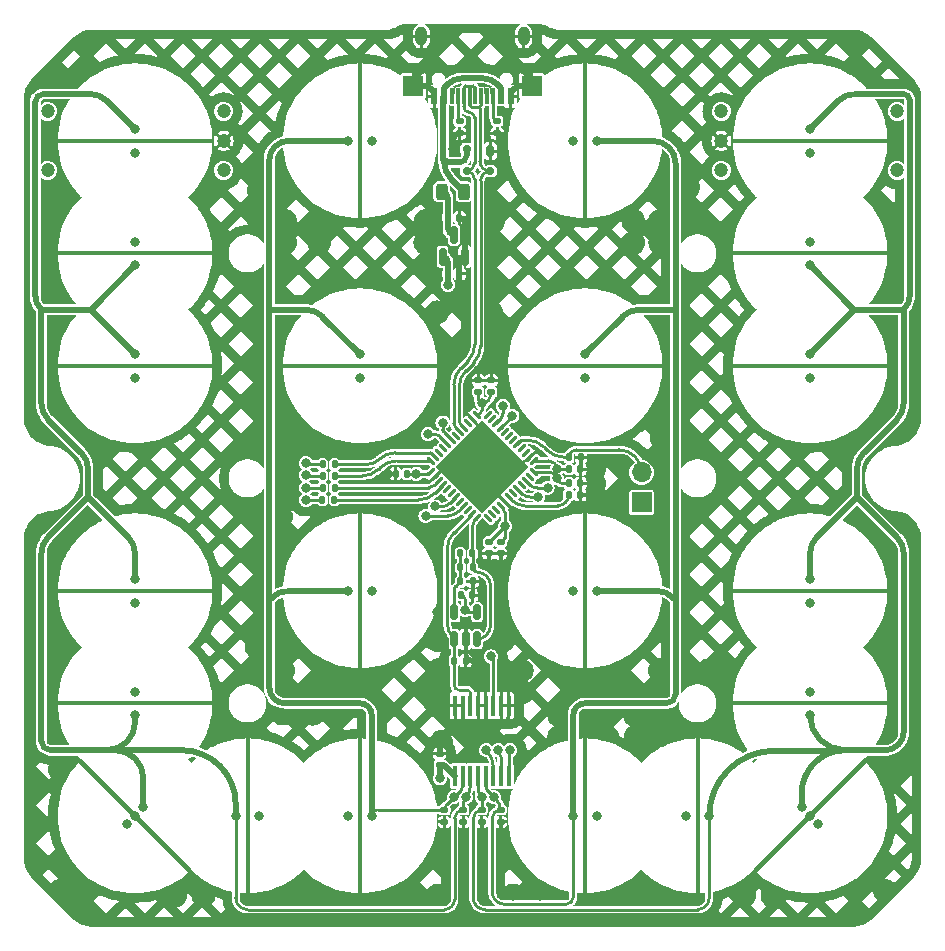
<source format=gbr>
%TF.GenerationSoftware,KiCad,Pcbnew,8.0.8*%
%TF.CreationDate,2025-03-01T19:05:57+01:00*%
%TF.ProjectId,numbpad,6e756d62-7061-4642-9e6b-696361645f70,rev?*%
%TF.SameCoordinates,Original*%
%TF.FileFunction,Copper,L4,Bot*%
%TF.FilePolarity,Positive*%
%FSLAX46Y46*%
G04 Gerber Fmt 4.6, Leading zero omitted, Abs format (unit mm)*
G04 Created by KiCad (PCBNEW 8.0.8) date 2025-03-01 19:05:57*
%MOMM*%
%LPD*%
G01*
G04 APERTURE LIST*
G04 Aperture macros list*
%AMRoundRect*
0 Rectangle with rounded corners*
0 $1 Rounding radius*
0 $2 $3 $4 $5 $6 $7 $8 $9 X,Y pos of 4 corners*
0 Add a 4 corners polygon primitive as box body*
4,1,4,$2,$3,$4,$5,$6,$7,$8,$9,$2,$3,0*
0 Add four circle primitives for the rounded corners*
1,1,$1+$1,$2,$3*
1,1,$1+$1,$4,$5*
1,1,$1+$1,$6,$7*
1,1,$1+$1,$8,$9*
0 Add four rect primitives between the rounded corners*
20,1,$1+$1,$2,$3,$4,$5,0*
20,1,$1+$1,$4,$5,$6,$7,0*
20,1,$1+$1,$6,$7,$8,$9,0*
20,1,$1+$1,$8,$9,$2,$3,0*%
%AMRotRect*
0 Rectangle, with rotation*
0 The origin of the aperture is its center*
0 $1 length*
0 $2 width*
0 $3 Rotation angle, in degrees counterclockwise*
0 Add horizontal line*
21,1,$1,$2,0,0,$3*%
%AMFreePoly0*
4,1,21,0.111114,6.666294,0.166294,6.611114,0.196157,6.539018,0.200000,6.500000,0.200000,-6.500000,0.196157,-6.539018,0.166294,-6.611114,0.111114,-6.666294,0.039018,-6.696157,-0.039018,-6.696157,-0.111114,-6.666294,-0.166294,-6.611114,-0.196157,-6.539018,-0.200000,-6.500000,-0.200000,6.500000,-0.196157,6.539018,-0.166294,6.611114,-0.111114,6.666294,-0.039018,6.696157,0.039018,6.696157,
0.111114,6.666294,0.111114,6.666294,$1*%
G04 Aperture macros list end*
%TA.AperFunction,ComponentPad*%
%ADD10C,0.800000*%
%TD*%
%TA.AperFunction,SMDPad,CuDef*%
%ADD11FreePoly0,180.000000*%
%TD*%
%TA.AperFunction,SMDPad,CuDef*%
%ADD12FreePoly0,225.000000*%
%TD*%
%TA.AperFunction,SMDPad,CuDef*%
%ADD13FreePoly0,0.000000*%
%TD*%
%TA.AperFunction,SMDPad,CuDef*%
%ADD14FreePoly0,270.000000*%
%TD*%
%TA.AperFunction,SMDPad,CuDef*%
%ADD15FreePoly0,90.000000*%
%TD*%
%TA.AperFunction,ComponentPad*%
%ADD16C,1.200000*%
%TD*%
%TA.AperFunction,SMDPad,CuDef*%
%ADD17FreePoly0,315.000000*%
%TD*%
%TA.AperFunction,SMDPad,CuDef*%
%ADD18RoundRect,0.140000X-0.170000X0.140000X-0.170000X-0.140000X0.170000X-0.140000X0.170000X0.140000X0*%
%TD*%
%TA.AperFunction,SMDPad,CuDef*%
%ADD19R,0.419100X1.778000*%
%TD*%
%TA.AperFunction,SMDPad,CuDef*%
%ADD20RoundRect,0.135000X-0.185000X0.135000X-0.185000X-0.135000X0.185000X-0.135000X0.185000X0.135000X0*%
%TD*%
%TA.AperFunction,SMDPad,CuDef*%
%ADD21RoundRect,0.135000X-0.135000X-0.185000X0.135000X-0.185000X0.135000X0.185000X-0.135000X0.185000X0*%
%TD*%
%TA.AperFunction,SMDPad,CuDef*%
%ADD22RoundRect,0.140000X0.140000X0.170000X-0.140000X0.170000X-0.140000X-0.170000X0.140000X-0.170000X0*%
%TD*%
%TA.AperFunction,SMDPad,CuDef*%
%ADD23RoundRect,0.140000X-0.140000X-0.170000X0.140000X-0.170000X0.140000X0.170000X-0.140000X0.170000X0*%
%TD*%
%TA.AperFunction,SMDPad,CuDef*%
%ADD24RoundRect,0.140000X0.170000X-0.140000X0.170000X0.140000X-0.170000X0.140000X-0.170000X-0.140000X0*%
%TD*%
%TA.AperFunction,SMDPad,CuDef*%
%ADD25RoundRect,0.135000X0.135000X0.185000X-0.135000X0.185000X-0.135000X-0.185000X0.135000X-0.185000X0*%
%TD*%
%TA.AperFunction,SMDPad,CuDef*%
%ADD26RoundRect,0.062500X0.309359X-0.220971X-0.220971X0.309359X-0.309359X0.220971X0.220971X-0.309359X0*%
%TD*%
%TA.AperFunction,SMDPad,CuDef*%
%ADD27RoundRect,0.062500X0.309359X0.220971X0.220971X0.309359X-0.309359X-0.220971X-0.220971X-0.309359X0*%
%TD*%
%TA.AperFunction,SMDPad,CuDef*%
%ADD28RotRect,5.600000X5.600000X135.000000*%
%TD*%
%TA.AperFunction,ComponentPad*%
%ADD29R,1.700000X1.700000*%
%TD*%
%TA.AperFunction,ComponentPad*%
%ADD30O,1.700000X1.700000*%
%TD*%
%TA.AperFunction,SMDPad,CuDef*%
%ADD31R,0.600000X1.450000*%
%TD*%
%TA.AperFunction,SMDPad,CuDef*%
%ADD32R,0.300000X1.450000*%
%TD*%
%TA.AperFunction,SMDPad,CuDef*%
%ADD33R,1.700000X1.700000*%
%TD*%
%TA.AperFunction,ComponentPad*%
%ADD34O,1.000000X1.600000*%
%TD*%
%TA.AperFunction,SMDPad,CuDef*%
%ADD35RoundRect,0.150000X0.150000X-0.512500X0.150000X0.512500X-0.150000X0.512500X-0.150000X-0.512500X0*%
%TD*%
%TA.AperFunction,SMDPad,CuDef*%
%ADD36RoundRect,0.150000X0.150000X-0.587500X0.150000X0.587500X-0.150000X0.587500X-0.150000X-0.587500X0*%
%TD*%
%TA.AperFunction,SMDPad,CuDef*%
%ADD37RoundRect,0.243750X0.243750X0.456250X-0.243750X0.456250X-0.243750X-0.456250X0.243750X-0.456250X0*%
%TD*%
%TA.AperFunction,SMDPad,CuDef*%
%ADD38RoundRect,0.175000X0.175000X0.325000X-0.175000X0.325000X-0.175000X-0.325000X0.175000X-0.325000X0*%
%TD*%
%TA.AperFunction,SMDPad,CuDef*%
%ADD39RoundRect,0.150000X0.200000X0.150000X-0.200000X0.150000X-0.200000X-0.150000X0.200000X-0.150000X0*%
%TD*%
%TA.AperFunction,ViaPad*%
%ADD40C,0.800000*%
%TD*%
%TA.AperFunction,Conductor*%
%ADD41C,0.250000*%
%TD*%
%TA.AperFunction,Conductor*%
%ADD42C,0.500000*%
%TD*%
G04 APERTURE END LIST*
D10*
%TO.P,SW4,1,1*%
%TO.N,Col 3*%
X162131250Y-128587500D03*
%TO.P,SW4,2,2*%
%TO.N,Row 3*%
X160131250Y-128587500D03*
D11*
%TO.P,SW4,3,SG*%
%TO.N,GND*%
X161131250Y-128587500D03*
%TD*%
D10*
%TO.P,SW13,1,1*%
%TO.N,Col 0*%
X114213357Y-127880393D03*
%TO.P,SW13,2,2*%
%TO.N,Row 3*%
X112799143Y-129294607D03*
D12*
%TO.P,SW13,3,SG*%
%TO.N,GND*%
X113506250Y-128587500D03*
%TD*%
D10*
%TO.P,SW14,1,1*%
%TO.N,Col 1*%
X133556250Y-128587500D03*
%TO.P,SW14,2,2*%
%TO.N,Row 3*%
X131556250Y-128587500D03*
D11*
%TO.P,SW14,3,SG*%
%TO.N,GND*%
X132556250Y-128587500D03*
%TD*%
D10*
%TO.P,SW11,1,1*%
%TO.N,Col 2*%
X152606250Y-109537500D03*
%TO.P,SW11,2,2*%
%TO.N,Row 2*%
X150606250Y-109537500D03*
D11*
%TO.P,SW11,3,SG*%
%TO.N,GND*%
X151606250Y-109537500D03*
%TD*%
D10*
%TO.P,SW22,1,1*%
%TO.N,Col 0*%
X122031250Y-128587500D03*
%TO.P,SW22,2,2*%
%TO.N,Row 3*%
X124031250Y-128587500D03*
D13*
%TO.P,SW22,3,SG*%
%TO.N,GND*%
X123031250Y-128587500D03*
%TD*%
D10*
%TO.P,SW10,1,1*%
%TO.N,Col 1*%
X131556250Y-109537500D03*
%TO.P,SW10,2,2*%
%TO.N,Row 2*%
X133556250Y-109537500D03*
D13*
%TO.P,SW10,3,SG*%
%TO.N,GND*%
X132556250Y-109537500D03*
%TD*%
D10*
%TO.P,SW5,1,1*%
%TO.N,Col 0*%
X113506250Y-89487500D03*
%TO.P,SW5,2,2*%
%TO.N,Row 1*%
X113506250Y-91487500D03*
D14*
%TO.P,SW5,3,SG*%
%TO.N,GND*%
X113506250Y-90487500D03*
%TD*%
D10*
%TO.P,SW2,1,1*%
%TO.N,Col 1*%
X131556250Y-71437500D03*
%TO.P,SW2,2,2*%
%TO.N,Row 0*%
X133556250Y-71437500D03*
D13*
%TO.P,SW2,3,SG*%
%TO.N,GND*%
X132556250Y-71437500D03*
%TD*%
D10*
%TO.P,SW15,1,1*%
%TO.N,Col 2*%
X150606250Y-128587500D03*
%TO.P,SW15,2,2*%
%TO.N,Row 3*%
X152606250Y-128587500D03*
D13*
%TO.P,SW15,3,SG*%
%TO.N,GND*%
X151606250Y-128587500D03*
%TD*%
D10*
%TO.P,SW21,1,1*%
%TO.N,Col 3*%
X170656250Y-120062500D03*
%TO.P,SW21,2,2*%
%TO.N,Row 2*%
X170656250Y-118062500D03*
D15*
%TO.P,SW21,3,SG*%
%TO.N,GND*%
X170656250Y-119062500D03*
%TD*%
D16*
%TO.P,SW23,1,1*%
%TO.N,Col 3*%
X178056250Y-68937500D03*
D10*
X170656250Y-70437500D03*
%TO.P,SW23,2,2*%
%TO.N,Row 0*%
X170656250Y-72437500D03*
D16*
X178056250Y-73937500D03*
D14*
%TO.P,SW23,3,3*%
%TO.N,GND*%
X170656250Y-71437500D03*
D16*
%TO.P,SW23,A,A*%
%TO.N,rotC*%
X163156250Y-73937500D03*
%TO.P,SW23,B,B*%
%TO.N,rotD*%
X163156250Y-68937500D03*
%TO.P,SW23,C,C*%
%TO.N,GND*%
X163156250Y-71437500D03*
%TD*%
D10*
%TO.P,SW7,1,1*%
%TO.N,Col 2*%
X151606250Y-89487500D03*
%TO.P,SW7,2,2*%
%TO.N,Row 1*%
X151606250Y-91487500D03*
D14*
%TO.P,SW7,3,SG*%
%TO.N,GND*%
X151606250Y-90487500D03*
%TD*%
D10*
%TO.P,SW18,1,1*%
%TO.N,Col 0*%
X113506250Y-81962500D03*
%TO.P,SW18,2,2*%
%TO.N,Row 0*%
X113506250Y-79962500D03*
D15*
%TO.P,SW18,3,SG*%
%TO.N,GND*%
X113506250Y-80962500D03*
%TD*%
D10*
%TO.P,SW19,1,1*%
%TO.N,Col 3*%
X170656250Y-81962500D03*
%TO.P,SW19,2,2*%
%TO.N,Row 0*%
X170656250Y-79962500D03*
D15*
%TO.P,SW19,3,SG*%
%TO.N,GND*%
X170656250Y-80962500D03*
%TD*%
D10*
%TO.P,SW3,1,1*%
%TO.N,Col 2*%
X152606250Y-71437500D03*
%TO.P,SW3,2,2*%
%TO.N,Row 0*%
X150606250Y-71437500D03*
D11*
%TO.P,SW3,3,SG*%
%TO.N,GND*%
X151606250Y-71437500D03*
%TD*%
D10*
%TO.P,SW6,1,1*%
%TO.N,Col 1*%
X132556250Y-89487500D03*
%TO.P,SW6,2,2*%
%TO.N,Row 1*%
X132556250Y-91487500D03*
D14*
%TO.P,SW6,3,SG*%
%TO.N,GND*%
X132556250Y-90487500D03*
%TD*%
D16*
%TO.P,SW20,1,1*%
%TO.N,Row 0*%
X106106250Y-73937500D03*
D10*
X113506250Y-72437500D03*
%TO.P,SW20,2,2*%
%TO.N,Col 0*%
X113506250Y-70437500D03*
D16*
X106106250Y-68937500D03*
D15*
%TO.P,SW20,3,3*%
%TO.N,GND*%
X113506250Y-71437500D03*
D16*
%TO.P,SW20,A,A*%
%TO.N,rotA*%
X121006250Y-68937500D03*
%TO.P,SW20,B,B*%
%TO.N,rotB*%
X121006250Y-73937500D03*
%TO.P,SW20,C,C*%
%TO.N,GND*%
X121006250Y-71437500D03*
%TD*%
D10*
%TO.P,SW12,1,1*%
%TO.N,Col 3*%
X170656250Y-108537500D03*
%TO.P,SW12,2,2*%
%TO.N,Row 2*%
X170656250Y-110537500D03*
D14*
%TO.P,SW12,3,SG*%
%TO.N,GND*%
X170656250Y-109537500D03*
%TD*%
D10*
%TO.P,SW1,1,1*%
%TO.N,Col 0*%
X113506250Y-120062500D03*
%TO.P,SW1,2,2*%
%TO.N,Row 2*%
X113506250Y-118062500D03*
D15*
%TO.P,SW1,3,SG*%
%TO.N,GND*%
X113506250Y-119062500D03*
%TD*%
D10*
%TO.P,SW8,1,1*%
%TO.N,Col 3*%
X170656250Y-89487500D03*
%TO.P,SW8,2,2*%
%TO.N,Row 1*%
X170656250Y-91487500D03*
D14*
%TO.P,SW8,3,SG*%
%TO.N,GND*%
X170656250Y-90487500D03*
%TD*%
D10*
%TO.P,SW16,1,1*%
%TO.N,Col 3*%
X169949143Y-127880393D03*
%TO.P,SW16,2,2*%
%TO.N,Row 3*%
X171363357Y-129294607D03*
D17*
%TO.P,SW16,3,SG*%
%TO.N,GND*%
X170656250Y-128587500D03*
%TD*%
D10*
%TO.P,SW9,1,1*%
%TO.N,Col 0*%
X113506250Y-108537500D03*
%TO.P,SW9,2,2*%
%TO.N,Row 2*%
X113506250Y-110537500D03*
D14*
%TO.P,SW9,3,SG*%
%TO.N,GND*%
X113506250Y-109537500D03*
%TD*%
D18*
%TO.P,C7,1*%
%TO.N,+3V3*%
X144462500Y-105402500D03*
%TO.P,C7,2*%
%TO.N,GND*%
X144462500Y-106362500D03*
%TD*%
%TO.P,C8,1*%
%TO.N,+3V3*%
X143468750Y-105402500D03*
%TO.P,C8,2*%
%TO.N,GND*%
X143468750Y-106362500D03*
%TD*%
D19*
%TO.P,U4,1,A4*%
%TO.N,GND*%
X140601700Y-119263160D03*
%TO.P,U4,2,A6*%
X141251940Y-119263160D03*
%TO.P,U4,3,A*%
%TO.N,APLEX_OUT*%
X141902180Y-119263160D03*
%TO.P,U4,4,A7*%
%TO.N,GND*%
X142552420Y-119263160D03*
%TO.P,U4,5,A5*%
X143197580Y-119263160D03*
%TO.P,U4,6,~{E}*%
%TO.N,APLEX_EN_PIN_0*%
X143847820Y-119263160D03*
%TO.P,U4,7,VEE*%
%TO.N,GND*%
X144498060Y-119263160D03*
%TO.P,U4,8,GND*%
X145148300Y-119263160D03*
%TO.P,U4,9,S2*%
%TO.N,AMUX_SEL_2*%
X145148300Y-125211840D03*
%TO.P,U4,10,S1*%
%TO.N,AMUX_SEL_1*%
X144498060Y-125211840D03*
%TO.P,U4,11,S0*%
%TO.N,AMUX_SEL_0*%
X143847820Y-125211840D03*
%TO.P,U4,12,A3*%
%TO.N,Col 2*%
X143197580Y-125211840D03*
%TO.P,U4,13,A0*%
%TO.N,Col 3*%
X142552420Y-125211840D03*
%TO.P,U4,14,A1*%
%TO.N,Col 0*%
X141902180Y-125211840D03*
%TO.P,U4,15,A2*%
%TO.N,Col 1*%
X141251940Y-125211840D03*
%TO.P,U4,16,VCC*%
%TO.N,+3V3*%
X140601700Y-125211840D03*
%TD*%
D20*
%TO.P,R_USB2,1*%
%TO.N,Net-(USB1-CC2)*%
X144164150Y-69784850D03*
%TO.P,R_USB2,2*%
%TO.N,GND*%
X144164150Y-70804850D03*
%TD*%
%TO.P,R9,1*%
%TO.N,Col 2*%
X144462500Y-128077500D03*
%TO.P,R9,2*%
%TO.N,GND*%
X144462500Y-129097500D03*
%TD*%
%TO.P,R7,1*%
%TO.N,Col 3*%
X142875000Y-128077500D03*
%TO.P,R7,2*%
%TO.N,GND*%
X142875000Y-129097500D03*
%TD*%
D21*
%TO.P,R1,1*%
%TO.N,BOOT0*%
X150240872Y-98228801D03*
%TO.P,R1,2*%
%TO.N,GND*%
X151260872Y-98228801D03*
%TD*%
D22*
%TO.P,C5,1*%
%TO.N,+3V3*%
X136525000Y-99618750D03*
%TO.P,C5,2*%
%TO.N,GND*%
X135565000Y-99618750D03*
%TD*%
D23*
%TO.P,C1,1*%
%TO.N,NRST*%
X150240872Y-101403801D03*
%TO.P,C1,2*%
%TO.N,GND*%
X151200872Y-101403801D03*
%TD*%
%TO.P,C11,1*%
%TO.N,APLEX_OUT*%
X140541987Y-115462072D03*
%TO.P,C11,2*%
%TO.N,GND*%
X141501987Y-115462072D03*
%TD*%
%TO.P,C_LDO1,1*%
%TO.N,+5V*%
X140013750Y-77931250D03*
%TO.P,C_LDO1,2*%
%TO.N,GND*%
X140973750Y-77931250D03*
%TD*%
D24*
%TO.P,C3,1*%
%TO.N,+3V3*%
X142575000Y-92672551D03*
%TO.P,C3,2*%
%TO.N,GND*%
X142575000Y-91712551D03*
%TD*%
D23*
%TO.P,C4,1*%
%TO.N,+3V3*%
X150246844Y-100429031D03*
%TO.P,C4,2*%
%TO.N,GND*%
X151206844Y-100429031D03*
%TD*%
D25*
%TO.P,R5,1*%
%TO.N,Net-(U1-PB13)*%
X130401250Y-98825000D03*
%TO.P,R5,2*%
%TO.N,Row 1*%
X129381250Y-98825000D03*
%TD*%
D22*
%TO.P,C10,1*%
%TO.N,GND*%
X142051250Y-109912072D03*
%TO.P,C10,2*%
%TO.N,+3V3*%
X141091250Y-109912072D03*
%TD*%
D25*
%TO.P,R13,1*%
%TO.N,ADC*%
X142072427Y-106362500D03*
%TO.P,R13,2*%
%TO.N,Net-(U5--)*%
X141052427Y-106362500D03*
%TD*%
D26*
%TO.P,U1,1,VBAT*%
%TO.N,+3V3*%
X147290927Y-99508687D03*
%TO.P,U1,2,PC13*%
%TO.N,unconnected-(U1-PC13-Pad2)*%
X146937374Y-99862240D03*
%TO.P,U1,3,PC14*%
%TO.N,AMUX_SEL_2*%
X146583820Y-100215794D03*
%TO.P,U1,4,PC15*%
%TO.N,unconnected-(U1-PC15-Pad4)*%
X146230267Y-100569347D03*
%TO.P,U1,5,PF0*%
%TO.N,APLEX_EN_PIN_0*%
X145876714Y-100922900D03*
%TO.P,U1,6,PF1*%
%TO.N,unconnected-(U1-PF1-Pad6)*%
X145523160Y-101276454D03*
%TO.P,U1,7,NRST*%
%TO.N,NRST*%
X145169607Y-101630007D03*
%TO.P,U1,8,VSSA*%
%TO.N,GND*%
X144816053Y-101983561D03*
%TO.P,U1,9,VDDA*%
%TO.N,+3V3*%
X144462500Y-102337114D03*
%TO.P,U1,10,PA0*%
%TO.N,unconnected-(U1-PA0-Pad10)*%
X144108947Y-102690667D03*
%TO.P,U1,11,PA1*%
%TO.N,unconnected-(U1-PA1-Pad11)*%
X143755393Y-103044221D03*
%TO.P,U1,12,PA2*%
%TO.N,unconnected-(U1-PA2-Pad12)*%
X143401840Y-103397774D03*
D27*
%TO.P,U1,13,PA3*%
%TO.N,ADC*%
X142429568Y-103397774D03*
%TO.P,U1,14,PA4*%
%TO.N,APLEX_OUT*%
X142076015Y-103044221D03*
%TO.P,U1,15,PA5*%
%TO.N,unconnected-(U1-PA5-Pad15)*%
X141722461Y-102690667D03*
%TO.P,U1,16,PA6*%
%TO.N,AMUX_SEL_0*%
X141368908Y-102337114D03*
%TO.P,U1,17,PA7*%
%TO.N,unconnected-(U1-PA7-Pad17)*%
X141015355Y-101983561D03*
%TO.P,U1,18,PB0*%
%TO.N,AMUX_SEL_1*%
X140661801Y-101630007D03*
%TO.P,U1,19,PB1*%
%TO.N,unconnected-(U1-PB1-Pad19)*%
X140308248Y-101276454D03*
%TO.P,U1,20,PB2*%
%TO.N,unconnected-(U1-PB2-Pad20)*%
X139954694Y-100922900D03*
%TO.P,U1,21,PB10*%
%TO.N,Net-(U1-PB10)*%
X139601141Y-100569347D03*
%TO.P,U1,22,PB11*%
%TO.N,Net-(U1-PB11)*%
X139247588Y-100215794D03*
%TO.P,U1,23,VSS*%
%TO.N,GND*%
X138894034Y-99862240D03*
%TO.P,U1,24,VDD*%
%TO.N,+3V3*%
X138540481Y-99508687D03*
D26*
%TO.P,U1,25,PB12*%
%TO.N,Net-(U1-PB12)*%
X138540481Y-98536415D03*
%TO.P,U1,26,PB13*%
%TO.N,Net-(U1-PB13)*%
X138894034Y-98182862D03*
%TO.P,U1,27,PB14*%
%TO.N,unconnected-(U1-PB14-Pad27)*%
X139247588Y-97829308D03*
%TO.P,U1,28,PB15*%
%TO.N,unconnected-(U1-PB15-Pad28)*%
X139601141Y-97475755D03*
%TO.P,U1,29,PA8*%
%TO.N,rotB*%
X139954694Y-97122202D03*
%TO.P,U1,30,PA9*%
%TO.N,rotA*%
X140308248Y-96768648D03*
%TO.P,U1,31,PA10*%
%TO.N,unconnected-(U1-PA10-Pad31)*%
X140661801Y-96415095D03*
%TO.P,U1,32,PA11*%
%TO.N,D-*%
X141015355Y-96061541D03*
%TO.P,U1,33,PA12*%
%TO.N,D+*%
X141368908Y-95707988D03*
%TO.P,U1,34,PA13*%
%TO.N,unconnected-(U1-PA13-Pad34)*%
X141722461Y-95354435D03*
%TO.P,U1,35,VSS*%
%TO.N,GND*%
X142076015Y-95000881D03*
%TO.P,U1,36,VDDIO2*%
%TO.N,+3V3*%
X142429568Y-94647328D03*
D27*
%TO.P,U1,37,PA14*%
%TO.N,unconnected-(U1-PA14-Pad37)*%
X143401840Y-94647328D03*
%TO.P,U1,38,PA15*%
%TO.N,unconnected-(U1-PA15-Pad38)*%
X143755393Y-95000881D03*
%TO.P,U1,39,PB3*%
%TO.N,rotC*%
X144108947Y-95354435D03*
%TO.P,U1,40,PB4*%
%TO.N,rotD*%
X144462500Y-95707988D03*
%TO.P,U1,41,PB5*%
%TO.N,unconnected-(U1-PB5-Pad41)*%
X144816053Y-96061541D03*
%TO.P,U1,42,PB6*%
%TO.N,unconnected-(U1-PB6-Pad42)*%
X145169607Y-96415095D03*
%TO.P,U1,43,PB7*%
%TO.N,unconnected-(U1-PB7-Pad43)*%
X145523160Y-96768648D03*
%TO.P,U1,44,BOOT0*%
%TO.N,BOOT0*%
X145876714Y-97122202D03*
%TO.P,U1,45,PB8*%
%TO.N,unconnected-(U1-PB8-Pad45)*%
X146230267Y-97475755D03*
%TO.P,U1,46,PB9*%
%TO.N,unconnected-(U1-PB9-Pad46)*%
X146583820Y-97829308D03*
%TO.P,U1,47,VSS*%
%TO.N,GND*%
X146937374Y-98182862D03*
%TO.P,U1,48,VDD*%
%TO.N,+3V3*%
X147290927Y-98536415D03*
D28*
%TO.P,U1,49,VSS*%
%TO.N,GND*%
X142915704Y-99022551D03*
%TD*%
D21*
%TO.P,R12,1*%
%TO.N,Net-(U5--)*%
X141061250Y-108743750D03*
%TO.P,R12,2*%
%TO.N,GND*%
X142081250Y-108743750D03*
%TD*%
D18*
%TO.P,C9,1*%
%TO.N,GND*%
X139306250Y-123345000D03*
%TO.P,C9,2*%
%TO.N,+3V3*%
X139306250Y-124305000D03*
%TD*%
D29*
%TO.P,SW17,1,1*%
%TO.N,+3V3*%
X156393750Y-102056250D03*
D30*
%TO.P,SW17,2,2*%
%TO.N,BOOT0*%
X156393750Y-99516250D03*
%TD*%
D23*
%TO.P,C_LDO2,1*%
%TO.N,+3V3*%
X140013750Y-82693750D03*
%TO.P,C_LDO2,2*%
%TO.N,GND*%
X140973750Y-82693750D03*
%TD*%
D25*
%TO.P,R3,1*%
%TO.N,Net-(U1-PB10)*%
X130391710Y-101837418D03*
%TO.P,R3,2*%
%TO.N,Row 3*%
X129371710Y-101837418D03*
%TD*%
D31*
%TO.P,USB1,1,GND*%
%TO.N,GND*%
X138856250Y-67677000D03*
%TO.P,USB1,2,VBUS*%
%TO.N,VCC*%
X139631250Y-67677000D03*
D32*
%TO.P,USB1,3,SBU2*%
%TO.N,unconnected-(USB1-SBU2-Pad3)*%
X140331250Y-67677000D03*
%TO.P,USB1,4,CC1*%
%TO.N,Net-(USB1-CC1)*%
X140831250Y-67677000D03*
%TO.P,USB1,5,DN2*%
%TO.N,D-*%
X141331250Y-67677000D03*
%TO.P,USB1,6,DP1*%
%TO.N,D+*%
X141831250Y-67677000D03*
%TO.P,USB1,7,DN1*%
%TO.N,D-*%
X142331250Y-67677000D03*
%TO.P,USB1,8,DP2*%
%TO.N,D+*%
X142831250Y-67677000D03*
%TO.P,USB1,9,SBU1*%
%TO.N,unconnected-(USB1-SBU1-Pad9)*%
X143331250Y-67677000D03*
%TO.P,USB1,10,CC2*%
%TO.N,Net-(USB1-CC2)*%
X143831250Y-67677000D03*
D31*
%TO.P,USB1,11,VBUS*%
%TO.N,VCC*%
X144531250Y-67677000D03*
%TO.P,USB1,12,GND*%
%TO.N,GND*%
X145306250Y-67677000D03*
D33*
%TO.P,USB1,13,SHIELD*%
X137081250Y-66782000D03*
D34*
X137761250Y-62582000D03*
X146401250Y-62582000D03*
D33*
X147081250Y-66782000D03*
%TD*%
D24*
%TO.P,C6,1*%
%TO.N,+3V3*%
X143668750Y-92673365D03*
%TO.P,C6,2*%
%TO.N,GND*%
X143668750Y-91713365D03*
%TD*%
D35*
%TO.P,U5,1*%
%TO.N,ADC*%
X142451987Y-113624572D03*
%TO.P,U5,2,V-*%
%TO.N,GND*%
X141501987Y-113624572D03*
%TO.P,U5,3,+*%
%TO.N,APLEX_OUT*%
X140551987Y-113624572D03*
%TO.P,U5,4,-*%
%TO.N,Net-(U5--)*%
X140551987Y-111349572D03*
%TO.P,U5,5,V+*%
%TO.N,+3V3*%
X142451987Y-111349572D03*
%TD*%
D25*
%TO.P,R11,1*%
%TO.N,ADC*%
X142081250Y-107550000D03*
%TO.P,R11,2*%
%TO.N,Net-(U5--)*%
X141061250Y-107550000D03*
%TD*%
D20*
%TO.P,R6,1*%
%TO.N,Col 1*%
X139700000Y-128077500D03*
%TO.P,R6,2*%
%TO.N,GND*%
X139700000Y-129097500D03*
%TD*%
D36*
%TO.P,U3,1,GND*%
%TO.N,GND*%
X141443750Y-81250000D03*
%TO.P,U3,2,VO*%
%TO.N,+3V3*%
X139543750Y-81250000D03*
%TO.P,U3,3,VI*%
%TO.N,+5V*%
X140493750Y-79375000D03*
%TD*%
D20*
%TO.P,R8,1*%
%TO.N,Col 0*%
X141287500Y-128077500D03*
%TO.P,R8,2*%
%TO.N,GND*%
X141287500Y-129097500D03*
%TD*%
D25*
%TO.P,R4,1*%
%TO.N,Net-(U1-PB12)*%
X130401250Y-99806250D03*
%TO.P,R4,2*%
%TO.N,Row 0*%
X129381250Y-99806250D03*
%TD*%
%TO.P,R2,1*%
%TO.N,Net-(U1-PB11)*%
X130401250Y-100806250D03*
%TO.P,R2,2*%
%TO.N,Row 2*%
X129381250Y-100806250D03*
%TD*%
D23*
%TO.P,C2,1*%
%TO.N,+3V3*%
X150252792Y-99231581D03*
%TO.P,C2,2*%
%TO.N,GND*%
X151212792Y-99231581D03*
%TD*%
D37*
%TO.P,F1,1*%
%TO.N,VCC*%
X141332900Y-75741100D03*
%TO.P,F1,2*%
%TO.N,+5V*%
X139457900Y-75741100D03*
%TD*%
D20*
%TO.P,R_USB1,1*%
%TO.N,Net-(USB1-CC1)*%
X140989150Y-69784850D03*
%TO.P,R_USB1,2*%
%TO.N,GND*%
X140989150Y-70804850D03*
%TD*%
D38*
%TO.P,U2,1,GND*%
%TO.N,GND*%
X143576650Y-72309850D03*
D39*
%TO.P,U2,2,I/O1*%
%TO.N,D+*%
X143576650Y-74009850D03*
%TO.P,U2,3,I/O2*%
%TO.N,D-*%
X141576650Y-74009850D03*
%TO.P,U2,4,VCC*%
%TO.N,VCC*%
X141576650Y-72109850D03*
%TD*%
D40*
%TO.N,GND*%
X157986742Y-80046713D03*
X158102921Y-96591440D03*
X128560169Y-119924867D03*
X140462439Y-72115502D03*
X125849407Y-98713618D03*
X158102921Y-98687753D03*
X170656250Y-128587500D03*
X165100000Y-135335746D03*
X142875000Y-121443750D03*
X144555128Y-72302890D03*
X143461949Y-107424502D03*
X142875000Y-109537500D03*
X153465203Y-121869115D03*
X144810011Y-116280637D03*
X160642115Y-116280637D03*
X141789150Y-65266100D03*
X145470489Y-135335746D03*
X125849407Y-100336735D03*
X133350000Y-118088199D03*
X143673407Y-90874178D03*
X138151261Y-78220707D03*
X123911461Y-96591440D03*
X123911461Y-103226375D03*
X163687782Y-116280637D03*
X167481250Y-135335746D03*
X141511520Y-112325933D03*
X150812500Y-118088199D03*
X163687782Y-118088199D03*
X149441651Y-120059630D03*
X141287500Y-130175000D03*
X129064575Y-78220707D03*
X116878379Y-135335746D03*
X136722129Y-135335746D03*
X125993783Y-118088199D03*
X145902294Y-103109402D03*
X144659629Y-111352137D03*
X143673407Y-89127137D03*
X157949217Y-116280637D03*
X107156250Y-124618750D03*
X143822948Y-78220707D03*
X139103379Y-135335746D03*
X155702993Y-78220707D03*
X153461872Y-120059630D03*
X127892508Y-96591440D03*
X154978379Y-135335746D03*
X157956250Y-135335746D03*
X113506250Y-128587500D03*
X139103379Y-93095887D03*
X162032296Y-116280637D03*
X139421674Y-122352924D03*
X129381250Y-135335746D03*
X142915704Y-99022551D03*
X143673407Y-85952137D03*
X124022129Y-75633387D03*
X155875557Y-120059630D03*
X126199219Y-75633387D03*
X138095928Y-80046713D03*
X146247129Y-116280637D03*
X143072129Y-116280637D03*
X141006260Y-83644850D03*
X157986742Y-75366998D03*
X142875000Y-130175000D03*
X139103378Y-116280637D03*
X152390997Y-100424844D03*
X125849407Y-103238671D03*
X136722129Y-102620887D03*
X123798886Y-116280637D03*
X160347639Y-78220707D03*
X152400000Y-99218750D03*
X142295737Y-115462072D03*
X157986742Y-78220707D03*
X177006250Y-134937500D03*
X134937500Y-99618750D03*
X139103379Y-113733387D03*
X144659629Y-113733387D03*
X139153314Y-107099528D03*
X152434072Y-101415564D03*
X131065030Y-118088199D03*
X139700000Y-130175000D03*
X126049116Y-114272087D03*
X155892469Y-121880308D03*
X129113380Y-80046713D03*
X125849407Y-93693108D03*
X126049116Y-116280637D03*
X146285628Y-118088199D03*
X149442492Y-121869115D03*
X107156250Y-134937500D03*
X160365447Y-103414637D03*
X144462500Y-130175000D03*
X124022129Y-78220707D03*
X126403379Y-135335746D03*
X157949217Y-121869115D03*
X160365447Y-96591440D03*
X139103379Y-118088199D03*
X139103379Y-111352137D03*
X158102921Y-101033387D03*
X125849407Y-96591440D03*
X147834629Y-135335746D03*
X119306589Y-135335746D03*
X153448377Y-118088199D03*
X144659629Y-108970887D03*
X139103379Y-85952137D03*
X126001561Y-119915563D03*
X142574146Y-90862556D03*
X144474207Y-107424502D03*
X160347639Y-75342596D03*
X151685617Y-120059630D03*
X139709462Y-104147410D03*
X128550451Y-118088199D03*
X155858181Y-118088199D03*
X123798886Y-114272087D03*
X126199219Y-80046713D03*
X155702993Y-80046713D03*
X157949217Y-118088199D03*
X123911461Y-93693108D03*
X177006250Y-124618750D03*
X157949217Y-120059630D03*
X143850614Y-80046713D03*
X126199219Y-78220707D03*
X158102921Y-103414637D03*
%TO.N,+3V3*%
X139306250Y-125412500D03*
X144807031Y-104064219D03*
X137318750Y-99618750D03*
X149225000Y-100012500D03*
X141451986Y-111166484D03*
X142875000Y-93662500D03*
X140006570Y-83619858D03*
X149225000Y-99218750D03*
%TO.N,Row 0*%
X127968108Y-99727137D03*
%TO.N,Row 3*%
X127977563Y-101827137D03*
%TO.N,Row 1*%
X127963373Y-98727146D03*
%TO.N,Row 2*%
X127968108Y-100806250D03*
%TO.N,Col 0*%
X141505801Y-127012548D03*
%TO.N,Col 1*%
X140493750Y-127000000D03*
%TO.N,Col 2*%
X143874503Y-127000000D03*
%TO.N,Col 3*%
X142875000Y-127000000D03*
%TO.N,APLEX_EN_PIN_0*%
X143668750Y-115093750D03*
X147637500Y-101600000D03*
%TO.N,AMUX_SEL_2*%
X148431250Y-100806250D03*
X145256250Y-123031250D03*
%TO.N,AMUX_SEL_1*%
X138906250Y-102393750D03*
X144256747Y-123031250D03*
%TO.N,AMUX_SEL_0*%
X143257244Y-123031250D03*
X138112500Y-103187500D03*
%TO.N,rotA*%
X139548614Y-95286847D03*
%TO.N,rotB*%
X138309629Y-96270887D03*
%TO.N,rotC*%
X144659629Y-93889637D03*
%TO.N,rotD*%
X145453379Y-94717109D03*
%TD*%
D41*
%TO.N,GND*%
X143197580Y-119263160D02*
X143197580Y-121121170D01*
X151260872Y-99183501D02*
X151212792Y-99231581D01*
X142875000Y-129097500D02*
X142875000Y-130175000D01*
D42*
X140973750Y-83612340D02*
X141006260Y-83644850D01*
D41*
X152387169Y-99231581D02*
X152400000Y-99218750D01*
X145269258Y-99022551D02*
X142915704Y-99022551D01*
X139700000Y-129097500D02*
X139700000Y-130175000D01*
X143668750Y-91713365D02*
X143668750Y-90878835D01*
D42*
X139306250Y-122468348D02*
X139421674Y-122352924D01*
D41*
X152386810Y-100429031D02*
X152390997Y-100424844D01*
X152422309Y-101403801D02*
X152434072Y-101415564D01*
X142552420Y-119263160D02*
X142552420Y-121121170D01*
D42*
X140973750Y-82693750D02*
X140973750Y-83612340D01*
X137961250Y-66782000D02*
X137081250Y-66782000D01*
D41*
X142051250Y-109912072D02*
X142500428Y-109912072D01*
X142081250Y-109882072D02*
X142051250Y-109912072D01*
X141501987Y-113624572D02*
X141501987Y-114668322D01*
X141251940Y-119263160D02*
X141251940Y-120402160D01*
X151212792Y-99231581D02*
X152387169Y-99231581D01*
D42*
X140973750Y-82693750D02*
X140973750Y-81720000D01*
D41*
X142102840Y-121443750D02*
X142875000Y-121443750D01*
X141501987Y-112335466D02*
X141511520Y-112325933D01*
X142915704Y-99022551D02*
X142915704Y-96668997D01*
D42*
X139306250Y-123345000D02*
X139306250Y-122468348D01*
D41*
X144462500Y-129097500D02*
X144462500Y-130175000D01*
D42*
X145565350Y-65266100D02*
X141789150Y-65266100D01*
D41*
X144462500Y-106362500D02*
X144462500Y-107412795D01*
X135565000Y-99618750D02*
X134937500Y-99618750D01*
D42*
X138597150Y-65266100D02*
X141789150Y-65266100D01*
D41*
X144498060Y-119263160D02*
X144498060Y-120402160D01*
X151200872Y-101403801D02*
X152422309Y-101403801D01*
D42*
X144448168Y-72409850D02*
X144555128Y-72302890D01*
D41*
X143668750Y-90878835D02*
X143673407Y-90874178D01*
X143468750Y-107417701D02*
X143461949Y-107424502D01*
X146937374Y-98182862D02*
X146683471Y-98436765D01*
X107950000Y-123825000D02*
X107156250Y-124618750D01*
X140601700Y-119263160D02*
X140601700Y-119942610D01*
X141501987Y-113624572D02*
X141501987Y-112335466D01*
X139147936Y-99608338D02*
X138894034Y-99862240D01*
D42*
X140462439Y-71331561D02*
X140462439Y-72115502D01*
D41*
X151206844Y-100429031D02*
X152386810Y-100429031D01*
X145148300Y-119263160D02*
X145148300Y-119934192D01*
X142915704Y-99022551D02*
X140562150Y-99022551D01*
X141501987Y-115462072D02*
X142295737Y-115462072D01*
X142575000Y-90863410D02*
X142574146Y-90862556D01*
X143638742Y-121443750D02*
X142875000Y-121443750D01*
D42*
X141443750Y-81250000D02*
X141443750Y-78401250D01*
D41*
X142293530Y-121443750D02*
X142875000Y-121443750D01*
X141287500Y-129097500D02*
X141287500Y-130175000D01*
X151260872Y-98228801D02*
X151260872Y-99183501D01*
X143456470Y-121443750D02*
X142875000Y-121443750D01*
X142081250Y-108743750D02*
X142081250Y-109882072D01*
X108743750Y-123825000D02*
X107950000Y-123825000D01*
X143468750Y-106362500D02*
X143468750Y-107417701D01*
X142575000Y-91712551D02*
X142575000Y-90863410D01*
D42*
X144555128Y-72302890D02*
X144555128Y-71195828D01*
D41*
X113506250Y-128587500D02*
X108743750Y-123825000D01*
X142915704Y-99254785D02*
X142915704Y-99022551D01*
X144462500Y-107412795D02*
X144474207Y-107424502D01*
X144816053Y-101983561D02*
X143501490Y-100668998D01*
D42*
X146201250Y-66782000D02*
X147081250Y-66782000D01*
D41*
X142329917Y-95254783D02*
X142076015Y-95000881D01*
D42*
X138856250Y-67677000D02*
G75*
G03*
X137961250Y-66782050I-894950J0D01*
G01*
D41*
X144498060Y-120402160D02*
G75*
G02*
X143456470Y-121443760I-1041560J-40D01*
G01*
D42*
X137081250Y-66782000D02*
G75*
G02*
X138597150Y-65266050I1515950J0D01*
G01*
D41*
X142500428Y-109912072D02*
G75*
G03*
X142874972Y-109537500I-28J374572D01*
G01*
X141251940Y-120402160D02*
G75*
G03*
X142293530Y-121443760I1041560J-40D01*
G01*
X143197580Y-121121170D02*
G75*
G02*
X142875000Y-121443780I-322580J-30D01*
G01*
D42*
X140989150Y-70804850D02*
G75*
G03*
X140462350Y-71331561I-50J-526750D01*
G01*
X145306250Y-67677000D02*
G75*
G02*
X146201250Y-66782050I894950J0D01*
G01*
D41*
X142915704Y-99254785D02*
G75*
G03*
X143501483Y-100669005I1999996J-15D01*
G01*
X142915704Y-96668997D02*
G75*
G03*
X142329916Y-95254784I-2000004J-3D01*
G01*
D42*
X140973750Y-81720000D02*
G75*
G02*
X141443750Y-81249950I470050J0D01*
G01*
D41*
X141501987Y-114668322D02*
G75*
G03*
X142295737Y-115462013I793713J22D01*
G01*
X145148300Y-119934192D02*
G75*
G02*
X143638742Y-121443800I-1509600J-8D01*
G01*
X146683471Y-98436765D02*
G75*
G02*
X145269258Y-99022536I-1414171J1414165D01*
G01*
D42*
X144555128Y-71195828D02*
G75*
G03*
X144164150Y-70804772I-391028J28D01*
G01*
D41*
X139147936Y-99608338D02*
G75*
G02*
X140562150Y-99022601I1414164J-1414262D01*
G01*
D42*
X141443750Y-78401250D02*
G75*
G03*
X140973750Y-77931250I-470050J-50D01*
G01*
D41*
X140601700Y-119942610D02*
G75*
G03*
X142102840Y-121443700I1501100J10D01*
G01*
X142552420Y-121121170D02*
G75*
G03*
X142875000Y-121443780I322580J-30D01*
G01*
D42*
X147081250Y-66782000D02*
G75*
G03*
X145565350Y-65266050I-1515950J0D01*
G01*
D41*
%TO.N,+3V3*%
X143468750Y-105402500D02*
X144807031Y-104064219D01*
X144807031Y-104064219D02*
X144807031Y-102889734D01*
X143668750Y-92868750D02*
X143668750Y-92673365D01*
X142575000Y-93362500D02*
X142575000Y-92672551D01*
X149641531Y-100429031D02*
X150246844Y-100429031D01*
X136525000Y-99618750D02*
X137318750Y-99618750D01*
D42*
X140013750Y-82693750D02*
X140013750Y-83612678D01*
D41*
X150239961Y-99218750D02*
X150252792Y-99231581D01*
X148721187Y-99508687D02*
X147290927Y-99508687D01*
X144807031Y-104064219D02*
X144807031Y-105057969D01*
X148542665Y-98536415D02*
X147290927Y-98536415D01*
X142875000Y-93662500D02*
X142875000Y-94201896D01*
D42*
X139306250Y-124305000D02*
X139685550Y-124305000D01*
X139306250Y-124305000D02*
X139306250Y-125412500D01*
D41*
X141451986Y-111166484D02*
X141451986Y-110272808D01*
X144659890Y-102534504D02*
X144462500Y-102337114D01*
D42*
X140013750Y-82693750D02*
X140013750Y-81720000D01*
D41*
X141635074Y-111349572D02*
X142451987Y-111349572D01*
D42*
X140013750Y-83612678D02*
X140006570Y-83619858D01*
D41*
X138274766Y-99618750D02*
X137318750Y-99618750D01*
X149225000Y-99218750D02*
X150239961Y-99218750D01*
D42*
X139685550Y-124305000D02*
X140592390Y-125211840D01*
D41*
X144807031Y-102889734D02*
G75*
G03*
X144659899Y-102534495I-502331J34D01*
G01*
X149225000Y-100012500D02*
G75*
G03*
X149641531Y-100429000I416500J0D01*
G01*
X138540481Y-99508687D02*
G75*
G02*
X138274766Y-99618734I-265681J265687D01*
G01*
X142875000Y-93662500D02*
G75*
G02*
X142575000Y-93362500I0J300000D01*
G01*
X142875000Y-94201896D02*
G75*
G02*
X142429568Y-94647300I-445400J-4D01*
G01*
X149225000Y-100012500D02*
G75*
G03*
X148721187Y-99508700I-503800J0D01*
G01*
X141451986Y-111166484D02*
G75*
G03*
X141635074Y-111349614I183114J-16D01*
G01*
X141451986Y-110272808D02*
G75*
G03*
X141091250Y-109912114I-360686J8D01*
G01*
X141456110Y-111170608D02*
G75*
G03*
X141635074Y-111349590I178990J8D01*
G01*
X144807031Y-105057969D02*
G75*
G02*
X144462500Y-105402531I-344531J-31D01*
G01*
X142875000Y-93662500D02*
G75*
G03*
X143668800Y-92868750I0J793800D01*
G01*
D42*
X140013750Y-81720000D02*
G75*
G03*
X139543750Y-81249950I-470050J0D01*
G01*
D41*
X149225000Y-99218750D02*
G75*
G03*
X148542665Y-98536400I-682300J50D01*
G01*
D42*
%TO.N,+5V*%
X140013750Y-77931250D02*
X140013750Y-78895000D01*
X140013750Y-77931250D02*
X140013750Y-76296950D01*
X140013750Y-78895000D02*
G75*
G03*
X140493750Y-79375050I480050J0D01*
G01*
X140013750Y-76296950D02*
G75*
G03*
X139457900Y-75741150I-555850J-50D01*
G01*
D41*
%TO.N,Row 0*%
X129381250Y-99806250D02*
X128047221Y-99806250D01*
X128047221Y-99806250D02*
G75*
G02*
X127968050Y-99727137I-21J79150D01*
G01*
%TO.N,Row 3*%
X128008196Y-101837418D02*
X127977563Y-101806785D01*
X129371710Y-101837418D02*
X128008196Y-101837418D01*
%TO.N,Row 1*%
X129381250Y-98825000D02*
X128061227Y-98825000D01*
X128061227Y-98825000D02*
X127963373Y-98727146D01*
%TO.N,Row 2*%
X129381250Y-100806250D02*
X127968108Y-100806250D01*
%TO.N,D-*%
X142331250Y-67677000D02*
X142331250Y-66952000D01*
X141331250Y-67677000D02*
X141331250Y-68538396D01*
X142251650Y-69458796D02*
X142251650Y-73334850D01*
X140637262Y-95683449D02*
X141015355Y-96061541D01*
X141682543Y-90092457D02*
X141079536Y-90695464D01*
X140629573Y-95675760D02*
X140637262Y-95683449D01*
X140493750Y-92109677D02*
X140493750Y-95347854D01*
X142268330Y-78575098D02*
X142268329Y-78575098D01*
X142268330Y-74701530D02*
X142268330Y-78575098D01*
X141331250Y-67677000D02*
X141331250Y-66952000D01*
X141506250Y-66777000D02*
X142156250Y-66777000D01*
X142268329Y-78575098D02*
X142268330Y-88678243D01*
X141331250Y-68538396D02*
G75*
G03*
X141819854Y-69027050I488650J-4D01*
G01*
X142251650Y-73334850D02*
G75*
G02*
X141576650Y-74009850I-675050J50D01*
G01*
X142331250Y-66952000D02*
G75*
G03*
X142156250Y-66777050I-174950J0D01*
G01*
X142268330Y-88678243D02*
G75*
G02*
X141682528Y-90092442I-2000030J43D01*
G01*
X140493750Y-95347854D02*
G75*
G03*
X140629546Y-95675787I463750J-46D01*
G01*
X141819854Y-69027000D02*
G75*
G02*
X142251700Y-69458796I46J-431800D01*
G01*
X141331250Y-66952000D02*
G75*
G02*
X141506250Y-66777050I174950J0D01*
G01*
X141576650Y-74009850D02*
G75*
G02*
X142268350Y-74701530I50J-691650D01*
G01*
X141079536Y-90695464D02*
G75*
G03*
X140493719Y-92109677I1414164J-1414236D01*
G01*
%TO.N,D+*%
X142768330Y-76434850D02*
X142768330Y-76200000D01*
X142768330Y-76200000D02*
X142768330Y-88814639D01*
X142182543Y-90228853D02*
X141529536Y-90881860D01*
X142656250Y-68577000D02*
X142582900Y-68577000D01*
X141044049Y-95383130D02*
X141368908Y-95707988D01*
X142582900Y-68577000D02*
X142006250Y-68577000D01*
X142701650Y-73134850D02*
X142701650Y-68622400D01*
X142831250Y-67677000D02*
X142831250Y-68402000D01*
X141831250Y-67677000D02*
X141831250Y-68402000D01*
X142768330Y-74818170D02*
X142768330Y-76434850D01*
X140943750Y-92296073D02*
X140943750Y-95140987D01*
X141529536Y-90881860D02*
G75*
G03*
X140943716Y-92296073I1414164J-1414240D01*
G01*
X141831250Y-68402000D02*
G75*
G03*
X142006250Y-68576950I174950J0D01*
G01*
X143576650Y-74009850D02*
G75*
G03*
X142768250Y-74818170I-50J-808350D01*
G01*
X142831250Y-68402000D02*
G75*
G02*
X142656250Y-68576950I-174950J0D01*
G01*
X140943750Y-95140987D02*
G75*
G03*
X141044041Y-95383138I342450J-13D01*
G01*
X142768330Y-88814639D02*
G75*
G02*
X142182530Y-90228840I-2000030J39D01*
G01*
X142701650Y-73134850D02*
G75*
G03*
X143576650Y-74009850I875050J50D01*
G01*
X142701650Y-68622400D02*
G75*
G03*
X142656250Y-68577050I-45350J0D01*
G01*
D42*
%TO.N,Col 0*%
X117475000Y-123031250D02*
X112712500Y-123031250D01*
X111123286Y-68054536D02*
X113506250Y-70437500D01*
X111918750Y-123031250D02*
X111125000Y-123031250D01*
X111125000Y-123031250D02*
X106362500Y-123031250D01*
X122031250Y-127587500D02*
X122031250Y-128587500D01*
X113506250Y-120650000D02*
X113506250Y-120062500D01*
X105568750Y-122237500D02*
X105568750Y-106397177D01*
X105765879Y-67468750D02*
X109709073Y-67468750D01*
X106154537Y-95042037D02*
X108951714Y-97839214D01*
X109743750Y-85725000D02*
X113506250Y-81962500D01*
X105568750Y-85952137D02*
X105568750Y-93627823D01*
X114213357Y-125412500D02*
X114213357Y-127880393D01*
D41*
X122031250Y-135525000D02*
X122031250Y-128587500D01*
D42*
X105056250Y-84487716D02*
X105056250Y-68178379D01*
X105568750Y-85725000D02*
X109743750Y-85725000D01*
X109537500Y-99253427D02*
X109537500Y-101600000D01*
X112920463Y-104982963D02*
X109537500Y-101600000D01*
D41*
X141287500Y-128077500D02*
X141287500Y-127539573D01*
X123031250Y-136525000D02*
X139700000Y-136525000D01*
D42*
X106154536Y-104982964D02*
X109537500Y-101600000D01*
D41*
X141902180Y-125211840D02*
X141902180Y-126055605D01*
X140562500Y-135662500D02*
X140562500Y-128802500D01*
D42*
X112712500Y-123031250D02*
X111918750Y-123031250D01*
X105568750Y-85952137D02*
X105568750Y-85725000D01*
X113506250Y-108537500D02*
X113506250Y-106397177D01*
X109743750Y-85725000D02*
X113506250Y-89487500D01*
X111125000Y-123031250D02*
X111832107Y-123031250D01*
X109709073Y-67468750D02*
G75*
G02*
X111123289Y-68054533I27J-1999950D01*
G01*
X111125000Y-123031250D02*
G75*
G03*
X113506250Y-120650000I0J2381250D01*
G01*
X105056250Y-68178379D02*
G75*
G02*
X105765879Y-67468750I709650J-21D01*
G01*
D41*
X140562500Y-128802500D02*
G75*
G02*
X141287500Y-128077500I725000J0D01*
G01*
D42*
X112920463Y-104982963D02*
G75*
G02*
X113506281Y-106397177I-1414163J-1414237D01*
G01*
X111832107Y-123031250D02*
G75*
G02*
X114213350Y-125412500I-7J-2381250D01*
G01*
X117475000Y-123031250D02*
G75*
G02*
X122031250Y-127587500I0J-4556250D01*
G01*
X105568750Y-93627823D02*
G75*
G03*
X106154559Y-95042015I1999950J23D01*
G01*
X105568750Y-85725000D02*
G75*
G02*
X105056229Y-84487716I1237250J1237300D01*
G01*
D41*
X123031250Y-136525000D02*
G75*
G02*
X122031200Y-135525000I-50J1000000D01*
G01*
D42*
X109537500Y-99253427D02*
G75*
G03*
X108951728Y-97839200I-2000000J27D01*
G01*
X105568750Y-106397177D02*
G75*
G02*
X106154558Y-104982986I1999950J-23D01*
G01*
D41*
X141287500Y-127539573D02*
G75*
G02*
X141505820Y-127012567I745300J-27D01*
G01*
X139700000Y-136525000D02*
G75*
G03*
X140562500Y-135662500I0J862500D01*
G01*
D42*
X106362500Y-123031250D02*
G75*
G02*
X105568750Y-122237500I0J793750D01*
G01*
D41*
X141902180Y-126055605D02*
G75*
G02*
X141505790Y-127012537I-1353280J5D01*
G01*
D42*
%TO.N,Col 1*%
X131556250Y-109537500D02*
X126503427Y-109537500D01*
X133556250Y-128587500D02*
X133554269Y-128546868D01*
X126503427Y-71437500D02*
X131556250Y-71437500D01*
D41*
X140493750Y-127000000D02*
X139900642Y-127593108D01*
X139700000Y-128077500D02*
X134066250Y-128077500D01*
D42*
X124881250Y-110331250D02*
X124881250Y-117737500D01*
X124881250Y-85725000D02*
X124881250Y-110331250D01*
X133554269Y-128546868D02*
X133554269Y-120060519D01*
X124881250Y-85725000D02*
X124881250Y-73059677D01*
X126206250Y-119062500D02*
X132556250Y-119062500D01*
D41*
X140493750Y-127000000D02*
X141124179Y-126369571D01*
D42*
X125089213Y-110123287D02*
X124881250Y-110331250D01*
D41*
X141251940Y-126061128D02*
X141251940Y-125211840D01*
D42*
X132556250Y-89487500D02*
X129379536Y-86310786D01*
X127965323Y-85725000D02*
X124881250Y-85725000D01*
D41*
X141124179Y-126369571D02*
G75*
G03*
X141251950Y-126061128I-308479J308471D01*
G01*
D42*
X133554269Y-120060519D02*
G75*
G03*
X132556250Y-119062431I-998069J19D01*
G01*
X126503427Y-109537500D02*
G75*
G03*
X125089199Y-110123273I-27J-2000000D01*
G01*
X124881250Y-117737500D02*
G75*
G03*
X126206250Y-119062550I1325050J0D01*
G01*
D41*
X139900642Y-127593108D02*
G75*
G03*
X139699990Y-128077500I484358J-484392D01*
G01*
D42*
X124881250Y-73059677D02*
G75*
G02*
X126503427Y-71437550I1622150J-23D01*
G01*
D41*
X134066250Y-128077500D02*
G75*
G03*
X133556300Y-128587500I50J-510000D01*
G01*
D42*
X127965323Y-85725000D02*
G75*
G02*
X129379525Y-86310797I-23J-2000000D01*
G01*
D41*
%TO.N,Col 2*%
X143737500Y-135006250D02*
X143737500Y-128802500D01*
D42*
X157359629Y-71437500D02*
X152606250Y-71437500D01*
X159281250Y-85725000D02*
X159281250Y-110331250D01*
D41*
X150606250Y-135487500D02*
X150606250Y-128587500D01*
D42*
X156197177Y-85725000D02*
X159281250Y-85725000D01*
D41*
X150018750Y-136075000D02*
X144806250Y-136075000D01*
X143335654Y-126435349D02*
X143874503Y-126974198D01*
X144116369Y-127241866D02*
X143874503Y-127000000D01*
D42*
X159073287Y-110123287D02*
X159281250Y-110331250D01*
X150606250Y-128587500D02*
X150606250Y-120062500D01*
X152606250Y-109537500D02*
X157659073Y-109537500D01*
X151606250Y-119062500D02*
X158487500Y-119062500D01*
D41*
X143197580Y-125211840D02*
X143197580Y-126102009D01*
X143874503Y-126974198D02*
X143874503Y-127000000D01*
D42*
X159281250Y-85725000D02*
X159281250Y-73359121D01*
X159281250Y-110331250D02*
X159281250Y-118268750D01*
X151606250Y-89487500D02*
X154782964Y-86310786D01*
D41*
X143737500Y-128802500D02*
G75*
G02*
X144462500Y-128077500I725000J0D01*
G01*
D42*
X157659073Y-109537500D02*
G75*
G02*
X159073301Y-110123273I27J-2000000D01*
G01*
X159281250Y-73359121D02*
G75*
G03*
X157359629Y-71437450I-1921650J21D01*
G01*
X158487500Y-119062500D02*
G75*
G03*
X159281300Y-118268750I0J793800D01*
G01*
D41*
X150018750Y-136075000D02*
G75*
G03*
X150606200Y-135487500I-50J587500D01*
G01*
X144462500Y-128077500D02*
G75*
G03*
X144116376Y-127241859I-1181800J0D01*
G01*
D42*
X154782964Y-86310786D02*
G75*
G02*
X156197177Y-85724984I1414236J-1414214D01*
G01*
D41*
X143197580Y-126102009D02*
G75*
G03*
X143335657Y-126435346I471420J9D01*
G01*
D42*
X150606250Y-120062500D02*
G75*
G02*
X151606250Y-119062550I999950J0D01*
G01*
D41*
X144806250Y-136075000D02*
G75*
G02*
X143737500Y-135006250I50J1068800D01*
G01*
%TO.N,Col 3*%
X162131250Y-135525000D02*
X162131250Y-128587500D01*
D42*
X174418750Y-85725000D02*
X170656250Y-89487500D01*
X178007964Y-104982964D02*
X174625000Y-101600000D01*
X178593750Y-121443750D02*
X178593750Y-106397177D01*
X178593750Y-85725000D02*
X178593750Y-93627823D01*
X178007963Y-95042037D02*
X175210786Y-97839214D01*
X177006250Y-123031250D02*
X173625000Y-123031250D01*
X174418750Y-85725000D02*
X170656250Y-81962500D01*
D41*
X142150000Y-128802500D02*
X142150000Y-135560717D01*
D42*
X174418750Y-85725000D02*
X178593750Y-85725000D01*
X173039213Y-68054537D02*
X170656250Y-70437500D01*
X174625000Y-101600000D02*
X171242036Y-104982964D01*
X170656250Y-106397177D02*
X170656250Y-108537500D01*
D41*
X142875000Y-128077500D02*
X142875000Y-127000000D01*
D42*
X173037500Y-123078503D02*
X167640247Y-123078503D01*
D41*
X142552420Y-125211840D02*
X142552420Y-126221223D01*
D42*
X174625000Y-99253427D02*
X174625000Y-101600000D01*
X178563742Y-67468750D02*
X174453427Y-67468750D01*
D41*
X143114283Y-136525000D02*
X161131250Y-136525000D01*
D42*
X179106250Y-84487716D02*
X179106250Y-68011258D01*
X169949143Y-126707107D02*
X169949143Y-127880393D01*
X178593750Y-93627823D02*
G75*
G02*
X178007941Y-95042015I-1999950J23D01*
G01*
X173625000Y-123031250D02*
G75*
G02*
X170656250Y-120062500I0J2968750D01*
G01*
X178593750Y-106397177D02*
G75*
G03*
X178007942Y-104982986I-1999950J-23D01*
G01*
D41*
X142875000Y-128077500D02*
G75*
G03*
X142150000Y-128802500I0J-725000D01*
G01*
D42*
X174453427Y-67468750D02*
G75*
G03*
X173039210Y-68054534I-27J-1999950D01*
G01*
X175210786Y-97839214D02*
G75*
G03*
X174625019Y-99253427I1414214J-1414186D01*
G01*
D41*
X142150000Y-135560717D02*
G75*
G03*
X143114283Y-136525000I964300J17D01*
G01*
D42*
X167640247Y-123078503D02*
G75*
G03*
X162131203Y-128587500I-47J-5508997D01*
G01*
X179106250Y-68011258D02*
G75*
G03*
X178563742Y-67468750I-542550J-42D01*
G01*
X178593750Y-85725000D02*
G75*
G03*
X179106271Y-84487716I-1237250J1237300D01*
G01*
X173625000Y-123031250D02*
G75*
G03*
X169949150Y-126707107I0J-3675850D01*
G01*
X170656250Y-106397177D02*
G75*
G02*
X171242058Y-104982986I1999950J-23D01*
G01*
D41*
X161131250Y-136525000D02*
G75*
G03*
X162131300Y-135525000I50J1000000D01*
G01*
D42*
X178593750Y-121443750D02*
G75*
G02*
X177006250Y-123031250I-1587550J50D01*
G01*
D41*
X142552420Y-126221223D02*
G75*
G03*
X142875007Y-126999993I1101380J23D01*
G01*
%TO.N,Net-(USB1-CC1)*%
X140837246Y-67682996D02*
X140837246Y-69632946D01*
X140831250Y-67677000D02*
X140837246Y-67682996D01*
X140837246Y-69632946D02*
G75*
G03*
X140989150Y-69784854I151954J46D01*
G01*
%TO.N,Net-(USB1-CC2)*%
X143831250Y-67677000D02*
X143831250Y-69451950D01*
X143831250Y-69451950D02*
G75*
G03*
X144164150Y-69784850I332850J-50D01*
G01*
D42*
%TO.N,VCC*%
X139841042Y-73198432D02*
X139792798Y-73187274D01*
X139739338Y-73164159D02*
X139698870Y-73136630D01*
X139614605Y-73021707D02*
X139607531Y-72995933D01*
X139792798Y-73187274D02*
X139739338Y-73164159D01*
X139698870Y-73136630D02*
X139654944Y-73093137D01*
X139897129Y-73201167D02*
X139841042Y-73198432D01*
X139654944Y-73093137D02*
X139628912Y-73054138D01*
X139631250Y-66958726D02*
X139888090Y-66701886D01*
X140348574Y-74756775D02*
X141332900Y-75741100D01*
X140989150Y-73259850D02*
X140198228Y-73259850D01*
X144274411Y-66701887D02*
X144531250Y-66958726D01*
X141302303Y-66116100D02*
X142860197Y-66116100D01*
X139607531Y-72995933D02*
X139607531Y-67700719D01*
X139631250Y-67677000D02*
X139631250Y-66958726D01*
X139628912Y-73054138D02*
X139614605Y-73021707D01*
X144531250Y-66958726D02*
X144531250Y-67677000D01*
X141576650Y-72109850D02*
X141576650Y-72672350D01*
X144274411Y-66701887D02*
G75*
G03*
X142860197Y-66116102I-1414211J-1414213D01*
G01*
X141576650Y-72672350D02*
G75*
G02*
X140989150Y-73259850I-587550J50D01*
G01*
X140198228Y-73259850D02*
G75*
G02*
X139631231Y-73025019I-28J801850D01*
G01*
X141302303Y-66116100D02*
G75*
G03*
X139888088Y-66701884I-3J-2000000D01*
G01*
X139607531Y-67700719D02*
G75*
G02*
X139631250Y-67677031I23669J19D01*
G01*
X139631250Y-73025000D02*
G75*
G03*
X140348564Y-74756785I2449150J0D01*
G01*
D41*
%TO.N,BOOT0*%
X146719236Y-96777671D02*
X146221245Y-96777671D01*
X150885872Y-97583801D02*
X154461301Y-97583801D01*
X150240872Y-98228801D02*
X149827220Y-98228801D01*
X148413006Y-97643014D02*
X148133449Y-97363457D01*
X146221245Y-96777671D02*
X145876714Y-97122202D01*
X148413006Y-97643014D02*
G75*
G03*
X149827220Y-98228786I1414194J1414214D01*
G01*
X150240872Y-98228801D02*
G75*
G02*
X150885872Y-97583772I645028J1D01*
G01*
X148133449Y-97363457D02*
G75*
G03*
X146719236Y-96777654I-1414249J-1414243D01*
G01*
X154461301Y-97583801D02*
G75*
G02*
X156393699Y-99516250I-1J-1932399D01*
G01*
%TO.N,NRST*%
X146483487Y-102325000D02*
X149319673Y-102325000D01*
X145169607Y-101630007D02*
X145426981Y-101887381D01*
X149319673Y-102325000D02*
G75*
G03*
X150240900Y-101403801I27J921200D01*
G01*
X146483487Y-102325000D02*
G75*
G02*
X145426993Y-101887369I13J1494100D01*
G01*
%TO.N,APLEX_OUT*%
X141902180Y-119263160D02*
X141902180Y-118124160D01*
X140551987Y-113624572D02*
X140551987Y-116099572D01*
X140512774Y-104607462D02*
X142076015Y-103044221D01*
X140541987Y-117553245D02*
X140541987Y-115462072D01*
X140551987Y-113624572D02*
X140512773Y-113585358D01*
X139926987Y-112171145D02*
X139926987Y-106021676D01*
X141700803Y-117922783D02*
X140911525Y-117922783D01*
X140551987Y-115452072D02*
X140541987Y-115462072D01*
X140551987Y-113624572D02*
X140551987Y-115452072D01*
X140512773Y-113585358D02*
G75*
G02*
X139926959Y-112171145I1414227J1414258D01*
G01*
X140512774Y-104607462D02*
G75*
G03*
X139926974Y-106021676I1414226J-1414238D01*
G01*
X140911525Y-117922783D02*
G75*
G02*
X140541917Y-117553245I-25J369583D01*
G01*
X141902180Y-118124160D02*
G75*
G03*
X141700803Y-117922820I-201380J-40D01*
G01*
%TO.N,ADC*%
X142081250Y-106371323D02*
X142072427Y-106362500D01*
X142072427Y-106362500D02*
X142072427Y-104208387D01*
X142081250Y-107550000D02*
X142081250Y-106371323D01*
X142393080Y-103434262D02*
X142429568Y-103397774D01*
X143600000Y-112476559D02*
X143600000Y-109068750D01*
X142493383Y-107962133D02*
G75*
G02*
X142081267Y-107550000I17J412133D01*
G01*
X142072427Y-104208387D02*
G75*
G02*
X142393088Y-103434270I1094773J-13D01*
G01*
X143600000Y-109068750D02*
G75*
G03*
X142493383Y-107962200I-1106600J-50D01*
G01*
X142451987Y-113624572D02*
G75*
G03*
X143599972Y-112476559I13J1147972D01*
G01*
%TO.N,APLEX_EN_PIN_0*%
X145876714Y-100922900D02*
X146260750Y-101306936D01*
X146968269Y-101600000D02*
X147637500Y-101600000D01*
X143847820Y-119263160D02*
X143847820Y-115272820D01*
X143847820Y-115272820D02*
G75*
G03*
X143668750Y-115093780I-179020J20D01*
G01*
X146260750Y-101306936D02*
G75*
G03*
X146968269Y-101600017I707550J707536D01*
G01*
%TO.N,AMUX_SEL_2*%
X147519677Y-100806250D02*
X148431250Y-100806250D01*
X146588490Y-100220464D02*
X146930033Y-100562010D01*
X146583820Y-100215794D02*
X146588490Y-100220464D01*
X145148300Y-125211840D02*
X145148300Y-123291864D01*
X146930033Y-100562010D02*
G75*
G03*
X147519677Y-100806275I589667J589610D01*
G01*
X145148300Y-123291864D02*
G75*
G02*
X145256260Y-123031260I368600J-36D01*
G01*
%TO.N,AMUX_SEL_1*%
X144498060Y-125211840D02*
X144498060Y-123613831D01*
X139514492Y-102393750D02*
X138906250Y-102393750D01*
X140661801Y-101630007D02*
X140169280Y-102122528D01*
X144498060Y-123613831D02*
G75*
G03*
X144256755Y-123031242I-823860J31D01*
G01*
X139514492Y-102393750D02*
G75*
G03*
X140169292Y-102122540I8J926050D01*
G01*
%TO.N,AMUX_SEL_0*%
X138112500Y-103187500D02*
X139995992Y-103187500D01*
X140888007Y-102818015D02*
X141368908Y-102337114D01*
X143257244Y-123057052D02*
X143257244Y-123031250D01*
X143847820Y-125211840D02*
X143847820Y-124476055D01*
X143262033Y-123061841D02*
X143257244Y-123057052D01*
X143847820Y-124476055D02*
G75*
G03*
X143262015Y-123061859I-2000020J-45D01*
G01*
X139995992Y-103187500D02*
G75*
G03*
X140888011Y-102818019I8J1261500D01*
G01*
%TO.N,Net-(U5--)*%
X141061250Y-108743750D02*
X141061250Y-106371323D01*
X141061250Y-106371323D02*
X141052427Y-106362500D01*
X140646644Y-109158355D02*
X141061250Y-108743750D01*
X140486250Y-111283835D02*
X140486250Y-109545582D01*
X140488378Y-109473765D02*
X140503120Y-109384686D01*
X140486250Y-109545582D02*
X140488378Y-109473765D01*
X140551987Y-111349572D02*
X140486250Y-111283835D01*
X140503120Y-109384686D02*
G75*
G02*
X140646649Y-109158361I456480J-130814D01*
G01*
%TO.N,Net-(U1-PB11)*%
X139242919Y-100220463D02*
X139247588Y-100215794D01*
X139242919Y-100220463D02*
X138863051Y-100600321D01*
X138365886Y-100806250D02*
X130401250Y-100806250D01*
X138863051Y-100600321D02*
G75*
G02*
X138365886Y-100806227I-497151J497221D01*
G01*
%TO.N,Net-(U1-PB10)*%
X139601141Y-100569347D02*
X138918856Y-101251632D01*
X137504643Y-101837418D02*
X130391710Y-101837418D01*
X137504643Y-101837418D02*
G75*
G03*
X138918838Y-101251614I-43J2000018D01*
G01*
%TO.N,Net-(U1-PB12)*%
X134240298Y-99122202D02*
X134142036Y-99220464D01*
X132727823Y-99806250D02*
X130401250Y-99806250D01*
X138540481Y-98536415D02*
X135654512Y-98536415D01*
X132727823Y-99806250D02*
G75*
G03*
X134142014Y-99220442I-23J1999950D01*
G01*
X134240298Y-99122202D02*
G75*
G02*
X135654512Y-98536419I1414202J-1414198D01*
G01*
%TO.N,Net-(U1-PB13)*%
X130401250Y-98825000D02*
X133176818Y-98825000D01*
X138599502Y-97888331D02*
X138894034Y-98182862D01*
X135558846Y-97838331D02*
X138478793Y-97838331D01*
X138478793Y-97838331D02*
X138512472Y-97839734D01*
X134144632Y-98424118D02*
G75*
G02*
X135558846Y-97838355I1414168J-1414182D01*
G01*
X138512472Y-97839734D02*
G75*
G02*
X138599506Y-97888328I-26872J-150366D01*
G01*
X133176818Y-98825000D02*
G75*
G03*
X134144624Y-98424110I-18J1368700D01*
G01*
%TO.N,rotA*%
X140308248Y-96768648D02*
X139641675Y-96102075D01*
X139548614Y-95877406D02*
X139548614Y-95286847D01*
X139641675Y-96102075D02*
G75*
G02*
X139548597Y-95877406I224625J224675D01*
G01*
%TO.N,rotB*%
X138906250Y-96270887D02*
X138309629Y-96270887D01*
X139954694Y-97122202D02*
X139242771Y-96410279D01*
X139242771Y-96410279D02*
G75*
G03*
X138906250Y-96270852I-336571J-336521D01*
G01*
%TO.N,rotC*%
X144659629Y-94456250D02*
X144659629Y-93889637D01*
X144108947Y-95354435D02*
X144413907Y-95049475D01*
X144413907Y-95049475D02*
G75*
G03*
X144659599Y-94456250I-593207J593175D01*
G01*
%TO.N,rotD*%
X144462500Y-95707988D02*
X145453379Y-94717109D01*
%TD*%
%TA.AperFunction,Conductor*%
%TO.N,GND*%
G36*
X140966350Y-127389415D02*
G01*
X140970751Y-127397038D01*
X140970707Y-127400338D01*
X140962002Y-127455283D01*
X140962001Y-127496233D01*
X140962000Y-127496258D01*
X140962000Y-127539561D01*
X140961999Y-127592035D01*
X140962000Y-127592048D01*
X140962000Y-127630506D01*
X140958632Y-127638638D01*
X140955360Y-127640928D01*
X140907098Y-127663433D01*
X140823435Y-127747096D01*
X140773431Y-127854328D01*
X140769618Y-127883290D01*
X140765216Y-127890913D01*
X140763966Y-127891748D01*
X140682660Y-127938691D01*
X140541847Y-128056846D01*
X140541846Y-128056847D01*
X140423691Y-128197660D01*
X140331787Y-128356842D01*
X140331782Y-128356854D01*
X140268920Y-128529567D01*
X140268918Y-128529576D01*
X140237000Y-128710590D01*
X140237000Y-128756217D01*
X140233632Y-128764349D01*
X140225500Y-128767717D01*
X140217368Y-128764349D01*
X140215169Y-128761268D01*
X140202665Y-128735692D01*
X140111809Y-128644836D01*
X139996372Y-128588403D01*
X139921541Y-128577500D01*
X139825001Y-128577500D01*
X139825000Y-128577501D01*
X139825000Y-129617498D01*
X139825001Y-129617499D01*
X139921540Y-129617499D01*
X139996372Y-129606596D01*
X140111809Y-129550163D01*
X140202663Y-129459309D01*
X140215168Y-129433731D01*
X140221766Y-129427905D01*
X140230551Y-129428450D01*
X140236377Y-129435048D01*
X140237000Y-129438782D01*
X140237000Y-135661851D01*
X140236928Y-135663139D01*
X140223680Y-135780707D01*
X140223107Y-135783217D01*
X140184246Y-135894275D01*
X140183128Y-135896595D01*
X140120535Y-135996213D01*
X140118930Y-135998227D01*
X140035727Y-136081430D01*
X140033713Y-136083035D01*
X139934095Y-136145628D01*
X139931775Y-136146746D01*
X139820717Y-136185607D01*
X139818207Y-136186180D01*
X139700639Y-136199428D01*
X139699351Y-136199500D01*
X123083727Y-136199500D01*
X123083702Y-136199498D01*
X123082788Y-136199498D01*
X123081883Y-136199498D01*
X123031881Y-136199499D01*
X123030594Y-136199427D01*
X122882425Y-136182740D01*
X122879915Y-136182167D01*
X122739789Y-136133141D01*
X122737470Y-136132024D01*
X122611768Y-136053045D01*
X122609754Y-136051440D01*
X122504779Y-135946470D01*
X122503174Y-135944457D01*
X122424191Y-135818761D01*
X122423073Y-135816440D01*
X122401922Y-135755998D01*
X122374036Y-135676307D01*
X122373467Y-135673816D01*
X122356822Y-135526082D01*
X122356750Y-135524794D01*
X122356750Y-135119549D01*
X122360118Y-135111417D01*
X122368250Y-135108049D01*
X122369599Y-135108128D01*
X122516695Y-135125539D01*
X122939571Y-135142153D01*
X123031246Y-135145756D01*
X123031250Y-135145756D01*
X123031254Y-135145756D01*
X123119018Y-135142307D01*
X123545805Y-135125539D01*
X124057187Y-135065013D01*
X124562244Y-134964551D01*
X125057863Y-134824772D01*
X125540986Y-134646538D01*
X126008636Y-134430949D01*
X126457929Y-134179332D01*
X126886096Y-133893241D01*
X127290497Y-133574437D01*
X127668637Y-133224887D01*
X127785306Y-133098674D01*
X127793298Y-133094990D01*
X127801556Y-133098036D01*
X127802186Y-133098666D01*
X127918864Y-133224887D01*
X128297002Y-133574437D01*
X128701404Y-133893241D01*
X129129571Y-134179332D01*
X129578864Y-134430949D01*
X130046514Y-134646538D01*
X130529637Y-134824773D01*
X130529656Y-134824778D01*
X130529658Y-134824779D01*
X131025238Y-134964546D01*
X131025256Y-134964551D01*
X131530313Y-135065013D01*
X132041695Y-135125539D01*
X132464571Y-135142153D01*
X132556246Y-135145756D01*
X132556250Y-135145756D01*
X132556254Y-135145756D01*
X132644018Y-135142307D01*
X133070805Y-135125539D01*
X133582187Y-135065013D01*
X134087244Y-134964551D01*
X134582862Y-134824772D01*
X135065986Y-134646538D01*
X135533636Y-134430949D01*
X135982929Y-134179332D01*
X136003245Y-134165757D01*
X137649835Y-134165757D01*
X138257186Y-134773108D01*
X138257744Y-134772066D01*
X138258996Y-134770191D01*
X138383961Y-134617922D01*
X138385555Y-134616328D01*
X138537824Y-134491363D01*
X138539699Y-134490111D01*
X138713423Y-134397254D01*
X138715506Y-134396391D01*
X138904007Y-134339210D01*
X138906218Y-134338770D01*
X139102252Y-134319462D01*
X139104506Y-134319462D01*
X139300540Y-134338770D01*
X139302751Y-134339210D01*
X139439000Y-134380540D01*
X139439000Y-133830774D01*
X138711909Y-133103683D01*
X137649835Y-134165757D01*
X136003245Y-134165757D01*
X136411096Y-133893241D01*
X136815497Y-133574438D01*
X137193637Y-133224886D01*
X137543187Y-132846748D01*
X137861991Y-132442346D01*
X138148082Y-132014179D01*
X138399699Y-131564886D01*
X138615288Y-131097236D01*
X138793523Y-130614113D01*
X138933301Y-130118494D01*
X139033763Y-129613437D01*
X139080033Y-129222501D01*
X139130001Y-129222501D01*
X139130001Y-129269039D01*
X139140903Y-129343872D01*
X139197336Y-129459309D01*
X139288190Y-129550163D01*
X139403627Y-129606596D01*
X139478459Y-129617499D01*
X139575000Y-129617499D01*
X139575000Y-129222501D01*
X139574999Y-129222500D01*
X139130002Y-129222500D01*
X139130001Y-129222501D01*
X139080033Y-129222501D01*
X139094289Y-129102055D01*
X139101208Y-128925959D01*
X139130000Y-128925959D01*
X139130000Y-128972499D01*
X139130001Y-128972500D01*
X139574999Y-128972500D01*
X139575000Y-128972499D01*
X139575000Y-128577501D01*
X139574999Y-128577500D01*
X139478460Y-128577500D01*
X139403627Y-128588403D01*
X139288190Y-128644836D01*
X139197336Y-128735690D01*
X139140903Y-128851127D01*
X139130000Y-128925959D01*
X139101208Y-128925959D01*
X139112253Y-128644836D01*
X139114506Y-128587504D01*
X139114506Y-128587495D01*
X139107727Y-128414951D01*
X139110773Y-128406694D01*
X139118767Y-128403009D01*
X139119218Y-128403000D01*
X139226515Y-128403000D01*
X139234647Y-128406368D01*
X139235929Y-128407897D01*
X139235934Y-128407902D01*
X139235935Y-128407904D01*
X139319596Y-128491565D01*
X139426827Y-128541568D01*
X139475684Y-128548000D01*
X139475688Y-128548000D01*
X139924312Y-128548000D01*
X139924316Y-128548000D01*
X139973173Y-128541568D01*
X140080404Y-128491565D01*
X140164065Y-128407904D01*
X140214068Y-128300673D01*
X140220500Y-128251816D01*
X140220500Y-127903184D01*
X140214068Y-127854327D01*
X140181114Y-127783661D01*
X140180730Y-127774869D01*
X140183403Y-127770672D01*
X140361295Y-127592780D01*
X140369426Y-127589413D01*
X140370924Y-127589510D01*
X140493750Y-127605682D01*
X140650512Y-127585044D01*
X140796591Y-127524536D01*
X140922032Y-127428282D01*
X140950227Y-127391536D01*
X140957848Y-127387137D01*
X140966350Y-127389415D01*
G37*
%TD.AperFunction*%
%TA.AperFunction,Conductor*%
G36*
X143381752Y-127344907D02*
G01*
X143383872Y-127347027D01*
X143446221Y-127428282D01*
X143571662Y-127524536D01*
X143717741Y-127585044D01*
X143874503Y-127605682D01*
X143976523Y-127592250D01*
X143985024Y-127594528D01*
X143987826Y-127597641D01*
X144014352Y-127640928D01*
X144043190Y-127687990D01*
X144044007Y-127689592D01*
X144044559Y-127690924D01*
X144044563Y-127699725D01*
X144042068Y-127703460D01*
X143998436Y-127747094D01*
X143948431Y-127854328D01*
X143944618Y-127883290D01*
X143940216Y-127890913D01*
X143938966Y-127891748D01*
X143857660Y-127938691D01*
X143716847Y-128056846D01*
X143716846Y-128056847D01*
X143598691Y-128197660D01*
X143506787Y-128356842D01*
X143506782Y-128356854D01*
X143443920Y-128529567D01*
X143443918Y-128529576D01*
X143412000Y-128710590D01*
X143412000Y-128756217D01*
X143408632Y-128764349D01*
X143400500Y-128767717D01*
X143392368Y-128764349D01*
X143390169Y-128761268D01*
X143377665Y-128735692D01*
X143286809Y-128644836D01*
X143171372Y-128588403D01*
X143096541Y-128577500D01*
X143000001Y-128577500D01*
X143000000Y-128577501D01*
X143000000Y-129617498D01*
X143000001Y-129617499D01*
X143096540Y-129617499D01*
X143171372Y-129606596D01*
X143286809Y-129550163D01*
X143377663Y-129459309D01*
X143390168Y-129433731D01*
X143396766Y-129427905D01*
X143405551Y-129428450D01*
X143411377Y-129435048D01*
X143412000Y-129438782D01*
X143412000Y-134953895D01*
X143411998Y-134953925D01*
X143412000Y-135006235D01*
X143412000Y-135049495D01*
X143412001Y-135049524D01*
X143412004Y-135115994D01*
X143446340Y-135332734D01*
X143446343Y-135332746D01*
X143514164Y-135541455D01*
X143514169Y-135541468D01*
X143613792Y-135736979D01*
X143613796Y-135736986D01*
X143613798Y-135736989D01*
X143742792Y-135914530D01*
X143897970Y-136069708D01*
X144047978Y-136178697D01*
X144052575Y-136186201D01*
X144050521Y-136194760D01*
X144043016Y-136199358D01*
X144041217Y-136199500D01*
X143114938Y-136199500D01*
X143113650Y-136199428D01*
X143113029Y-136199358D01*
X142973431Y-136183626D01*
X142970924Y-136183054D01*
X142838350Y-136136663D01*
X142836031Y-136135546D01*
X142832133Y-136133097D01*
X142749907Y-136081430D01*
X142717113Y-136060824D01*
X142715099Y-136059219D01*
X142615780Y-135959900D01*
X142614175Y-135957886D01*
X142607002Y-135946470D01*
X142539451Y-135838964D01*
X142538337Y-135836653D01*
X142491943Y-135704069D01*
X142491373Y-135701575D01*
X142475572Y-135561349D01*
X142475500Y-135560061D01*
X142475500Y-129574603D01*
X142478868Y-129566471D01*
X142487000Y-129563103D01*
X142492051Y-129564272D01*
X142578622Y-129606595D01*
X142578625Y-129606596D01*
X142653459Y-129617499D01*
X142750000Y-129617499D01*
X142750000Y-128577501D01*
X142749999Y-128577500D01*
X142653460Y-128577500D01*
X142578625Y-128588403D01*
X142560830Y-128597102D01*
X142552045Y-128597647D01*
X142545448Y-128591820D01*
X142544903Y-128583035D01*
X142546654Y-128579771D01*
X142577165Y-128540008D01*
X142584787Y-128535608D01*
X142591147Y-128536587D01*
X142601827Y-128541568D01*
X142650684Y-128548000D01*
X142650688Y-128548000D01*
X143099312Y-128548000D01*
X143099316Y-128548000D01*
X143148173Y-128541568D01*
X143255404Y-128491565D01*
X143339065Y-128407904D01*
X143389068Y-128300673D01*
X143395500Y-128251816D01*
X143395500Y-127903184D01*
X143389068Y-127854327D01*
X143339065Y-127747096D01*
X143255404Y-127663435D01*
X143255402Y-127663434D01*
X143255401Y-127663433D01*
X143207140Y-127640928D01*
X143201193Y-127634439D01*
X143200500Y-127630506D01*
X143200500Y-127512820D01*
X143203868Y-127504688D01*
X143204991Y-127503702D01*
X143303282Y-127428282D01*
X143365628Y-127347029D01*
X143373250Y-127342629D01*
X143381752Y-127344907D01*
G37*
%TD.AperFunction*%
%TA.AperFunction,Conductor*%
G36*
X156376556Y-133098036D02*
G01*
X156377185Y-133098665D01*
X156493863Y-133224887D01*
X156872003Y-133574437D01*
X157276404Y-133893241D01*
X157704571Y-134179332D01*
X158153864Y-134430949D01*
X158621514Y-134646538D01*
X159104637Y-134824772D01*
X159104656Y-134824777D01*
X159104658Y-134824778D01*
X159600238Y-134964546D01*
X159600256Y-134964551D01*
X160105313Y-135065013D01*
X160616695Y-135125539D01*
X161039571Y-135142153D01*
X161131246Y-135145756D01*
X161131250Y-135145756D01*
X161131254Y-135145756D01*
X161219018Y-135142307D01*
X161645805Y-135125539D01*
X161792898Y-135108129D01*
X161801370Y-135110518D01*
X161805670Y-135118197D01*
X161805750Y-135119549D01*
X161805750Y-135524350D01*
X161805678Y-135525638D01*
X161788984Y-135673797D01*
X161788411Y-135676307D01*
X161739381Y-135816419D01*
X161738263Y-135818740D01*
X161659286Y-135944426D01*
X161657681Y-135946439D01*
X161552714Y-136051401D01*
X161550700Y-136053007D01*
X161425007Y-136131980D01*
X161422687Y-136133097D01*
X161282574Y-136182119D01*
X161280063Y-136182692D01*
X161131468Y-136199427D01*
X161130181Y-136199499D01*
X161080633Y-136199498D01*
X161079712Y-136199498D01*
X161079711Y-136199498D01*
X161078797Y-136199498D01*
X161078773Y-136199500D01*
X150622221Y-136199500D01*
X150614089Y-136196132D01*
X150610721Y-136188000D01*
X150614089Y-136179868D01*
X150614829Y-136179191D01*
X150624553Y-136171031D01*
X150666818Y-136135563D01*
X150769501Y-136013180D01*
X150849375Y-135874826D01*
X150904011Y-135724705D01*
X150931751Y-135567377D01*
X150931750Y-135487500D01*
X150931750Y-135435946D01*
X150931750Y-135119549D01*
X150935118Y-135111417D01*
X150943250Y-135108049D01*
X150944599Y-135108128D01*
X151091695Y-135125539D01*
X151514571Y-135142153D01*
X151606246Y-135145756D01*
X151606250Y-135145756D01*
X151606254Y-135145756D01*
X151694018Y-135142307D01*
X152120805Y-135125539D01*
X152632187Y-135065013D01*
X153137244Y-134964551D01*
X153632863Y-134824772D01*
X154115986Y-134646538D01*
X154583636Y-134430949D01*
X155032929Y-134179332D01*
X155461096Y-133893241D01*
X155865497Y-133574437D01*
X156243637Y-133224887D01*
X156360306Y-133098674D01*
X156368298Y-133094990D01*
X156376556Y-133098036D01*
G37*
%TD.AperFunction*%
%TA.AperFunction,Conductor*%
G36*
X144829568Y-126269025D02*
G01*
X144860519Y-126289707D01*
X144919002Y-126301340D01*
X144919004Y-126301340D01*
X145377596Y-126301340D01*
X145377598Y-126301340D01*
X145436081Y-126289707D01*
X145450370Y-126280158D01*
X145459001Y-126278441D01*
X145466319Y-126283330D01*
X145468037Y-126291963D01*
X145467547Y-126293700D01*
X145368982Y-126560874D01*
X145368971Y-126560908D01*
X145229203Y-127056488D01*
X145229198Y-127056510D01*
X145128736Y-127561568D01*
X145128735Y-127561573D01*
X145068211Y-128072938D01*
X145047994Y-128587495D01*
X145047994Y-128587504D01*
X145068211Y-129102061D01*
X145128735Y-129613426D01*
X145128736Y-129613431D01*
X145229198Y-130118489D01*
X145229203Y-130118511D01*
X145368971Y-130614091D01*
X145368982Y-130614125D01*
X145454715Y-130846513D01*
X145547212Y-131097236D01*
X145762801Y-131564886D01*
X146014418Y-132014179D01*
X146300509Y-132442346D01*
X146619313Y-132846747D01*
X146968863Y-133224887D01*
X147347003Y-133574437D01*
X147751404Y-133893241D01*
X148179571Y-134179332D01*
X148628864Y-134430949D01*
X149096514Y-134646538D01*
X149579637Y-134824772D01*
X149579656Y-134824777D01*
X149579658Y-134824778D01*
X150075238Y-134964546D01*
X150075256Y-134964551D01*
X150075261Y-134964552D01*
X150075265Y-134964553D01*
X150121447Y-134973738D01*
X150271494Y-135003584D01*
X150278812Y-135008474D01*
X150280750Y-135014863D01*
X150280750Y-135486597D01*
X150280608Y-135488396D01*
X150268211Y-135566672D01*
X150267100Y-135570094D01*
X150231533Y-135639901D01*
X150229418Y-135642811D01*
X150174028Y-135698206D01*
X150171118Y-135700321D01*
X150101317Y-135735892D01*
X150097895Y-135737004D01*
X150019934Y-135749358D01*
X150018134Y-135749500D01*
X144806835Y-135749500D01*
X144805707Y-135749445D01*
X144662390Y-135735323D01*
X144660179Y-135734883D01*
X144522916Y-135693240D01*
X144520834Y-135692377D01*
X144394339Y-135624762D01*
X144392464Y-135623510D01*
X144281583Y-135532510D01*
X144279989Y-135530916D01*
X144188989Y-135420035D01*
X144187737Y-135418160D01*
X144120122Y-135291665D01*
X144119259Y-135289583D01*
X144077616Y-135152320D01*
X144077176Y-135150109D01*
X144063055Y-135006793D01*
X144063000Y-135005665D01*
X144063000Y-133459974D01*
X144861000Y-133459974D01*
X144861000Y-134527418D01*
X144904934Y-134491363D01*
X144906809Y-134490111D01*
X145080533Y-134397254D01*
X145082616Y-134396391D01*
X145271117Y-134339210D01*
X145273328Y-134338770D01*
X145469362Y-134319462D01*
X145471616Y-134319462D01*
X145667650Y-134338770D01*
X145669861Y-134339210D01*
X145858362Y-134396391D01*
X145860445Y-134397254D01*
X145982583Y-134462537D01*
X146279364Y-134165756D01*
X145217291Y-133103683D01*
X144861000Y-133459974D01*
X144063000Y-133459974D01*
X144063000Y-129574603D01*
X144066368Y-129566471D01*
X144074500Y-129563103D01*
X144079551Y-129564272D01*
X144166122Y-129606595D01*
X144166125Y-129606596D01*
X144240959Y-129617499D01*
X144337500Y-129617499D01*
X144337500Y-129222501D01*
X144587500Y-129222501D01*
X144587500Y-129617498D01*
X144587501Y-129617499D01*
X144684040Y-129617499D01*
X144758872Y-129606596D01*
X144874309Y-129550163D01*
X144965163Y-129459309D01*
X145021596Y-129343872D01*
X145032500Y-129269040D01*
X145032500Y-129222501D01*
X145032499Y-129222500D01*
X144587501Y-129222500D01*
X144587500Y-129222501D01*
X144337500Y-129222501D01*
X144337500Y-128577501D01*
X144587500Y-128577501D01*
X144587500Y-128972499D01*
X144587501Y-128972500D01*
X145032498Y-128972500D01*
X145032499Y-128972499D01*
X145032499Y-128925960D01*
X145021596Y-128851127D01*
X144965163Y-128735690D01*
X144874309Y-128644836D01*
X144758872Y-128588403D01*
X144684041Y-128577500D01*
X144587501Y-128577500D01*
X144587500Y-128577501D01*
X144337500Y-128577501D01*
X144337499Y-128577500D01*
X144240960Y-128577500D01*
X144166125Y-128588403D01*
X144148330Y-128597102D01*
X144139545Y-128597647D01*
X144132948Y-128591820D01*
X144132403Y-128583035D01*
X144134154Y-128579771D01*
X144164665Y-128540008D01*
X144172287Y-128535608D01*
X144178647Y-128536587D01*
X144189327Y-128541568D01*
X144238184Y-128548000D01*
X144238188Y-128548000D01*
X144686812Y-128548000D01*
X144686816Y-128548000D01*
X144735673Y-128541568D01*
X144842904Y-128491565D01*
X144926565Y-128407904D01*
X144976568Y-128300673D01*
X144983000Y-128251816D01*
X144983000Y-127903184D01*
X144976568Y-127854327D01*
X144926565Y-127747096D01*
X144842904Y-127663435D01*
X144735673Y-127613432D01*
X144735671Y-127613431D01*
X144723742Y-127611861D01*
X144716119Y-127607459D01*
X144714135Y-127603434D01*
X144711139Y-127592250D01*
X144711064Y-127591971D01*
X144635455Y-127409429D01*
X144630206Y-127400338D01*
X144536669Y-127238321D01*
X144536667Y-127238318D01*
X144464574Y-127144362D01*
X144462297Y-127135864D01*
X144480185Y-127000000D01*
X144459547Y-126843238D01*
X144399039Y-126697159D01*
X144302785Y-126571718D01*
X144177344Y-126475464D01*
X144031265Y-126414956D01*
X143874503Y-126394318D01*
X143874502Y-126394318D01*
X143774479Y-126407485D01*
X143765977Y-126405206D01*
X143764846Y-126404215D01*
X143681604Y-126320972D01*
X143678236Y-126312840D01*
X143681604Y-126304708D01*
X143689736Y-126301340D01*
X144077116Y-126301340D01*
X144077118Y-126301340D01*
X144135601Y-126289707D01*
X144166551Y-126269025D01*
X144175183Y-126267309D01*
X144179328Y-126269025D01*
X144210279Y-126289707D01*
X144268762Y-126301340D01*
X144268764Y-126301340D01*
X144727356Y-126301340D01*
X144727358Y-126301340D01*
X144785841Y-126289707D01*
X144816791Y-126269025D01*
X144825423Y-126267309D01*
X144829568Y-126269025D01*
G37*
%TD.AperFunction*%
%TA.AperFunction,Conductor*%
G36*
X109545631Y-102245234D02*
G01*
X110835869Y-103535472D01*
X110839237Y-103543604D01*
X110835869Y-103551736D01*
X110832552Y-103554048D01*
X110528862Y-103694052D01*
X110480102Y-103721359D01*
X110079571Y-103945668D01*
X110079565Y-103945671D01*
X110079565Y-103945672D01*
X109651403Y-104231759D01*
X109247002Y-104550563D01*
X108868868Y-104900108D01*
X108868858Y-104900118D01*
X108519313Y-105278252D01*
X108200509Y-105682653D01*
X107994876Y-105990406D01*
X107914418Y-106110821D01*
X107867314Y-106194931D01*
X107677878Y-106533193D01*
X107662801Y-106560114D01*
X107447212Y-107027764D01*
X107447209Y-107027769D01*
X107447207Y-107027776D01*
X107268982Y-107510874D01*
X107268971Y-107510908D01*
X107129203Y-108006488D01*
X107129198Y-108006510D01*
X107028736Y-108511568D01*
X107028735Y-108511573D01*
X106968211Y-109022938D01*
X106947994Y-109537495D01*
X106947994Y-109537504D01*
X106968211Y-110052061D01*
X107028735Y-110563426D01*
X107028736Y-110563431D01*
X107028737Y-110563437D01*
X107048499Y-110662786D01*
X107129198Y-111068489D01*
X107129203Y-111068511D01*
X107268971Y-111564091D01*
X107268982Y-111564125D01*
X107345733Y-111772166D01*
X107447212Y-112047236D01*
X107662801Y-112514886D01*
X107914418Y-112964179D01*
X108200509Y-113392346D01*
X108519313Y-113796747D01*
X108868863Y-114174887D01*
X108937639Y-114238463D01*
X108995073Y-114291555D01*
X108998758Y-114299549D01*
X108995712Y-114307806D01*
X108995073Y-114308445D01*
X108868868Y-114425108D01*
X108868858Y-114425118D01*
X108519313Y-114803252D01*
X108200509Y-115207653D01*
X108006513Y-115497990D01*
X107914418Y-115635821D01*
X107805455Y-115830388D01*
X107664957Y-116081265D01*
X107662801Y-116085114D01*
X107447212Y-116552764D01*
X107447209Y-116552769D01*
X107447207Y-116552776D01*
X107268982Y-117035874D01*
X107268971Y-117035908D01*
X107129203Y-117531488D01*
X107129198Y-117531510D01*
X107028736Y-118036568D01*
X107028735Y-118036573D01*
X106968211Y-118547938D01*
X106947994Y-119062495D01*
X106947994Y-119062504D01*
X106968211Y-119577061D01*
X107028735Y-120088426D01*
X107028736Y-120088431D01*
X107028737Y-120088437D01*
X107078980Y-120341027D01*
X107129198Y-120593489D01*
X107129203Y-120593511D01*
X107268971Y-121089091D01*
X107268982Y-121089125D01*
X107447207Y-121572223D01*
X107447212Y-121572236D01*
X107662801Y-122039886D01*
X107914418Y-122489179D01*
X107963651Y-122562861D01*
X107965368Y-122571494D01*
X107960478Y-122578812D01*
X107954089Y-122580750D01*
X106363257Y-122580750D01*
X106361756Y-122580652D01*
X106275161Y-122569251D01*
X106272261Y-122568474D01*
X106192274Y-122535342D01*
X106189674Y-122533841D01*
X106120987Y-122481135D01*
X106118864Y-122479012D01*
X106066158Y-122410325D01*
X106064657Y-122407725D01*
X106040837Y-122350220D01*
X106031524Y-122327737D01*
X106030748Y-122324838D01*
X106028428Y-122307218D01*
X106019348Y-122238244D01*
X106019250Y-122236743D01*
X106019250Y-106397552D01*
X106019275Y-106396800D01*
X106021012Y-106370303D01*
X106032460Y-106195682D01*
X106032653Y-106194207D01*
X106071907Y-105996881D01*
X106072291Y-105995446D01*
X106136965Y-105804933D01*
X106137540Y-105803548D01*
X106226520Y-105623122D01*
X106227267Y-105621825D01*
X106339042Y-105454550D01*
X106339956Y-105453360D01*
X106339972Y-105453342D01*
X106473101Y-105301546D01*
X106473100Y-105301545D01*
X106473158Y-105301479D01*
X106473657Y-105300945D01*
X106515018Y-105259586D01*
X106515019Y-105259583D01*
X109529370Y-102245232D01*
X109537499Y-102241866D01*
X109545631Y-102245234D01*
G37*
%TD.AperFunction*%
%TA.AperFunction,Conductor*%
G36*
X174633130Y-102245233D02*
G01*
X176168030Y-103780134D01*
X177689155Y-105301259D01*
X177689669Y-105301808D01*
X177822566Y-105453342D01*
X177823482Y-105454536D01*
X177935253Y-105621804D01*
X177936005Y-105623106D01*
X178024987Y-105803535D01*
X178025563Y-105804925D01*
X178090234Y-105995429D01*
X178090623Y-105996882D01*
X178129874Y-106194194D01*
X178130070Y-106195686D01*
X178143225Y-106396342D01*
X178143250Y-106397094D01*
X178143250Y-121443235D01*
X178143206Y-121444238D01*
X178126058Y-121640171D01*
X178125710Y-121642145D01*
X178074930Y-121831644D01*
X178074244Y-121833527D01*
X177991333Y-122011321D01*
X177990331Y-122013057D01*
X177877807Y-122173757D01*
X177876519Y-122175293D01*
X177737793Y-122314019D01*
X177736257Y-122315307D01*
X177575557Y-122427831D01*
X177573821Y-122428833D01*
X177396027Y-122511744D01*
X177394144Y-122512430D01*
X177204645Y-122563210D01*
X177202671Y-122563558D01*
X177006739Y-122580706D01*
X177005736Y-122580750D01*
X176208411Y-122580750D01*
X176200279Y-122577382D01*
X176196911Y-122569250D01*
X176198849Y-122562861D01*
X176248082Y-122489179D01*
X176499699Y-122039886D01*
X176715288Y-121572236D01*
X176893522Y-121089113D01*
X177033301Y-120593494D01*
X177133763Y-120088437D01*
X177194289Y-119577055D01*
X177214506Y-119062500D01*
X177211196Y-118978267D01*
X177205054Y-118821939D01*
X177194289Y-118547945D01*
X177133763Y-118036563D01*
X177033301Y-117531506D01*
X176893522Y-117035887D01*
X176715288Y-116552764D01*
X176499699Y-116085114D01*
X176248082Y-115635821D01*
X175961991Y-115207654D01*
X175643187Y-114803253D01*
X175293637Y-114425113D01*
X175167424Y-114308443D01*
X175163740Y-114300452D01*
X175166786Y-114292194D01*
X175167415Y-114291564D01*
X175293637Y-114174887D01*
X175643187Y-113796747D01*
X175961991Y-113392346D01*
X176248082Y-112964179D01*
X176499699Y-112514886D01*
X176715288Y-112047236D01*
X176893522Y-111564113D01*
X177033301Y-111068494D01*
X177133763Y-110563437D01*
X177194289Y-110052055D01*
X177212679Y-109583991D01*
X177214506Y-109537504D01*
X177214506Y-109537495D01*
X177208392Y-109381885D01*
X177194289Y-109022945D01*
X177133763Y-108511563D01*
X177033301Y-108006506D01*
X176938930Y-107671890D01*
X176893528Y-107510908D01*
X176893527Y-107510906D01*
X176893522Y-107510887D01*
X176715288Y-107027764D01*
X176499699Y-106560114D01*
X176248082Y-106110821D01*
X175961991Y-105682654D01*
X175643187Y-105278253D01*
X175293637Y-104900113D01*
X174915497Y-104550563D01*
X174511096Y-104231759D01*
X174082929Y-103945668D01*
X173633636Y-103694051D01*
X173329945Y-103554047D01*
X173323972Y-103547584D01*
X173324317Y-103538789D01*
X173326626Y-103535475D01*
X174616870Y-102245232D01*
X174624999Y-102241866D01*
X174633130Y-102245233D01*
G37*
%TD.AperFunction*%
%TA.AperFunction,Conductor*%
G36*
X107962221Y-67922618D02*
G01*
X107965589Y-67930750D01*
X107963651Y-67937138D01*
X107914418Y-68010821D01*
X107820068Y-68179294D01*
X107663763Y-68458397D01*
X107662801Y-68460114D01*
X107447212Y-68927764D01*
X107447209Y-68927769D01*
X107447207Y-68927776D01*
X107268982Y-69410874D01*
X107268971Y-69410908D01*
X107129203Y-69906488D01*
X107129198Y-69906510D01*
X107028736Y-70411568D01*
X107028735Y-70411573D01*
X106968211Y-70922938D01*
X106947994Y-71437495D01*
X106947994Y-71437504D01*
X106968211Y-71952061D01*
X107028735Y-72463426D01*
X107028736Y-72463431D01*
X107028737Y-72463437D01*
X107124305Y-72943891D01*
X107129198Y-72968489D01*
X107129203Y-72968511D01*
X107268971Y-73464091D01*
X107268982Y-73464125D01*
X107433806Y-73910898D01*
X107447212Y-73947236D01*
X107662801Y-74414886D01*
X107914418Y-74864179D01*
X108200509Y-75292346D01*
X108519313Y-75696747D01*
X108868863Y-76074887D01*
X108953481Y-76153107D01*
X108995073Y-76191555D01*
X108998758Y-76199549D01*
X108995712Y-76207806D01*
X108995073Y-76208445D01*
X108868868Y-76325108D01*
X108868858Y-76325118D01*
X108519313Y-76703252D01*
X108200509Y-77107653D01*
X108014716Y-77385714D01*
X107914418Y-77535821D01*
X107662801Y-77985114D01*
X107447212Y-78452764D01*
X107447209Y-78452769D01*
X107447207Y-78452776D01*
X107268982Y-78935874D01*
X107268971Y-78935908D01*
X107129203Y-79431488D01*
X107129198Y-79431510D01*
X107028736Y-79936568D01*
X107028735Y-79936573D01*
X106968211Y-80447938D01*
X106947994Y-80962495D01*
X106947994Y-80962504D01*
X106968211Y-81477061D01*
X107028735Y-81988426D01*
X107028736Y-81988431D01*
X107028737Y-81988437D01*
X107079472Y-82243500D01*
X107129198Y-82493489D01*
X107129202Y-82493506D01*
X107268971Y-82989091D01*
X107268982Y-82989125D01*
X107443840Y-83463096D01*
X107447212Y-83472236D01*
X107662801Y-83939886D01*
X107914418Y-84389179D01*
X108200509Y-84817346D01*
X108519313Y-85221747D01*
X108550232Y-85255194D01*
X108553278Y-85263451D01*
X108549593Y-85271445D01*
X108541787Y-85274500D01*
X105779903Y-85274500D01*
X105771771Y-85271132D01*
X105771159Y-85270469D01*
X105765165Y-85263451D01*
X105755466Y-85252096D01*
X105754411Y-85250644D01*
X105648819Y-85078340D01*
X105648009Y-85076751D01*
X105570666Y-84890038D01*
X105570114Y-84888338D01*
X105522938Y-84691847D01*
X105522656Y-84690065D01*
X105519034Y-84644052D01*
X105506785Y-84488422D01*
X105506750Y-84487520D01*
X105506750Y-74497841D01*
X105510118Y-74489709D01*
X105518250Y-74486341D01*
X105526380Y-74489708D01*
X105603988Y-74567316D01*
X105603990Y-74567317D01*
X105603991Y-74567318D01*
X105603994Y-74567320D01*
X105756721Y-74663285D01*
X105756724Y-74663287D01*
X105756725Y-74663287D01*
X105756728Y-74663289D01*
X105926995Y-74722868D01*
X106106250Y-74743065D01*
X106285505Y-74722868D01*
X106455772Y-74663289D01*
X106608512Y-74567316D01*
X106736066Y-74439762D01*
X106832039Y-74287022D01*
X106891618Y-74116755D01*
X106911815Y-73937500D01*
X106891618Y-73758245D01*
X106832039Y-73587978D01*
X106832037Y-73587975D01*
X106832037Y-73587974D01*
X106832035Y-73587971D01*
X106736070Y-73435244D01*
X106736068Y-73435241D01*
X106736067Y-73435240D01*
X106736066Y-73435238D01*
X106608512Y-73307684D01*
X106608509Y-73307682D01*
X106608505Y-73307679D01*
X106455778Y-73211714D01*
X106455775Y-73211712D01*
X106431568Y-73203242D01*
X106285505Y-73152132D01*
X106106250Y-73131935D01*
X105926995Y-73152132D01*
X105926992Y-73152132D01*
X105926992Y-73152133D01*
X105756724Y-73211712D01*
X105756721Y-73211714D01*
X105603994Y-73307679D01*
X105603990Y-73307682D01*
X105526382Y-73385290D01*
X105518250Y-73388658D01*
X105510118Y-73385290D01*
X105506750Y-73377158D01*
X105506750Y-69497841D01*
X105510118Y-69489709D01*
X105518250Y-69486341D01*
X105526380Y-69489708D01*
X105603988Y-69567316D01*
X105603990Y-69567317D01*
X105603991Y-69567318D01*
X105603994Y-69567320D01*
X105756721Y-69663285D01*
X105756724Y-69663287D01*
X105756725Y-69663287D01*
X105756728Y-69663289D01*
X105926995Y-69722868D01*
X106106250Y-69743065D01*
X106285505Y-69722868D01*
X106455772Y-69663289D01*
X106608512Y-69567316D01*
X106736066Y-69439762D01*
X106832039Y-69287022D01*
X106891618Y-69116755D01*
X106911815Y-68937500D01*
X106891618Y-68758245D01*
X106832039Y-68587978D01*
X106832037Y-68587975D01*
X106832037Y-68587974D01*
X106832035Y-68587971D01*
X106736070Y-68435244D01*
X106736068Y-68435241D01*
X106736067Y-68435240D01*
X106736066Y-68435238D01*
X106608512Y-68307684D01*
X106608509Y-68307682D01*
X106608505Y-68307679D01*
X106455778Y-68211714D01*
X106455775Y-68211712D01*
X106431568Y-68203242D01*
X106285505Y-68152132D01*
X106106250Y-68131935D01*
X105926995Y-68152132D01*
X105926992Y-68152132D01*
X105926992Y-68152133D01*
X105756724Y-68211712D01*
X105756721Y-68211714D01*
X105603994Y-68307679D01*
X105603990Y-68307682D01*
X105526382Y-68385290D01*
X105518250Y-68388658D01*
X105510118Y-68385290D01*
X105506750Y-68377158D01*
X105506750Y-68179294D01*
X105506892Y-68177495D01*
X105508243Y-68168968D01*
X105519150Y-68100110D01*
X105520261Y-68096693D01*
X105555418Y-68027696D01*
X105557529Y-68024788D01*
X105612288Y-67970029D01*
X105615196Y-67967918D01*
X105684193Y-67932761D01*
X105687610Y-67931650D01*
X105758354Y-67920443D01*
X105764996Y-67919392D01*
X105766795Y-67919250D01*
X107954089Y-67919250D01*
X107962221Y-67922618D01*
G37*
%TD.AperFunction*%
%TA.AperFunction,Conductor*%
G36*
X178565169Y-67919641D02*
G01*
X178606615Y-67930750D01*
X178606750Y-67930786D01*
X178611905Y-67933762D01*
X178641237Y-67963094D01*
X178644213Y-67968249D01*
X178655358Y-68009830D01*
X178655750Y-68012807D01*
X178655750Y-68377158D01*
X178652382Y-68385290D01*
X178644250Y-68388658D01*
X178636118Y-68385290D01*
X178627986Y-68377158D01*
X178558512Y-68307684D01*
X178558509Y-68307682D01*
X178558505Y-68307679D01*
X178405778Y-68211714D01*
X178405775Y-68211712D01*
X178381568Y-68203242D01*
X178235505Y-68152132D01*
X178056250Y-68131935D01*
X177876995Y-68152132D01*
X177876992Y-68152132D01*
X177876992Y-68152133D01*
X177706724Y-68211712D01*
X177706721Y-68211714D01*
X177553994Y-68307679D01*
X177553990Y-68307682D01*
X177553988Y-68307684D01*
X177426434Y-68435238D01*
X177426432Y-68435240D01*
X177426429Y-68435244D01*
X177330464Y-68587971D01*
X177330462Y-68587974D01*
X177301766Y-68669984D01*
X177270882Y-68758245D01*
X177250685Y-68937500D01*
X177270882Y-69116755D01*
X177289765Y-69170719D01*
X177330462Y-69287025D01*
X177330464Y-69287028D01*
X177426429Y-69439755D01*
X177426432Y-69439759D01*
X177426434Y-69439762D01*
X177553988Y-69567316D01*
X177553990Y-69567317D01*
X177553991Y-69567318D01*
X177553994Y-69567320D01*
X177706721Y-69663285D01*
X177706724Y-69663287D01*
X177706725Y-69663287D01*
X177706728Y-69663289D01*
X177876995Y-69722868D01*
X178056250Y-69743065D01*
X178235505Y-69722868D01*
X178405772Y-69663289D01*
X178558512Y-69567316D01*
X178636119Y-69489708D01*
X178644250Y-69486341D01*
X178652382Y-69489709D01*
X178655750Y-69497841D01*
X178655750Y-73377158D01*
X178652382Y-73385290D01*
X178644250Y-73388658D01*
X178636118Y-73385290D01*
X178609944Y-73359116D01*
X178558512Y-73307684D01*
X178558509Y-73307682D01*
X178558505Y-73307679D01*
X178405778Y-73211714D01*
X178405775Y-73211712D01*
X178381568Y-73203242D01*
X178235505Y-73152132D01*
X178056250Y-73131935D01*
X177876995Y-73152132D01*
X177876992Y-73152132D01*
X177876992Y-73152133D01*
X177706724Y-73211712D01*
X177706721Y-73211714D01*
X177553994Y-73307679D01*
X177553990Y-73307682D01*
X177553988Y-73307684D01*
X177426434Y-73435238D01*
X177426432Y-73435240D01*
X177426429Y-73435244D01*
X177330464Y-73587971D01*
X177330462Y-73587974D01*
X177280626Y-73730397D01*
X177270882Y-73758245D01*
X177250685Y-73937500D01*
X177270882Y-74116755D01*
X177297600Y-74193110D01*
X177330462Y-74287025D01*
X177330464Y-74287028D01*
X177426429Y-74439755D01*
X177426432Y-74439759D01*
X177426434Y-74439762D01*
X177553988Y-74567316D01*
X177553990Y-74567317D01*
X177553991Y-74567318D01*
X177553994Y-74567320D01*
X177706721Y-74663285D01*
X177706724Y-74663287D01*
X177706725Y-74663287D01*
X177706728Y-74663289D01*
X177876995Y-74722868D01*
X178056250Y-74743065D01*
X178235505Y-74722868D01*
X178405772Y-74663289D01*
X178558512Y-74567316D01*
X178636119Y-74489708D01*
X178644250Y-74486341D01*
X178652382Y-74489709D01*
X178655750Y-74497841D01*
X178655750Y-84487254D01*
X178655715Y-84488156D01*
X178639822Y-84690062D01*
X178639539Y-84691845D01*
X178592367Y-84888323D01*
X178591810Y-84890039D01*
X178514476Y-85076732D01*
X178513656Y-85078340D01*
X178408076Y-85250623D01*
X178407016Y-85252082D01*
X178391314Y-85270468D01*
X178383472Y-85274465D01*
X178382569Y-85274500D01*
X175620713Y-85274500D01*
X175612581Y-85271132D01*
X175609213Y-85263000D01*
X175612267Y-85255194D01*
X175643187Y-85221747D01*
X175961991Y-84817346D01*
X176248082Y-84389179D01*
X176499699Y-83939886D01*
X176715288Y-83472236D01*
X176893522Y-82989113D01*
X176942090Y-82816903D01*
X177033298Y-82493506D01*
X177033298Y-82493502D01*
X177033301Y-82493494D01*
X177133763Y-81988437D01*
X177194289Y-81477055D01*
X177214260Y-80968767D01*
X177214506Y-80962504D01*
X177214506Y-80962495D01*
X177207558Y-80785656D01*
X177194289Y-80447945D01*
X177133763Y-79936563D01*
X177033301Y-79431506D01*
X177004360Y-79328889D01*
X176893528Y-78935908D01*
X176893527Y-78935906D01*
X176893522Y-78935887D01*
X176715288Y-78452764D01*
X176499699Y-77985114D01*
X176248082Y-77535821D01*
X175961991Y-77107654D01*
X175643187Y-76703253D01*
X175293637Y-76325113D01*
X175167424Y-76208443D01*
X175163740Y-76200452D01*
X175166786Y-76192194D01*
X175167415Y-76191564D01*
X175293637Y-76074887D01*
X175643187Y-75696747D01*
X175695188Y-75630784D01*
X176695599Y-75630784D01*
X177744203Y-76679388D01*
X177857750Y-76565842D01*
X177857750Y-75523749D01*
X177765482Y-75513353D01*
X177764846Y-75513263D01*
X177722140Y-75506016D01*
X177721510Y-75505891D01*
X177677847Y-75495946D01*
X177677220Y-75495784D01*
X177635263Y-75483706D01*
X177634646Y-75483510D01*
X177422101Y-75409137D01*
X177421500Y-75408907D01*
X177381457Y-75392330D01*
X177380870Y-75392068D01*
X177340517Y-75372654D01*
X177339942Y-75372357D01*
X177301744Y-75351255D01*
X177301187Y-75350926D01*
X177110413Y-75231055D01*
X177109875Y-75230696D01*
X177085821Y-75213622D01*
X176749844Y-75549599D01*
X176695599Y-75630784D01*
X175695188Y-75630784D01*
X175961991Y-75292346D01*
X176248082Y-74864179D01*
X176499699Y-74414886D01*
X176715288Y-73947236D01*
X176893522Y-73464113D01*
X177033301Y-72968494D01*
X177133763Y-72463437D01*
X177194289Y-71952055D01*
X177212069Y-71499533D01*
X177214506Y-71437504D01*
X177214506Y-71437495D01*
X177207434Y-71257513D01*
X177194289Y-70922945D01*
X177133763Y-70411563D01*
X177033301Y-69906506D01*
X176976619Y-69705525D01*
X176893528Y-69410908D01*
X176893527Y-69410906D01*
X176893522Y-69410887D01*
X176715288Y-68927764D01*
X176499699Y-68460114D01*
X176248082Y-68010821D01*
X176198848Y-67937138D01*
X176197132Y-67928506D01*
X176202022Y-67921188D01*
X176208411Y-67919250D01*
X178562193Y-67919250D01*
X178565169Y-67919641D01*
G37*
%TD.AperFunction*%
%TA.AperFunction,Conductor*%
G36*
X138409024Y-98865283D02*
G01*
X138558159Y-99014418D01*
X138561527Y-99022550D01*
X138558159Y-99030682D01*
X138337160Y-99251682D01*
X138337159Y-99251682D01*
X138310854Y-99277985D01*
X138309724Y-99278977D01*
X138301115Y-99285583D01*
X138298514Y-99287084D01*
X138289197Y-99290942D01*
X138286297Y-99291719D01*
X138275412Y-99293151D01*
X138273911Y-99293249D01*
X138225940Y-99293246D01*
X138223241Y-99293246D01*
X138223240Y-99293246D01*
X138222340Y-99293246D01*
X138222290Y-99293250D01*
X137831571Y-99293250D01*
X137823439Y-99289882D01*
X137822447Y-99288751D01*
X137797320Y-99256005D01*
X137747032Y-99190468D01*
X137621591Y-99094214D01*
X137475512Y-99033706D01*
X137318750Y-99013068D01*
X137161988Y-99033706D01*
X137015909Y-99094214D01*
X136903054Y-99180811D01*
X136897219Y-99185288D01*
X136888717Y-99187566D01*
X136882086Y-99184296D01*
X136877609Y-99179819D01*
X136863316Y-99165526D01*
X136754487Y-99114778D01*
X136704901Y-99108250D01*
X136704900Y-99108250D01*
X136345103Y-99108250D01*
X136345097Y-99108251D01*
X136307909Y-99113146D01*
X136295513Y-99114778D01*
X136218890Y-99150508D01*
X136186684Y-99165526D01*
X136101774Y-99250436D01*
X136083012Y-99290669D01*
X136076523Y-99296616D01*
X136067730Y-99296231D01*
X136062343Y-99291030D01*
X136024448Y-99216656D01*
X135937093Y-99129301D01*
X135827015Y-99073214D01*
X135827012Y-99073213D01*
X135735693Y-99058750D01*
X135690001Y-99058750D01*
X135690000Y-99058751D01*
X135690000Y-100178748D01*
X135690001Y-100178749D01*
X135735692Y-100178749D01*
X135827012Y-100164286D01*
X135827015Y-100164285D01*
X135937093Y-100108198D01*
X136024448Y-100020843D01*
X136062343Y-99946468D01*
X136069036Y-99940752D01*
X136077811Y-99941442D01*
X136083012Y-99946829D01*
X136101774Y-99987063D01*
X136101775Y-99987064D01*
X136101776Y-99987066D01*
X136186684Y-100071974D01*
X136295513Y-100122722D01*
X136345099Y-100129250D01*
X136704900Y-100129249D01*
X136754487Y-100122722D01*
X136863316Y-100071974D01*
X136882087Y-100053202D01*
X136890217Y-100049835D01*
X136897216Y-100052210D01*
X137015909Y-100143286D01*
X137161988Y-100203794D01*
X137318750Y-100224432D01*
X137475512Y-100203794D01*
X137621591Y-100143286D01*
X137747032Y-100047032D01*
X137822447Y-99948749D01*
X137830070Y-99944348D01*
X137831571Y-99944250D01*
X138069012Y-99944250D01*
X138077144Y-99947618D01*
X138151856Y-100022329D01*
X138216893Y-100065786D01*
X138262920Y-100074941D01*
X138270237Y-100079830D01*
X138272175Y-100086219D01*
X138272175Y-100138318D01*
X138309863Y-100241866D01*
X138309866Y-100241871D01*
X138321917Y-100257577D01*
X138797513Y-99781983D01*
X138805645Y-99778615D01*
X138813777Y-99781983D01*
X138974290Y-99942496D01*
X138977658Y-99950628D01*
X138974290Y-99958760D01*
X138498696Y-100434354D01*
X138498957Y-100434555D01*
X138503358Y-100442177D01*
X138501082Y-100450680D01*
X138496358Y-100454305D01*
X138465024Y-100467283D01*
X138462124Y-100468060D01*
X138366463Y-100480651D01*
X138364962Y-100480749D01*
X138313417Y-100480749D01*
X138313405Y-100480750D01*
X130848244Y-100480750D01*
X130840112Y-100477382D01*
X130837822Y-100474110D01*
X130815316Y-100425848D01*
X130815315Y-100425847D01*
X130815315Y-100425846D01*
X130731654Y-100342185D01*
X130676941Y-100316671D01*
X130670996Y-100310183D01*
X130671379Y-100301390D01*
X130676940Y-100295828D01*
X130731654Y-100270315D01*
X130815315Y-100186654D01*
X130820714Y-100175073D01*
X130837822Y-100138390D01*
X130844311Y-100132443D01*
X130848244Y-100131750D01*
X132676273Y-100131750D01*
X132723034Y-100131750D01*
X132723106Y-100131779D01*
X132727827Y-100131778D01*
X132727827Y-100131780D01*
X132858425Y-100131778D01*
X133117979Y-100102530D01*
X133372627Y-100044404D01*
X133619165Y-99958132D01*
X133854493Y-99844798D01*
X134015300Y-99743751D01*
X135035001Y-99743751D01*
X135035001Y-99819442D01*
X135049463Y-99910762D01*
X135049464Y-99910765D01*
X135105551Y-100020843D01*
X135192906Y-100108198D01*
X135302984Y-100164285D01*
X135302987Y-100164286D01*
X135394306Y-100178749D01*
X135440000Y-100178749D01*
X135440000Y-99743751D01*
X135439999Y-99743750D01*
X135035002Y-99743750D01*
X135035001Y-99743751D01*
X134015300Y-99743751D01*
X134075651Y-99705828D01*
X134279860Y-99542970D01*
X134358014Y-99464813D01*
X134404771Y-99418056D01*
X135035000Y-99418056D01*
X135035000Y-99493749D01*
X135035001Y-99493750D01*
X135439999Y-99493750D01*
X135440000Y-99493749D01*
X135440000Y-99058750D01*
X135394307Y-99058750D01*
X135302987Y-99073213D01*
X135302984Y-99073214D01*
X135192906Y-99129301D01*
X135105551Y-99216656D01*
X135049464Y-99326734D01*
X135049463Y-99326737D01*
X135035000Y-99418056D01*
X134404771Y-99418056D01*
X134470205Y-99352621D01*
X134470720Y-99352139D01*
X134634585Y-99208432D01*
X134635756Y-99207534D01*
X134816650Y-99086665D01*
X134817925Y-99085929D01*
X135013032Y-98989714D01*
X135014412Y-98989141D01*
X135220415Y-98919213D01*
X135221850Y-98918829D01*
X135435215Y-98876388D01*
X135436691Y-98876195D01*
X135603195Y-98865283D01*
X135654208Y-98861940D01*
X135654960Y-98861915D01*
X135706064Y-98861915D01*
X138400892Y-98861915D01*
X138409024Y-98865283D01*
G37*
%TD.AperFunction*%
%TA.AperFunction,Conductor*%
G36*
X146937045Y-97117450D02*
G01*
X146938524Y-97117645D01*
X147151884Y-97160088D01*
X147153326Y-97160474D01*
X147348550Y-97226746D01*
X147359320Y-97230402D01*
X147360710Y-97230978D01*
X147555804Y-97327191D01*
X147557093Y-97327935D01*
X147737970Y-97448794D01*
X147739157Y-97449705D01*
X147829115Y-97528597D01*
X147903186Y-97593556D01*
X147903735Y-97594070D01*
X148179466Y-97869801D01*
X148179480Y-97869835D01*
X148182834Y-97873188D01*
X148182834Y-97873189D01*
X148275182Y-97965535D01*
X148305106Y-97989398D01*
X148479392Y-98128385D01*
X148479401Y-98128391D01*
X148576938Y-98189676D01*
X148582032Y-98196854D01*
X148580557Y-98205531D01*
X148573379Y-98210625D01*
X148570821Y-98210913D01*
X148542648Y-98210915D01*
X147852895Y-98210915D01*
X147844763Y-98207547D01*
X147843333Y-98205804D01*
X147804572Y-98147793D01*
X147804570Y-98147790D01*
X147679552Y-98022773D01*
X147614515Y-97979316D01*
X147614513Y-97979315D01*
X147568489Y-97970160D01*
X147561171Y-97965270D01*
X147559233Y-97958881D01*
X147559233Y-97906788D01*
X147559232Y-97906783D01*
X147521544Y-97803235D01*
X147521543Y-97803234D01*
X147509489Y-97787523D01*
X147033894Y-98263118D01*
X147025762Y-98266486D01*
X147017630Y-98263118D01*
X146857117Y-98102605D01*
X146853749Y-98094473D01*
X146857117Y-98086341D01*
X147332711Y-97610745D01*
X147317005Y-97598694D01*
X147317000Y-97598691D01*
X147213452Y-97561003D01*
X147161354Y-97561003D01*
X147153222Y-97557635D01*
X147150075Y-97551747D01*
X147143202Y-97517196D01*
X147140919Y-97505720D01*
X147097463Y-97440683D01*
X146972445Y-97315666D01*
X146972439Y-97315662D01*
X146935873Y-97291229D01*
X146907408Y-97272209D01*
X146907406Y-97272208D01*
X146830005Y-97256812D01*
X146814816Y-97253790D01*
X146807499Y-97248901D01*
X146805783Y-97244758D01*
X146787366Y-97152167D01*
X146769203Y-97124985D01*
X146767487Y-97116353D01*
X146772377Y-97109035D01*
X146779516Y-97107122D01*
X146937045Y-97117450D01*
G37*
%TD.AperFunction*%
%TA.AperFunction,Conductor*%
G36*
X140127382Y-67115960D02*
G01*
X140130750Y-67124092D01*
X140130750Y-68406971D01*
X140133679Y-68421701D01*
X140133680Y-68421704D01*
X140133681Y-68421705D01*
X140144840Y-68438406D01*
X140144842Y-68438408D01*
X140161546Y-68449570D01*
X140176277Y-68452500D01*
X140486222Y-68452499D01*
X140498004Y-68450156D01*
X140506635Y-68451873D01*
X140511525Y-68459192D01*
X140511746Y-68461435D01*
X140511746Y-69480500D01*
X140510669Y-69485360D01*
X140475082Y-69561678D01*
X140468650Y-69610531D01*
X140468650Y-69959168D01*
X140475082Y-70008021D01*
X140475081Y-70008021D01*
X140475082Y-70008023D01*
X140525085Y-70115254D01*
X140608746Y-70198915D01*
X140715977Y-70248918D01*
X140764834Y-70255350D01*
X140764838Y-70255350D01*
X141213462Y-70255350D01*
X141213466Y-70255350D01*
X141262323Y-70248918D01*
X141369554Y-70198915D01*
X141453215Y-70115254D01*
X141503218Y-70008023D01*
X141509650Y-69959166D01*
X141509650Y-69610534D01*
X141503218Y-69561677D01*
X141453215Y-69454446D01*
X141369554Y-69370785D01*
X141262323Y-69320782D01*
X141237894Y-69317566D01*
X141213468Y-69314350D01*
X141213466Y-69314350D01*
X141174246Y-69314350D01*
X141166114Y-69310982D01*
X141162746Y-69302850D01*
X141162746Y-69058155D01*
X141166114Y-69050023D01*
X141174246Y-69046655D01*
X141182378Y-69050023D01*
X141183803Y-69051760D01*
X141187524Y-69057329D01*
X141187526Y-69057331D01*
X141187530Y-69057336D01*
X141300901Y-69170719D01*
X141300904Y-69170721D01*
X141300906Y-69170723D01*
X141434231Y-69259820D01*
X141434236Y-69259822D01*
X141582369Y-69321194D01*
X141582371Y-69321194D01*
X141582375Y-69321196D01*
X141739646Y-69352493D01*
X141739649Y-69352493D01*
X141767357Y-69352494D01*
X141767473Y-69352504D01*
X141768331Y-69352503D01*
X141768335Y-69352505D01*
X141818759Y-69352500D01*
X141821000Y-69352720D01*
X141858331Y-69360142D01*
X141862470Y-69361856D01*
X141893156Y-69382357D01*
X141896330Y-69385529D01*
X141916836Y-69416215D01*
X141918553Y-69420361D01*
X141925929Y-69457436D01*
X141926150Y-69459680D01*
X141926150Y-71624371D01*
X141922782Y-71632503D01*
X141914650Y-71635871D01*
X141909600Y-71634703D01*
X141878043Y-71619277D01*
X141809910Y-71609350D01*
X141343390Y-71609350D01*
X141275257Y-71619277D01*
X141227152Y-71642794D01*
X141170165Y-71670653D01*
X141087453Y-71753365D01*
X141087452Y-71753366D01*
X141087452Y-71753367D01*
X141036077Y-71858457D01*
X141026150Y-71926590D01*
X141026150Y-72293110D01*
X141036077Y-72361243D01*
X141087452Y-72466333D01*
X141087453Y-72466334D01*
X141122782Y-72501663D01*
X141126150Y-72509795D01*
X141126150Y-72671178D01*
X141125929Y-72673422D01*
X141116161Y-72722508D01*
X141114444Y-72726653D01*
X141087279Y-72767306D01*
X141084106Y-72770479D01*
X141043453Y-72797644D01*
X141039309Y-72799361D01*
X141012473Y-72804701D01*
X140990221Y-72809129D01*
X140987979Y-72809350D01*
X140258337Y-72809350D01*
X140258308Y-72809348D01*
X140257522Y-72809348D01*
X140256736Y-72809348D01*
X140198968Y-72809349D01*
X140197467Y-72809251D01*
X140108776Y-72797578D01*
X140105877Y-72796801D01*
X140093995Y-72791880D01*
X140092169Y-72790923D01*
X140091260Y-72790337D01*
X140091257Y-72790335D01*
X140091256Y-72790335D01*
X140091253Y-72790334D01*
X140087295Y-72789063D01*
X140086412Y-72788739D01*
X140065131Y-72779925D01*
X140058907Y-72773701D01*
X140058031Y-72769300D01*
X140058031Y-70929851D01*
X140419151Y-70929851D01*
X140419151Y-70976389D01*
X140430053Y-71051222D01*
X140486486Y-71166659D01*
X140577340Y-71257513D01*
X140692777Y-71313946D01*
X140767609Y-71324849D01*
X140864150Y-71324849D01*
X140864150Y-70929851D01*
X141114150Y-70929851D01*
X141114150Y-71324848D01*
X141114151Y-71324849D01*
X141210690Y-71324849D01*
X141285522Y-71313946D01*
X141400959Y-71257513D01*
X141491813Y-71166659D01*
X141548246Y-71051222D01*
X141559150Y-70976390D01*
X141559150Y-70929851D01*
X141559149Y-70929850D01*
X141114151Y-70929850D01*
X141114150Y-70929851D01*
X140864150Y-70929851D01*
X140864149Y-70929850D01*
X140419152Y-70929850D01*
X140419151Y-70929851D01*
X140058031Y-70929851D01*
X140058031Y-70633309D01*
X140419150Y-70633309D01*
X140419150Y-70679849D01*
X140419151Y-70679850D01*
X140864149Y-70679850D01*
X140864150Y-70679849D01*
X140864150Y-70284851D01*
X141114150Y-70284851D01*
X141114150Y-70679849D01*
X141114151Y-70679850D01*
X141559148Y-70679850D01*
X141559149Y-70679849D01*
X141559149Y-70633310D01*
X141548246Y-70558477D01*
X141491813Y-70443040D01*
X141400959Y-70352186D01*
X141285522Y-70295753D01*
X141210691Y-70284850D01*
X141114151Y-70284850D01*
X141114150Y-70284851D01*
X140864150Y-70284851D01*
X140864149Y-70284850D01*
X140767610Y-70284850D01*
X140692777Y-70295753D01*
X140577340Y-70352186D01*
X140486486Y-70443040D01*
X140430053Y-70558477D01*
X140419150Y-70633309D01*
X140058031Y-70633309D01*
X140058031Y-67826341D01*
X140058423Y-67823364D01*
X140066252Y-67794147D01*
X140066258Y-67794124D01*
X140077303Y-67753249D01*
X140081624Y-67737260D01*
X140081624Y-67737252D01*
X140081652Y-67737044D01*
X140081654Y-67737034D01*
X140081750Y-67736307D01*
X140081750Y-67677476D01*
X140081874Y-67618639D01*
X140081846Y-67618421D01*
X140081750Y-67616941D01*
X140081750Y-67150093D01*
X140085118Y-67141961D01*
X140111119Y-67115959D01*
X140119250Y-67112592D01*
X140127382Y-67115960D01*
G37*
%TD.AperFunction*%
%TA.AperFunction,Conductor*%
G36*
X137551100Y-61540868D02*
G01*
X137554468Y-61549000D01*
X137551100Y-61557132D01*
X137545211Y-61560279D01*
X137542488Y-61560820D01*
X137542483Y-61560821D01*
X137405989Y-61617360D01*
X137283156Y-61699434D01*
X137178684Y-61803906D01*
X137096610Y-61926739D01*
X137040071Y-62063233D01*
X137040070Y-62063238D01*
X137011250Y-62208131D01*
X137011250Y-62456999D01*
X137011251Y-62457000D01*
X137461250Y-62457000D01*
X137461250Y-62707000D01*
X137011251Y-62707000D01*
X137011250Y-62707001D01*
X137011250Y-62955868D01*
X137040070Y-63100761D01*
X137040071Y-63100766D01*
X137096610Y-63237260D01*
X137178684Y-63360093D01*
X137283156Y-63464565D01*
X137405989Y-63546639D01*
X137542483Y-63603178D01*
X137542488Y-63603179D01*
X137636249Y-63621829D01*
X137636250Y-63621828D01*
X137636250Y-63156242D01*
X137645454Y-63161556D01*
X137721754Y-63182000D01*
X137800746Y-63182000D01*
X137877046Y-63161556D01*
X137886250Y-63156242D01*
X137886250Y-63621829D01*
X137980011Y-63603179D01*
X137980016Y-63603178D01*
X138116510Y-63546639D01*
X138239343Y-63464565D01*
X138343815Y-63360093D01*
X138425889Y-63237260D01*
X138482428Y-63100766D01*
X138482429Y-63100761D01*
X138511250Y-62955868D01*
X138511250Y-62707001D01*
X138511249Y-62707000D01*
X138061250Y-62707000D01*
X138061250Y-62606550D01*
X140902526Y-62606550D01*
X141964600Y-63668624D01*
X143026673Y-62606550D01*
X142755623Y-62335500D01*
X141173577Y-62335500D01*
X140902526Y-62606550D01*
X138061250Y-62606550D01*
X138061250Y-62457000D01*
X138511249Y-62457000D01*
X138511250Y-62456999D01*
X138511250Y-62208131D01*
X138482429Y-62063238D01*
X138482428Y-62063233D01*
X138425889Y-61926739D01*
X138343815Y-61803906D01*
X138239343Y-61699434D01*
X138116510Y-61617360D01*
X137980016Y-61560821D01*
X137980011Y-61560820D01*
X137977289Y-61560279D01*
X137969970Y-61555389D01*
X137968253Y-61546757D01*
X137973143Y-61539438D01*
X137979532Y-61537500D01*
X146182968Y-61537500D01*
X146191100Y-61540868D01*
X146194468Y-61549000D01*
X146191100Y-61557132D01*
X146185211Y-61560279D01*
X146182488Y-61560820D01*
X146182483Y-61560821D01*
X146045989Y-61617360D01*
X145923156Y-61699434D01*
X145818684Y-61803906D01*
X145736610Y-61926739D01*
X145680071Y-62063233D01*
X145680070Y-62063238D01*
X145651250Y-62208131D01*
X145651250Y-62456999D01*
X145651251Y-62457000D01*
X146101250Y-62457000D01*
X146101250Y-62707000D01*
X145651251Y-62707000D01*
X145651250Y-62707001D01*
X145651250Y-62955868D01*
X145680070Y-63100761D01*
X145680071Y-63100766D01*
X145736610Y-63237260D01*
X145818684Y-63360093D01*
X145923156Y-63464565D01*
X146045989Y-63546639D01*
X146182483Y-63603178D01*
X146182488Y-63603179D01*
X146276249Y-63621829D01*
X146276250Y-63621828D01*
X146276250Y-63156242D01*
X146285454Y-63161556D01*
X146361754Y-63182000D01*
X146440746Y-63182000D01*
X146517046Y-63161556D01*
X146526250Y-63156242D01*
X146526250Y-63621829D01*
X146620011Y-63603179D01*
X146620016Y-63603178D01*
X146756510Y-63546639D01*
X146879343Y-63464565D01*
X146983815Y-63360093D01*
X147065889Y-63237260D01*
X147110703Y-63129072D01*
X147930431Y-63129072D01*
X148469982Y-63668623D01*
X149303106Y-62835500D01*
X150889549Y-62835500D01*
X151722674Y-63668624D01*
X152555799Y-62835500D01*
X154142240Y-62835500D01*
X154975365Y-63668624D01*
X155808490Y-62835500D01*
X157394931Y-62835500D01*
X158228056Y-63668624D01*
X159061181Y-62835500D01*
X160647623Y-62835500D01*
X161480747Y-63668624D01*
X162313872Y-62835500D01*
X163900314Y-62835500D01*
X164733438Y-63668624D01*
X165566563Y-62835500D01*
X167153005Y-62835500D01*
X167986130Y-63668624D01*
X168819255Y-62835500D01*
X170405696Y-62835500D01*
X171238821Y-63668624D01*
X172071946Y-62835500D01*
X170405696Y-62835500D01*
X168819255Y-62835500D01*
X167153005Y-62835500D01*
X165566563Y-62835500D01*
X163900314Y-62835500D01*
X162313872Y-62835500D01*
X160647623Y-62835500D01*
X159061181Y-62835500D01*
X157394931Y-62835500D01*
X155808490Y-62835500D01*
X154142240Y-62835500D01*
X152555799Y-62835500D01*
X150889549Y-62835500D01*
X149303106Y-62835500D01*
X149304790Y-62833816D01*
X149236570Y-62832433D01*
X149236134Y-62832416D01*
X149206796Y-62830707D01*
X149206361Y-62830673D01*
X149176489Y-62827793D01*
X149176064Y-62827744D01*
X149147418Y-62823900D01*
X149146994Y-62823835D01*
X148862997Y-62774886D01*
X148862512Y-62774792D01*
X148829972Y-62767732D01*
X148829492Y-62767617D01*
X148796568Y-62758979D01*
X148796099Y-62758845D01*
X148764739Y-62749180D01*
X148764277Y-62749027D01*
X148492806Y-62652610D01*
X148492401Y-62652457D01*
X148465285Y-62641660D01*
X148464886Y-62641492D01*
X148437464Y-62629358D01*
X148437073Y-62629177D01*
X148410960Y-62616432D01*
X148410576Y-62616235D01*
X148282855Y-62547854D01*
X148282809Y-62547829D01*
X148185506Y-62495158D01*
X147989561Y-62415988D01*
X147949250Y-62405438D01*
X147949250Y-62975510D01*
X147949236Y-62976076D01*
X147947359Y-63014181D01*
X147947317Y-63014745D01*
X147943467Y-63053734D01*
X147943398Y-63054293D01*
X147937825Y-63091830D01*
X147937729Y-63092385D01*
X147930431Y-63129072D01*
X147110703Y-63129072D01*
X147122428Y-63100766D01*
X147122429Y-63100761D01*
X147151250Y-62955868D01*
X147151250Y-62707001D01*
X147151249Y-62707000D01*
X146701250Y-62707000D01*
X146701250Y-62457000D01*
X147151249Y-62457000D01*
X147151250Y-62456999D01*
X147151250Y-62208131D01*
X147122429Y-62063238D01*
X147122428Y-62063233D01*
X147065889Y-61926739D01*
X146983815Y-61803906D01*
X146879343Y-61699434D01*
X146756510Y-61617360D01*
X146620016Y-61560821D01*
X146620011Y-61560820D01*
X146617289Y-61560279D01*
X146609970Y-61555389D01*
X146608253Y-61546757D01*
X146613143Y-61539438D01*
X146619532Y-61537500D01*
X147485330Y-61537500D01*
X147485512Y-61537501D01*
X147488430Y-61537547D01*
X147638455Y-61539929D01*
X147639713Y-61540020D01*
X147924708Y-61576686D01*
X147943105Y-61579053D01*
X147944550Y-61579334D01*
X148028209Y-61601228D01*
X148240378Y-61656754D01*
X148241764Y-61657213D01*
X148525384Y-61771806D01*
X148526545Y-61772353D01*
X148661104Y-61845192D01*
X148774043Y-61905659D01*
X149015431Y-61991392D01*
X149015433Y-61991392D01*
X149015435Y-61991393D01*
X149068299Y-62000504D01*
X149267870Y-62034903D01*
X149395950Y-62037500D01*
X174256184Y-62037500D01*
X174256372Y-62037502D01*
X174412719Y-62040061D01*
X174414030Y-62040156D01*
X174724235Y-62081000D01*
X174725685Y-62081289D01*
X175027797Y-62162243D01*
X175029220Y-62162725D01*
X175318188Y-62282421D01*
X175319529Y-62283083D01*
X175531455Y-62405438D01*
X175590385Y-62439461D01*
X175591636Y-62440296D01*
X175839853Y-62630757D01*
X175840849Y-62631617D01*
X175953213Y-62740354D01*
X175953348Y-62740486D01*
X179353242Y-66140380D01*
X179353368Y-66140508D01*
X179456666Y-66247088D01*
X179462228Y-66252826D01*
X179463090Y-66253825D01*
X179504481Y-66307765D01*
X179653556Y-66502038D01*
X179654392Y-66503289D01*
X179810782Y-66774159D01*
X179811448Y-66775508D01*
X179931150Y-67064488D01*
X179931633Y-67065913D01*
X180012585Y-67368025D01*
X180012879Y-67369500D01*
X180053718Y-67679697D01*
X180053815Y-67681019D01*
X180056248Y-67837435D01*
X180056249Y-67837614D01*
X180056249Y-94877990D01*
X180056248Y-94878165D01*
X180053984Y-95026830D01*
X180053896Y-95028082D01*
X180016994Y-95323141D01*
X180016729Y-95324546D01*
X179943513Y-95612670D01*
X179943075Y-95614032D01*
X179834671Y-95890838D01*
X179834068Y-95892134D01*
X179692148Y-96153350D01*
X179691388Y-96154562D01*
X179518154Y-96396137D01*
X179517251Y-96397245D01*
X179315363Y-96615468D01*
X179314328Y-96616455D01*
X179086930Y-96807928D01*
X179085781Y-96808779D01*
X178836376Y-96970552D01*
X178835130Y-96971254D01*
X178567578Y-97100825D01*
X178566255Y-97101367D01*
X178284693Y-97196733D01*
X178283313Y-97197107D01*
X177991996Y-97256812D01*
X177990755Y-97256996D01*
X177842666Y-97270806D01*
X177842658Y-97270807D01*
X177679055Y-97285957D01*
X177356852Y-97350334D01*
X177044616Y-97452647D01*
X176746795Y-97591436D01*
X176644402Y-97654996D01*
X176467634Y-97764725D01*
X176467630Y-97764727D01*
X176467627Y-97764730D01*
X176211117Y-97970036D01*
X176211112Y-97970041D01*
X175980877Y-98204470D01*
X175980873Y-98204474D01*
X175780226Y-98464648D01*
X175780218Y-98464660D01*
X175612004Y-98746888D01*
X175592094Y-98791707D01*
X175478614Y-99047160D01*
X175478611Y-99047166D01*
X175478605Y-99047180D01*
X175381946Y-99361202D01*
X175323394Y-99684511D01*
X175323392Y-99684528D01*
X175303783Y-100012491D01*
X175303783Y-100012508D01*
X175323392Y-100340471D01*
X175323394Y-100340488D01*
X175381946Y-100663797D01*
X175478605Y-100977819D01*
X175478607Y-100977824D01*
X175478609Y-100977830D01*
X175571375Y-101186653D01*
X175612004Y-101278111D01*
X175780218Y-101560339D01*
X175780226Y-101560351D01*
X175980873Y-101820525D01*
X175980877Y-101820529D01*
X175980881Y-101820534D01*
X176156574Y-101999427D01*
X176211112Y-102054958D01*
X176211117Y-102054963D01*
X176383226Y-102192716D01*
X176467634Y-102260275D01*
X176746794Y-102433563D01*
X177044615Y-102572352D01*
X177356851Y-102674665D01*
X177679055Y-102739043D01*
X177842652Y-102754192D01*
X177842657Y-102754195D01*
X177842658Y-102754193D01*
X177990090Y-102767916D01*
X177991315Y-102768098D01*
X178281325Y-102827382D01*
X178282684Y-102827749D01*
X178491094Y-102898084D01*
X178563058Y-102922371D01*
X178564376Y-102922908D01*
X178690409Y-102983683D01*
X178830929Y-103051444D01*
X178832163Y-103052137D01*
X179080785Y-103212606D01*
X179081922Y-103213443D01*
X179153785Y-103273604D01*
X179308827Y-103403400D01*
X179309853Y-103404372D01*
X179511565Y-103620913D01*
X179512456Y-103621999D01*
X179685865Y-103861779D01*
X179686619Y-103862970D01*
X179732042Y-103945666D01*
X179829086Y-104122345D01*
X179829692Y-104123632D01*
X179939023Y-104398601D01*
X179939466Y-104399953D01*
X180013996Y-104686318D01*
X180014269Y-104687715D01*
X180052867Y-104981194D01*
X180052962Y-104982439D01*
X180056247Y-105130324D01*
X180056250Y-105130579D01*
X180056250Y-132187385D01*
X180056249Y-132187565D01*
X180053807Y-132343982D01*
X180053710Y-132345303D01*
X180012881Y-132655503D01*
X180012587Y-132656978D01*
X179931643Y-132959094D01*
X179931160Y-132960519D01*
X179811464Y-133249503D01*
X179810798Y-133250852D01*
X179654413Y-133521720D01*
X179653578Y-133522971D01*
X179463106Y-133771198D01*
X179462238Y-133772202D01*
X179353401Y-133884457D01*
X179353277Y-133884584D01*
X175953368Y-137284493D01*
X175953240Y-137284619D01*
X175840926Y-137393482D01*
X175839923Y-137394347D01*
X175591716Y-137584815D01*
X175590465Y-137585651D01*
X175319596Y-137742046D01*
X175318247Y-137742712D01*
X175029266Y-137862416D01*
X175027841Y-137862899D01*
X174725727Y-137943850D01*
X174724252Y-137944144D01*
X174414053Y-137984980D01*
X174412730Y-137985077D01*
X174256314Y-137987498D01*
X174256136Y-137987499D01*
X109906366Y-137987499D01*
X109906186Y-137987498D01*
X109749768Y-137985054D01*
X109748447Y-137984957D01*
X109438249Y-137944123D01*
X109436774Y-137943829D01*
X109134661Y-137862881D01*
X109133236Y-137862398D01*
X108844255Y-137742700D01*
X108842906Y-137742034D01*
X108572040Y-137585648D01*
X108570789Y-137584813D01*
X108322569Y-137394344D01*
X108321566Y-137393477D01*
X108209259Y-137284618D01*
X108209131Y-137284493D01*
X108114137Y-137189499D01*
X111857255Y-137189499D01*
X113523504Y-137189499D01*
X115109946Y-137189499D01*
X116776196Y-137189499D01*
X118362637Y-137189499D01*
X120028887Y-137189499D01*
X163900314Y-137189499D01*
X165566563Y-137189499D01*
X167153005Y-137189499D01*
X168819255Y-137189499D01*
X170405696Y-137189499D01*
X172071946Y-137189499D01*
X171238821Y-136356374D01*
X170405696Y-137189499D01*
X168819255Y-137189499D01*
X167986130Y-136356374D01*
X167153005Y-137189499D01*
X165566563Y-137189499D01*
X164733438Y-136356374D01*
X163900314Y-137189499D01*
X120028887Y-137189499D01*
X119195762Y-136356374D01*
X118362637Y-137189499D01*
X116776196Y-137189499D01*
X115943071Y-136356374D01*
X115109946Y-137189499D01*
X113523504Y-137189499D01*
X112690379Y-136356374D01*
X111857255Y-137189499D01*
X108114137Y-137189499D01*
X106716740Y-135792102D01*
X110001960Y-135792102D01*
X111064033Y-136854175D01*
X111977900Y-135940308D01*
X113402857Y-135940308D01*
X114316725Y-136854176D01*
X114835707Y-136335194D01*
X117050434Y-136335194D01*
X117569415Y-136854175D01*
X118367833Y-136055757D01*
X120023689Y-136055757D01*
X120822106Y-136854175D01*
X121155379Y-136520902D01*
X121084644Y-136382082D01*
X121084445Y-136381673D01*
X121071629Y-136353858D01*
X121071447Y-136353442D01*
X121059466Y-136324480D01*
X121059303Y-136324062D01*
X121048839Y-136295677D01*
X121048692Y-136295253D01*
X120974554Y-136067091D01*
X120974423Y-136066658D01*
X120966157Y-136037346D01*
X120966043Y-136036909D01*
X120958727Y-136006431D01*
X120958630Y-136005990D01*
X120952695Y-135976150D01*
X120952616Y-135975706D01*
X120915077Y-135738699D01*
X120915015Y-135738252D01*
X120911440Y-135708063D01*
X120911396Y-135707614D01*
X120908934Y-135676368D01*
X120908907Y-135675917D01*
X120907709Y-135645464D01*
X120907700Y-135645012D01*
X120907700Y-135626562D01*
X120772683Y-135588484D01*
X120772237Y-135588349D01*
X120742871Y-135578766D01*
X120742459Y-135578622D01*
X120314608Y-135420778D01*
X120303565Y-135532907D01*
X120303125Y-135535118D01*
X120245944Y-135723619D01*
X120245081Y-135725702D01*
X120152224Y-135899426D01*
X120150972Y-135901301D01*
X120026007Y-136053570D01*
X120024412Y-136055164D01*
X120023689Y-136055757D01*
X118367833Y-136055757D01*
X118489289Y-135934301D01*
X118462206Y-135901301D01*
X118460954Y-135899426D01*
X118368097Y-135725702D01*
X118367234Y-135723619D01*
X118310053Y-135535118D01*
X118309613Y-135532907D01*
X118302764Y-135463376D01*
X117831002Y-134991614D01*
X117874915Y-135136374D01*
X117875355Y-135138585D01*
X117894663Y-135334619D01*
X117894663Y-135336873D01*
X117875355Y-135532907D01*
X117874915Y-135535118D01*
X117817734Y-135723619D01*
X117816871Y-135725702D01*
X117724014Y-135899426D01*
X117722762Y-135901301D01*
X117597797Y-136053570D01*
X117596203Y-136055164D01*
X117443934Y-136180129D01*
X117442059Y-136181381D01*
X117268335Y-136274238D01*
X117266252Y-136275101D01*
X117077751Y-136332282D01*
X117075540Y-136332722D01*
X117050434Y-136335194D01*
X114835707Y-136335194D01*
X115378799Y-135792102D01*
X115304891Y-135718194D01*
X115238671Y-135736871D01*
X115238224Y-135736987D01*
X115208183Y-135744173D01*
X115207752Y-135744268D01*
X114673023Y-135850633D01*
X114672587Y-135850711D01*
X114642080Y-135855567D01*
X114641624Y-135855630D01*
X114098908Y-135919865D01*
X114098448Y-135919910D01*
X114067652Y-135922305D01*
X114067211Y-135922331D01*
X113522146Y-135943747D01*
X113521695Y-135943756D01*
X113490805Y-135943756D01*
X113490353Y-135943747D01*
X113402857Y-135940308D01*
X111977900Y-135940308D01*
X112112687Y-135805521D01*
X111804748Y-135744268D01*
X111804317Y-135744173D01*
X111774276Y-135736987D01*
X111773829Y-135736871D01*
X111247683Y-135588484D01*
X111247237Y-135588349D01*
X111217871Y-135578766D01*
X111217459Y-135578622D01*
X110705620Y-135389794D01*
X110705193Y-135389627D01*
X110676662Y-135377790D01*
X110676254Y-135377612D01*
X110498428Y-135295633D01*
X110001960Y-135792102D01*
X106716740Y-135792102D01*
X104809265Y-133884627D01*
X104809133Y-133884493D01*
X104700359Y-133772099D01*
X104699499Y-133771102D01*
X104581829Y-133617749D01*
X105670931Y-133617749D01*
X106362919Y-134309737D01*
X106436832Y-134219676D01*
X106438426Y-134218082D01*
X106590695Y-134093117D01*
X106592570Y-134091865D01*
X106766294Y-133999008D01*
X106768377Y-133998145D01*
X106956878Y-133940964D01*
X106959089Y-133940524D01*
X107016211Y-133934897D01*
X106184997Y-133103683D01*
X105670931Y-133617749D01*
X104581829Y-133617749D01*
X104509043Y-133522890D01*
X104508208Y-133521639D01*
X104351832Y-133250782D01*
X104351168Y-133249437D01*
X104340996Y-133224880D01*
X104231476Y-132960468D01*
X104230994Y-132959046D01*
X104200904Y-132846746D01*
X104150049Y-132656947D01*
X104149756Y-132655474D01*
X104108919Y-132345281D01*
X104108823Y-132343969D01*
X104106251Y-132187500D01*
X104106251Y-130913066D01*
X105122923Y-130913066D01*
X106184996Y-131975139D01*
X106724500Y-131435635D01*
X106716138Y-131417495D01*
X106715960Y-131417088D01*
X106704123Y-131388557D01*
X106703956Y-131388130D01*
X106515128Y-130876291D01*
X106514984Y-130875879D01*
X106505401Y-130846513D01*
X106505266Y-130846067D01*
X106356879Y-130319921D01*
X106356763Y-130319474D01*
X106349577Y-130289433D01*
X106349482Y-130289002D01*
X106281563Y-129947558D01*
X106184997Y-129850992D01*
X105122923Y-130913066D01*
X104106251Y-130913066D01*
X104106251Y-127660374D01*
X105122923Y-127660374D01*
X106153440Y-128690891D01*
X106150003Y-128603396D01*
X106149994Y-128602945D01*
X106149994Y-128572055D01*
X106150003Y-128571604D01*
X106171419Y-128026539D01*
X106171445Y-128026098D01*
X106173840Y-127995302D01*
X106173885Y-127994842D01*
X106238120Y-127452126D01*
X106238183Y-127451670D01*
X106243039Y-127421163D01*
X106243117Y-127420727D01*
X106349482Y-126885998D01*
X106349577Y-126885567D01*
X106356763Y-126855526D01*
X106356879Y-126855080D01*
X106375554Y-126788858D01*
X106184997Y-126598301D01*
X105122923Y-127660374D01*
X104106251Y-127660374D01*
X104106251Y-124407682D01*
X105122922Y-124407682D01*
X106184996Y-125469756D01*
X106383348Y-125271404D01*
X106311867Y-125184305D01*
X106310615Y-125182430D01*
X106217758Y-125008706D01*
X106216895Y-125006623D01*
X106159714Y-124818122D01*
X106159274Y-124815911D01*
X106139966Y-124619877D01*
X106139966Y-124617623D01*
X106159274Y-124421589D01*
X106159714Y-124419378D01*
X106202795Y-124277355D01*
X106186284Y-124276054D01*
X106185835Y-124276010D01*
X106155645Y-124272435D01*
X106155198Y-124272373D01*
X105930831Y-124236836D01*
X105930387Y-124236757D01*
X105900546Y-124230822D01*
X105900105Y-124230725D01*
X105869629Y-124223410D01*
X105869192Y-124223296D01*
X105839885Y-124215031D01*
X105839452Y-124214900D01*
X105623350Y-124144684D01*
X105622923Y-124144536D01*
X105594318Y-124133981D01*
X105593897Y-124133816D01*
X105564942Y-124121818D01*
X105564528Y-124121637D01*
X105536934Y-124108913D01*
X105536529Y-124108717D01*
X105460583Y-124070021D01*
X105122922Y-124407682D01*
X104106251Y-124407682D01*
X104106250Y-105147046D01*
X104106251Y-105146873D01*
X104107601Y-105057940D01*
X104108507Y-104998194D01*
X104108594Y-104996962D01*
X104145485Y-104701867D01*
X104145744Y-104700494D01*
X104218957Y-104412331D01*
X104219388Y-104410991D01*
X104327794Y-104134157D01*
X104328384Y-104132888D01*
X104470310Y-103871644D01*
X104471067Y-103870437D01*
X104477280Y-103861773D01*
X104644308Y-103628842D01*
X104645199Y-103627749D01*
X104847104Y-103409504D01*
X104848120Y-103408534D01*
X105075538Y-103217043D01*
X105076676Y-103216201D01*
X105326096Y-103054420D01*
X105327340Y-103053720D01*
X105343129Y-103046074D01*
X105594910Y-102924145D01*
X105596211Y-102923612D01*
X105877807Y-102828242D01*
X105879158Y-102827875D01*
X106170506Y-102768172D01*
X106171735Y-102767990D01*
X106319836Y-102754193D01*
X106319842Y-102754195D01*
X106319842Y-102754193D01*
X106319853Y-102754192D01*
X106483447Y-102739046D01*
X106784223Y-102678954D01*
X106805651Y-102674673D01*
X106805652Y-102674672D01*
X106805655Y-102674672D01*
X107117897Y-102572363D01*
X107415722Y-102433577D01*
X107694888Y-102260290D01*
X107812338Y-102166286D01*
X107951409Y-102054978D01*
X107951410Y-102054976D01*
X107951416Y-102054972D01*
X108181650Y-101820550D01*
X108382310Y-101560363D01*
X108550537Y-101278119D01*
X108683933Y-100977840D01*
X108780597Y-100663805D01*
X108839152Y-100340490D01*
X108841332Y-100304030D01*
X108858763Y-100012508D01*
X108858763Y-100012491D01*
X108839153Y-99684524D01*
X108839152Y-99684514D01*
X108839152Y-99684510D01*
X108780597Y-99361195D01*
X108683933Y-99047160D01*
X108550537Y-98746881D01*
X108518342Y-98692865D01*
X108382316Y-98464646D01*
X108382308Y-98464634D01*
X108181657Y-98204458D01*
X108181653Y-98204454D01*
X108181650Y-98204450D01*
X107951416Y-97970028D01*
X107951414Y-97970026D01*
X107951409Y-97970021D01*
X107694889Y-97764710D01*
X107429873Y-97600207D01*
X107415722Y-97591423D01*
X107415721Y-97591422D01*
X107415717Y-97591420D01*
X107117898Y-97452637D01*
X107117899Y-97452637D01*
X106805651Y-97350326D01*
X106483452Y-97285955D01*
X106483443Y-97285953D01*
X106319842Y-97270807D01*
X106319842Y-97270806D01*
X106319833Y-97270806D01*
X106171748Y-97256989D01*
X106170506Y-97256805D01*
X105879194Y-97197081D01*
X105877814Y-97196707D01*
X105596257Y-97101327D01*
X105594934Y-97100785D01*
X105327385Y-96971203D01*
X105326140Y-96970501D01*
X105317681Y-96965014D01*
X105235285Y-96911565D01*
X105076744Y-96808722D01*
X105075595Y-96807871D01*
X104848201Y-96616395D01*
X104847166Y-96615408D01*
X104808605Y-96573727D01*
X104645280Y-96397185D01*
X104644377Y-96396077D01*
X104500567Y-96195536D01*
X104471141Y-96154502D01*
X104470382Y-96153291D01*
X104437460Y-96092698D01*
X104328453Y-95892070D01*
X104327859Y-95890794D01*
X104219442Y-95613983D01*
X104219005Y-95612623D01*
X104210213Y-95578030D01*
X104145775Y-95324492D01*
X104145513Y-95323107D01*
X104108592Y-95028032D01*
X104108505Y-95026787D01*
X104108438Y-95022386D01*
X104107274Y-94945602D01*
X104106251Y-94878099D01*
X104106250Y-94877925D01*
X104106250Y-84482986D01*
X104605729Y-84482986D01*
X104605729Y-84611284D01*
X104628248Y-84811117D01*
X104633403Y-84856865D01*
X104655840Y-84955161D01*
X104688397Y-85097798D01*
X104770023Y-85331063D01*
X104770024Y-85331064D01*
X104771960Y-85335084D01*
X104877251Y-85553716D01*
X104877254Y-85553721D01*
X105003715Y-85754976D01*
X105008740Y-85762972D01*
X105115741Y-85897141D01*
X105118250Y-85904310D01*
X105118250Y-93623034D01*
X105118220Y-93623108D01*
X105118221Y-93765445D01*
X105149041Y-94038946D01*
X105149042Y-94038953D01*
X105177849Y-94165154D01*
X105210292Y-94307285D01*
X105301201Y-94567077D01*
X105301203Y-94567080D01*
X105420625Y-94815051D01*
X105420628Y-94815056D01*
X105567065Y-95048099D01*
X105738677Y-95263284D01*
X105811202Y-95335805D01*
X108632890Y-98157493D01*
X108633404Y-98158043D01*
X108766295Y-98309579D01*
X108767211Y-98310772D01*
X108788711Y-98342950D01*
X108870024Y-98464646D01*
X108878980Y-98478049D01*
X108879730Y-98479350D01*
X108891578Y-98503374D01*
X108968705Y-98659778D01*
X108969281Y-98661168D01*
X109033946Y-98851671D01*
X109034335Y-98853124D01*
X109073580Y-99050434D01*
X109073776Y-99051925D01*
X109086975Y-99253347D01*
X109087000Y-99254099D01*
X109087000Y-101408632D01*
X109083632Y-101416764D01*
X105793684Y-104706713D01*
X105793396Y-104707040D01*
X105738698Y-104761737D01*
X105567089Y-104976919D01*
X105420654Y-105209958D01*
X105420651Y-105209963D01*
X105301231Y-105457931D01*
X105301229Y-105457934D01*
X105210320Y-105717723D01*
X105185668Y-105825724D01*
X105149074Y-105986048D01*
X105149071Y-105986059D01*
X105118251Y-106259556D01*
X105118250Y-106337864D01*
X105118250Y-122335427D01*
X105148887Y-122528859D01*
X105209407Y-122715122D01*
X105209408Y-122715125D01*
X105209409Y-122715126D01*
X105298322Y-122889629D01*
X105413440Y-123048074D01*
X105551926Y-123186560D01*
X105710371Y-123301678D01*
X105884874Y-123390591D01*
X106071138Y-123451112D01*
X106167856Y-123466431D01*
X106264573Y-123481750D01*
X106264575Y-123481750D01*
X106303191Y-123481750D01*
X108662189Y-123481750D01*
X108670321Y-123485118D01*
X108670626Y-123485435D01*
X108868863Y-123699887D01*
X108948193Y-123773219D01*
X108995073Y-123816555D01*
X108998758Y-123824549D01*
X108995712Y-123832806D01*
X108995073Y-123833445D01*
X108868868Y-123950108D01*
X108868858Y-123950118D01*
X108519313Y-124328253D01*
X108200510Y-124732653D01*
X107938372Y-125124970D01*
X107914418Y-125160820D01*
X107662801Y-125610114D01*
X107447212Y-126077764D01*
X107447209Y-126077769D01*
X107447207Y-126077776D01*
X107268982Y-126560874D01*
X107268971Y-126560908D01*
X107129204Y-127056488D01*
X107129199Y-127056510D01*
X107028736Y-127561567D01*
X107028735Y-127561572D01*
X106968211Y-128072938D01*
X106947994Y-128587495D01*
X106947994Y-128587504D01*
X106968211Y-129102061D01*
X107028735Y-129613427D01*
X107028736Y-129613432D01*
X107129199Y-130118489D01*
X107129204Y-130118511D01*
X107268971Y-130614091D01*
X107268982Y-130614125D01*
X107354715Y-130846513D01*
X107447212Y-131097236D01*
X107662801Y-131564886D01*
X107914418Y-132014180D01*
X108200510Y-132442346D01*
X108519313Y-132846746D01*
X108868863Y-133224887D01*
X109247004Y-133574437D01*
X109651404Y-133893240D01*
X110079570Y-134179332D01*
X110528864Y-134430949D01*
X110996514Y-134646538D01*
X111479637Y-134824772D01*
X111479656Y-134824777D01*
X111479658Y-134824778D01*
X111916123Y-134947873D01*
X111975256Y-134964550D01*
X112480312Y-135065013D01*
X112991695Y-135125539D01*
X113414571Y-135142153D01*
X113506246Y-135145756D01*
X113506250Y-135145756D01*
X113506254Y-135145756D01*
X113594018Y-135142307D01*
X114020805Y-135125539D01*
X114532188Y-135065013D01*
X115037244Y-134964550D01*
X115532863Y-134824772D01*
X116015986Y-134646538D01*
X116483636Y-134430949D01*
X116932930Y-134179332D01*
X117361096Y-133893240D01*
X117765496Y-133574437D01*
X118143637Y-133224887D01*
X118260305Y-133098674D01*
X118268297Y-133094990D01*
X118276555Y-133098036D01*
X118277185Y-133098666D01*
X118393863Y-133224887D01*
X118772003Y-133574437D01*
X119176404Y-133893241D01*
X119604571Y-134179332D01*
X120053864Y-134430949D01*
X120521514Y-134646538D01*
X121004637Y-134824772D01*
X121004656Y-134824777D01*
X121004658Y-134824778D01*
X121500238Y-134964546D01*
X121500256Y-134964551D01*
X121500261Y-134964552D01*
X121500265Y-134964553D01*
X121546447Y-134973738D01*
X121696494Y-135003584D01*
X121703812Y-135008474D01*
X121705750Y-135014863D01*
X121705750Y-135520187D01*
X121705700Y-135520307D01*
X121705700Y-135629324D01*
X121738339Y-135835395D01*
X121802816Y-136033829D01*
X121802822Y-136033842D01*
X121897537Y-136219723D01*
X121897541Y-136219730D01*
X121897543Y-136219733D01*
X122020184Y-136388528D01*
X122167722Y-136536059D01*
X122336523Y-136658692D01*
X122336525Y-136658693D01*
X122336524Y-136658693D01*
X122522433Y-136753409D01*
X122695752Y-136809716D01*
X122720866Y-136817875D01*
X122926944Y-136850505D01*
X123031266Y-136850500D01*
X139648446Y-136850500D01*
X139700000Y-136850500D01*
X139793498Y-136850500D01*
X139793500Y-136850500D01*
X139867375Y-136838799D01*
X139978191Y-136821248D01*
X140156034Y-136763463D01*
X140322648Y-136678569D01*
X140473930Y-136568656D01*
X140606156Y-136436430D01*
X140716069Y-136285148D01*
X140800963Y-136118534D01*
X140858748Y-135940691D01*
X140876299Y-135829875D01*
X140888000Y-135756000D01*
X140888000Y-129574603D01*
X140891368Y-129566471D01*
X140899500Y-129563103D01*
X140904551Y-129564272D01*
X140991122Y-129606595D01*
X140991125Y-129606596D01*
X141065959Y-129617499D01*
X141162500Y-129617499D01*
X141162500Y-128577501D01*
X141162499Y-128577500D01*
X141065960Y-128577500D01*
X140991125Y-128588403D01*
X140973330Y-128597102D01*
X140964545Y-128597647D01*
X140957948Y-128591820D01*
X140957403Y-128583035D01*
X140959154Y-128579771D01*
X140989665Y-128540008D01*
X140997287Y-128535608D01*
X141003647Y-128536587D01*
X141014327Y-128541568D01*
X141063184Y-128548000D01*
X141063188Y-128548000D01*
X141511812Y-128548000D01*
X141511816Y-128548000D01*
X141560673Y-128541568D01*
X141667904Y-128491565D01*
X141751565Y-128407904D01*
X141801568Y-128300673D01*
X141808000Y-128251816D01*
X141808000Y-127903184D01*
X141801568Y-127854327D01*
X141751565Y-127747096D01*
X141667904Y-127663435D01*
X141667902Y-127663434D01*
X141667901Y-127663433D01*
X141619640Y-127640928D01*
X141613693Y-127634439D01*
X141613000Y-127630506D01*
X141613000Y-127614202D01*
X141616368Y-127606070D01*
X141622997Y-127602800D01*
X141662563Y-127597592D01*
X141808642Y-127537084D01*
X141934083Y-127440830D01*
X142030337Y-127315389D01*
X142090845Y-127169310D01*
X142111483Y-127012548D01*
X142090845Y-126855786D01*
X142064519Y-126792231D01*
X142064519Y-126783429D01*
X142141206Y-126598301D01*
X142141992Y-126596404D01*
X142151504Y-126560908D01*
X142156232Y-126543260D01*
X142198953Y-126383831D01*
X142206078Y-126329706D01*
X142210478Y-126322086D01*
X142218980Y-126319808D01*
X142226603Y-126324209D01*
X142228881Y-126329709D01*
X142233214Y-126362614D01*
X142251329Y-126500192D01*
X142251330Y-126500197D01*
X142251331Y-126500201D01*
X142299740Y-126680856D01*
X142326656Y-126745834D01*
X142326656Y-126754636D01*
X142289956Y-126843238D01*
X142269318Y-127000000D01*
X142289956Y-127156762D01*
X142350464Y-127302841D01*
X142446718Y-127428282D01*
X142545001Y-127503697D01*
X142549402Y-127511319D01*
X142549500Y-127512820D01*
X142549500Y-127630506D01*
X142546132Y-127638638D01*
X142542860Y-127640928D01*
X142494598Y-127663433D01*
X142410935Y-127747096D01*
X142360931Y-127854328D01*
X142357118Y-127883290D01*
X142352716Y-127890913D01*
X142351466Y-127891748D01*
X142270160Y-127938691D01*
X142129347Y-128056846D01*
X142129346Y-128056847D01*
X142011191Y-128197660D01*
X141919287Y-128356842D01*
X141919282Y-128356854D01*
X141856420Y-128529567D01*
X141856418Y-128529576D01*
X141824500Y-128710590D01*
X141824500Y-128756217D01*
X141821132Y-128764349D01*
X141813000Y-128767717D01*
X141804868Y-128764349D01*
X141802669Y-128761268D01*
X141790165Y-128735692D01*
X141699309Y-128644836D01*
X141583872Y-128588403D01*
X141509041Y-128577500D01*
X141412501Y-128577500D01*
X141412500Y-128577501D01*
X141412500Y-129617498D01*
X141412501Y-129617499D01*
X141509040Y-129617499D01*
X141583872Y-129606596D01*
X141699309Y-129550163D01*
X141790163Y-129459309D01*
X141802668Y-129433731D01*
X141809266Y-129427905D01*
X141818051Y-129428450D01*
X141823877Y-129435048D01*
X141824500Y-129438782D01*
X141824500Y-135508455D01*
X141824499Y-135508473D01*
X141824499Y-135509168D01*
X141824499Y-135509169D01*
X141824500Y-135525443D01*
X141824500Y-135541455D01*
X141824500Y-135603573D01*
X141824501Y-135662232D01*
X141856262Y-135862741D01*
X141918097Y-136053045D01*
X141919000Y-136055822D01*
X142011168Y-136236708D01*
X142130497Y-136400950D01*
X142274050Y-136544503D01*
X142438292Y-136663832D01*
X142619178Y-136756000D01*
X142812256Y-136818737D01*
X142912513Y-136834617D01*
X143012768Y-136850498D01*
X143012770Y-136850498D01*
X143070724Y-136850498D01*
X143070734Y-136850500D01*
X143071430Y-136850500D01*
X143114277Y-136850500D01*
X143165831Y-136850501D01*
X143165834Y-136850500D01*
X161131234Y-136850500D01*
X161174103Y-136850500D01*
X161174498Y-136850500D01*
X161175223Y-136850452D01*
X161235552Y-136850455D01*
X161441622Y-136817827D01*
X161639905Y-136753409D01*
X161640044Y-136753364D01*
X161640044Y-136753363D01*
X161640050Y-136753362D01*
X161802639Y-136670526D01*
X162923443Y-136670526D01*
X163107093Y-136854176D01*
X163790238Y-136171031D01*
X165676639Y-136171031D01*
X166359783Y-136854175D01*
X166992517Y-136221441D01*
X166917570Y-136181381D01*
X166915695Y-136180129D01*
X166763426Y-136055164D01*
X166761832Y-136053570D01*
X166636867Y-135901301D01*
X166635615Y-135899426D01*
X166578249Y-135792101D01*
X168550401Y-135792101D01*
X169612474Y-136854175D01*
X170527343Y-135939306D01*
X170095289Y-135922331D01*
X170094848Y-135922305D01*
X170064052Y-135919910D01*
X170063592Y-135919865D01*
X169520876Y-135855630D01*
X169520420Y-135855567D01*
X169489913Y-135850711D01*
X169489477Y-135850633D01*
X169457277Y-135844228D01*
X171855219Y-135844228D01*
X172865166Y-136854175D01*
X173927240Y-135792102D01*
X175055784Y-135792102D01*
X175686498Y-136422816D01*
X176378485Y-135730828D01*
X176288426Y-135656918D01*
X176286832Y-135655324D01*
X176161867Y-135503055D01*
X176160615Y-135501180D01*
X176067758Y-135327456D01*
X176066895Y-135325373D01*
X176009714Y-135136872D01*
X176009274Y-135134661D01*
X175989966Y-134938627D01*
X175989966Y-134936373D01*
X175998536Y-134849349D01*
X175055784Y-135792102D01*
X173927240Y-135792102D01*
X173504386Y-135369248D01*
X173486246Y-135377612D01*
X173485838Y-135377790D01*
X173457307Y-135389627D01*
X173456880Y-135389794D01*
X172945041Y-135578622D01*
X172944629Y-135578766D01*
X172915263Y-135588349D01*
X172914817Y-135588484D01*
X172388671Y-135736871D01*
X172388224Y-135736987D01*
X172358183Y-135744173D01*
X172357752Y-135744268D01*
X171855219Y-135844228D01*
X169457277Y-135844228D01*
X168954748Y-135744268D01*
X168954317Y-135744173D01*
X168924276Y-135736987D01*
X168923829Y-135736871D01*
X168675631Y-135666871D01*
X168550401Y-135792101D01*
X166578249Y-135792101D01*
X166542758Y-135725702D01*
X166541895Y-135723619D01*
X166484714Y-135535118D01*
X166484274Y-135532907D01*
X166464966Y-135336873D01*
X166464966Y-135334619D01*
X166484274Y-135138585D01*
X166484714Y-135136374D01*
X166541895Y-134947873D01*
X166542758Y-134945790D01*
X166554178Y-134924423D01*
X166359783Y-134730028D01*
X166063230Y-135026581D01*
X166096536Y-135136374D01*
X166096976Y-135138585D01*
X166116284Y-135334619D01*
X166116284Y-135336873D01*
X166096976Y-135532907D01*
X166096536Y-135535118D01*
X166039355Y-135723619D01*
X166038492Y-135725702D01*
X165945635Y-135899426D01*
X165944383Y-135901301D01*
X165819418Y-136053570D01*
X165817824Y-136055164D01*
X165676639Y-136171031D01*
X163790238Y-136171031D01*
X164169167Y-135792102D01*
X163811331Y-135434266D01*
X163420041Y-135578622D01*
X163419629Y-135578766D01*
X163390263Y-135588349D01*
X163389817Y-135588484D01*
X163254750Y-135626576D01*
X163254750Y-135645009D01*
X163254741Y-135645461D01*
X163253543Y-135675914D01*
X163253516Y-135676365D01*
X163251054Y-135707611D01*
X163251010Y-135708060D01*
X163247435Y-135738250D01*
X163247373Y-135738697D01*
X163209835Y-135975695D01*
X163209756Y-135976139D01*
X163203821Y-136005979D01*
X163203724Y-136006420D01*
X163196408Y-136036898D01*
X163196294Y-136037335D01*
X163188028Y-136066646D01*
X163187897Y-136067079D01*
X163113763Y-136295233D01*
X163113616Y-136295657D01*
X163103151Y-136324043D01*
X163102988Y-136324461D01*
X163091007Y-136353422D01*
X163090825Y-136353838D01*
X163078010Y-136381653D01*
X163077811Y-136382062D01*
X162968806Y-136595987D01*
X162968593Y-136596386D01*
X162953696Y-136622982D01*
X162953468Y-136623372D01*
X162937089Y-136650093D01*
X162936845Y-136650473D01*
X162923443Y-136670526D01*
X161802639Y-136670526D01*
X161825951Y-136658649D01*
X161994745Y-136536021D01*
X162142278Y-136388496D01*
X162264915Y-136219707D01*
X162359637Y-136033812D01*
X162424111Y-135835387D01*
X162449298Y-135676368D01*
X162456750Y-135629321D01*
X162456750Y-135014863D01*
X162460118Y-135006731D01*
X162466004Y-135003585D01*
X162662244Y-134964551D01*
X163157863Y-134824772D01*
X163640986Y-134646538D01*
X164108636Y-134430949D01*
X164557929Y-134179332D01*
X164986096Y-133893241D01*
X165390497Y-133574437D01*
X165768637Y-133224887D01*
X165885306Y-133098674D01*
X165893298Y-133094990D01*
X165901556Y-133098036D01*
X165902185Y-133098665D01*
X166018863Y-133224887D01*
X166397004Y-133574437D01*
X166801404Y-133893240D01*
X167229570Y-134179332D01*
X167678864Y-134430949D01*
X168146514Y-134646538D01*
X168629637Y-134824772D01*
X168629656Y-134824777D01*
X168629658Y-134824778D01*
X169066123Y-134947873D01*
X169125256Y-134964550D01*
X169630312Y-135065013D01*
X170141695Y-135125539D01*
X170564571Y-135142153D01*
X170656246Y-135145756D01*
X170656250Y-135145756D01*
X170656254Y-135145756D01*
X170744018Y-135142307D01*
X171170805Y-135125539D01*
X171682188Y-135065013D01*
X172187244Y-134964550D01*
X172682863Y-134824772D01*
X173165986Y-134646538D01*
X173633636Y-134430949D01*
X174082930Y-134179332D01*
X174456401Y-133929786D01*
X176918099Y-133929786D01*
X177005123Y-133921216D01*
X177007377Y-133921216D01*
X177203411Y-133940524D01*
X177205622Y-133940964D01*
X177394123Y-133998145D01*
X177396206Y-133999008D01*
X177569930Y-134091865D01*
X177571805Y-134093117D01*
X177724074Y-134218082D01*
X177725668Y-134219676D01*
X177799578Y-134309735D01*
X178374917Y-133734397D01*
X177744203Y-133103683D01*
X176918099Y-133929786D01*
X174456401Y-133929786D01*
X174511096Y-133893240D01*
X174915496Y-133574437D01*
X175293637Y-133224887D01*
X175643187Y-132846746D01*
X175885470Y-132539411D01*
X178308475Y-132539411D01*
X178927463Y-133158399D01*
X178989102Y-133078070D01*
X179093928Y-132896506D01*
X179174173Y-132702770D01*
X179228429Y-132500261D01*
X179256610Y-132286157D01*
X179258250Y-132181191D01*
X179258250Y-131589636D01*
X178308475Y-132539411D01*
X175885470Y-132539411D01*
X175961990Y-132442346D01*
X176248082Y-132014180D01*
X176482656Y-131595319D01*
X177364383Y-131595319D01*
X177744203Y-131975139D01*
X178806277Y-130913066D01*
X177874271Y-129981060D01*
X177813018Y-130289002D01*
X177812923Y-130289433D01*
X177805737Y-130319474D01*
X177805621Y-130319921D01*
X177657234Y-130846067D01*
X177657099Y-130846513D01*
X177647516Y-130875879D01*
X177647372Y-130876291D01*
X177458544Y-131388130D01*
X177458377Y-131388557D01*
X177446540Y-131417088D01*
X177446362Y-131417496D01*
X177364383Y-131595319D01*
X176482656Y-131595319D01*
X176499699Y-131564886D01*
X176715288Y-131097236D01*
X176893522Y-130614113D01*
X177033300Y-130118494D01*
X177133763Y-129613438D01*
X177172433Y-129286720D01*
X178308475Y-129286720D01*
X179258250Y-130236495D01*
X179258250Y-128336945D01*
X178308475Y-129286720D01*
X177172433Y-129286720D01*
X177194289Y-129102055D01*
X177212253Y-128644836D01*
X177214506Y-128587504D01*
X177214506Y-128587495D01*
X177209441Y-128458594D01*
X177194289Y-128072945D01*
X177133763Y-127561562D01*
X177033300Y-127056506D01*
X177017364Y-127000000D01*
X176906494Y-126606881D01*
X177735621Y-126606881D01*
X177805621Y-126855079D01*
X177805737Y-126855526D01*
X177812923Y-126885567D01*
X177813018Y-126885998D01*
X177919383Y-127420727D01*
X177919461Y-127421163D01*
X177924317Y-127451670D01*
X177924380Y-127452126D01*
X177988615Y-127994842D01*
X177988660Y-127995302D01*
X177991055Y-128026098D01*
X177991081Y-128026539D01*
X178008056Y-128458594D01*
X178806276Y-127660374D01*
X177744202Y-126598300D01*
X177735621Y-126606881D01*
X176906494Y-126606881D01*
X176893528Y-126560908D01*
X176893522Y-126560888D01*
X176893522Y-126560887D01*
X176715288Y-126077764D01*
X176695126Y-126034029D01*
X178308475Y-126034029D01*
X179258250Y-126983804D01*
X179258250Y-125084254D01*
X178308475Y-126034029D01*
X176695126Y-126034029D01*
X176499699Y-125610114D01*
X176248082Y-125160820D01*
X175961990Y-124732654D01*
X175643187Y-124328254D01*
X175293637Y-123950113D01*
X175167424Y-123833443D01*
X175163740Y-123825452D01*
X175166786Y-123817194D01*
X175167415Y-123816564D01*
X175293637Y-123699887D01*
X175491866Y-123485443D01*
X175499860Y-123481759D01*
X175500311Y-123481750D01*
X176946140Y-123481750D01*
X176946168Y-123481751D01*
X176946951Y-123481750D01*
X176946955Y-123481752D01*
X177006264Y-123481750D01*
X177065559Y-123481750D01*
X177066474Y-123481750D01*
X177066490Y-123481747D01*
X177139840Y-123481746D01*
X177404704Y-123446869D01*
X177404710Y-123446867D01*
X177404712Y-123446867D01*
X177662748Y-123377721D01*
X177662749Y-123377720D01*
X177662751Y-123377720D01*
X177909565Y-123275482D01*
X178140923Y-123141904D01*
X178352867Y-122979271D01*
X178541771Y-122790367D01*
X178704404Y-122578423D01*
X178837982Y-122347065D01*
X178940220Y-122100251D01*
X178953193Y-122051841D01*
X179009367Y-121842212D01*
X179009367Y-121842210D01*
X179009369Y-121842204D01*
X179044246Y-121577340D01*
X179044247Y-121503989D01*
X179044250Y-121503973D01*
X179044250Y-121435164D01*
X179044252Y-121384455D01*
X179044250Y-121384450D01*
X179044251Y-121383767D01*
X179044250Y-121383733D01*
X179044250Y-106401965D01*
X179044279Y-106401892D01*
X179044279Y-106397172D01*
X179044280Y-106397172D01*
X179044278Y-106259553D01*
X179013458Y-105986048D01*
X178952208Y-105717712D01*
X178861298Y-105457922D01*
X178741872Y-105209945D01*
X178598915Y-104982439D01*
X178595435Y-104976901D01*
X178423823Y-104761717D01*
X178368453Y-104706349D01*
X175078868Y-101416764D01*
X175075500Y-101408632D01*
X175075500Y-99253791D01*
X175075525Y-99253039D01*
X175078507Y-99207529D01*
X175088705Y-99051912D01*
X175088900Y-99050434D01*
X175128147Y-98853110D01*
X175128533Y-98851671D01*
X175193201Y-98661156D01*
X175193776Y-98659771D01*
X175196582Y-98654081D01*
X175282757Y-98479328D01*
X175283493Y-98478052D01*
X175395277Y-98310752D01*
X175396181Y-98309574D01*
X175528892Y-98158243D01*
X175529376Y-98157725D01*
X178368453Y-95318651D01*
X178368454Y-95318648D01*
X178368846Y-95318257D01*
X178369140Y-95317919D01*
X178423797Y-95263268D01*
X178595407Y-95048085D01*
X178741846Y-94815042D01*
X178861270Y-94567067D01*
X178952179Y-94307280D01*
X179013428Y-94038948D01*
X179044248Y-93765445D01*
X179044248Y-93688058D01*
X179044250Y-93688052D01*
X179044250Y-85904277D01*
X179046758Y-85897108D01*
X179153743Y-85762960D01*
X179153745Y-85762956D01*
X179153748Y-85762953D01*
X179256209Y-85599891D01*
X179285227Y-85553711D01*
X179392457Y-85331056D01*
X179474082Y-85097795D01*
X179529076Y-84856861D01*
X179556749Y-84611285D01*
X179556750Y-84487720D01*
X179556750Y-84428411D01*
X179556750Y-68071362D01*
X179556753Y-68071305D01*
X179556752Y-68070536D01*
X179556754Y-68070533D01*
X179556750Y-68011223D01*
X179556750Y-68004493D01*
X179556750Y-67951949D01*
X179556750Y-67951111D01*
X179556744Y-67951053D01*
X179556744Y-67924351D01*
X179526563Y-67753248D01*
X179499789Y-67679697D01*
X179467135Y-67589992D01*
X179467131Y-67589983D01*
X179380258Y-67439523D01*
X179380250Y-67439512D01*
X179268580Y-67306432D01*
X179268567Y-67306419D01*
X179135487Y-67194749D01*
X179135476Y-67194741D01*
X178985016Y-67107868D01*
X178985007Y-67107864D01*
X178821753Y-67048437D01*
X178821750Y-67048436D01*
X178650650Y-67018256D01*
X178650643Y-67018255D01*
X178623830Y-67018254D01*
X178623770Y-67018250D01*
X178623051Y-67018250D01*
X178563777Y-67018250D01*
X178504467Y-67018246D01*
X178504466Y-67018246D01*
X178503747Y-67018246D01*
X178503686Y-67018250D01*
X175500311Y-67018250D01*
X175492179Y-67014882D01*
X175491866Y-67014556D01*
X175429443Y-66947027D01*
X175293637Y-66800113D01*
X174915497Y-66450563D01*
X174511096Y-66131759D01*
X174103243Y-65859241D01*
X176682129Y-65859241D01*
X177043138Y-66220250D01*
X178304568Y-66220250D01*
X177312844Y-65228526D01*
X176682129Y-65859241D01*
X174103243Y-65859241D01*
X174082929Y-65845668D01*
X173633636Y-65594051D01*
X173165986Y-65378462D01*
X173165975Y-65378458D01*
X173165973Y-65378457D01*
X172682875Y-65200232D01*
X172682841Y-65200221D01*
X172187261Y-65060453D01*
X172187246Y-65060449D01*
X172187244Y-65060449D01*
X171682187Y-64959987D01*
X171682184Y-64959986D01*
X171682181Y-64959986D01*
X171682176Y-64959985D01*
X171170811Y-64899461D01*
X170656254Y-64879244D01*
X170656246Y-64879244D01*
X170141688Y-64899461D01*
X169630323Y-64959985D01*
X169630318Y-64959986D01*
X169125260Y-65060448D01*
X169125238Y-65060453D01*
X168629658Y-65200221D01*
X168629624Y-65200232D01*
X168146526Y-65378457D01*
X168146519Y-65378459D01*
X168146514Y-65378462D01*
X167678864Y-65594051D01*
X167229571Y-65845668D01*
X167229565Y-65845671D01*
X167229565Y-65845672D01*
X166801403Y-66131759D01*
X166397002Y-66450563D01*
X166018868Y-66800108D01*
X166018858Y-66800118D01*
X165669313Y-67178252D01*
X165350509Y-67582653D01*
X165103755Y-67951949D01*
X165064418Y-68010821D01*
X164970068Y-68179294D01*
X164813763Y-68458397D01*
X164812801Y-68460114D01*
X164597212Y-68927764D01*
X164597209Y-68927769D01*
X164597207Y-68927776D01*
X164418982Y-69410874D01*
X164418971Y-69410908D01*
X164279203Y-69906488D01*
X164279198Y-69906510D01*
X164178736Y-70411568D01*
X164178735Y-70411573D01*
X164118211Y-70922938D01*
X164097994Y-71437495D01*
X164097994Y-71437504D01*
X164118211Y-71952061D01*
X164178735Y-72463426D01*
X164178736Y-72463431D01*
X164178737Y-72463437D01*
X164274305Y-72943891D01*
X164279198Y-72968489D01*
X164279203Y-72968511D01*
X164418971Y-73464091D01*
X164418982Y-73464125D01*
X164583806Y-73910898D01*
X164597212Y-73947236D01*
X164812801Y-74414886D01*
X165064418Y-74864179D01*
X165350509Y-75292346D01*
X165669313Y-75696747D01*
X166018863Y-76074887D01*
X166103481Y-76153107D01*
X166145073Y-76191555D01*
X166148758Y-76199549D01*
X166145712Y-76207806D01*
X166145073Y-76208445D01*
X166018868Y-76325108D01*
X166018858Y-76325118D01*
X165669313Y-76703252D01*
X165350509Y-77107653D01*
X165164716Y-77385714D01*
X165064418Y-77535821D01*
X164812801Y-77985114D01*
X164597212Y-78452764D01*
X164597209Y-78452769D01*
X164597207Y-78452776D01*
X164418982Y-78935874D01*
X164418971Y-78935908D01*
X164279203Y-79431488D01*
X164279198Y-79431510D01*
X164178736Y-79936568D01*
X164178735Y-79936573D01*
X164118211Y-80447938D01*
X164097994Y-80962495D01*
X164097994Y-80962504D01*
X164118211Y-81477061D01*
X164178735Y-81988426D01*
X164178736Y-81988431D01*
X164178737Y-81988437D01*
X164229472Y-82243500D01*
X164279198Y-82493489D01*
X164279202Y-82493506D01*
X164418971Y-82989091D01*
X164418982Y-82989125D01*
X164593840Y-83463096D01*
X164597212Y-83472236D01*
X164812801Y-83939886D01*
X165064418Y-84389179D01*
X165350509Y-84817346D01*
X165669313Y-85221747D01*
X166018863Y-85599887D01*
X166090048Y-85665690D01*
X166145073Y-85716555D01*
X166148758Y-85724549D01*
X166145712Y-85732806D01*
X166145073Y-85733445D01*
X166018868Y-85850108D01*
X166018858Y-85850118D01*
X165669313Y-86228252D01*
X165350509Y-86632653D01*
X165064422Y-87060815D01*
X165064418Y-87060821D01*
X164812801Y-87510114D01*
X164597212Y-87977764D01*
X164597209Y-87977769D01*
X164597207Y-87977776D01*
X164418982Y-88460874D01*
X164418971Y-88460908D01*
X164279203Y-88956488D01*
X164279198Y-88956510D01*
X164178736Y-89461568D01*
X164178735Y-89461573D01*
X164118211Y-89972938D01*
X164097994Y-90487495D01*
X164097994Y-90487504D01*
X164118211Y-91002061D01*
X164178735Y-91513426D01*
X164178736Y-91513431D01*
X164178737Y-91513437D01*
X164206952Y-91655285D01*
X164279198Y-92018489D01*
X164279203Y-92018511D01*
X164418971Y-92514091D01*
X164418982Y-92514125D01*
X164577146Y-92942845D01*
X164597212Y-92997236D01*
X164812801Y-93464886D01*
X165064418Y-93914179D01*
X165350509Y-94342346D01*
X165669313Y-94746747D01*
X166018863Y-95124887D01*
X166397003Y-95474437D01*
X166801404Y-95793241D01*
X167229571Y-96079332D01*
X167678864Y-96330949D01*
X168146514Y-96546538D01*
X168629637Y-96724772D01*
X168629656Y-96724777D01*
X168629658Y-96724778D01*
X168924284Y-96807871D01*
X169125256Y-96864551D01*
X169630313Y-96965013D01*
X170141695Y-97025539D01*
X170564571Y-97042153D01*
X170656246Y-97045756D01*
X170656250Y-97045756D01*
X170656254Y-97045756D01*
X170744018Y-97042307D01*
X171170805Y-97025539D01*
X171682187Y-96965013D01*
X172187244Y-96864551D01*
X172682863Y-96724772D01*
X173165986Y-96546538D01*
X173633636Y-96330949D01*
X174082929Y-96079332D01*
X174511096Y-95793241D01*
X174915497Y-95474437D01*
X175293637Y-95124887D01*
X175643187Y-94746747D01*
X175961991Y-94342346D01*
X176248082Y-93914179D01*
X176499699Y-93464886D01*
X176715288Y-92997236D01*
X176893522Y-92514113D01*
X177033301Y-92018494D01*
X177133763Y-91513437D01*
X177194289Y-91002055D01*
X177211749Y-90557660D01*
X177214506Y-90487504D01*
X177214506Y-90487495D01*
X177205348Y-90254426D01*
X177194289Y-89972945D01*
X177133763Y-89461563D01*
X177033301Y-88956506D01*
X177016670Y-88897537D01*
X176893528Y-88460908D01*
X176893527Y-88460906D01*
X176893522Y-88460887D01*
X176715288Y-87977764D01*
X176499699Y-87510114D01*
X176248082Y-87060821D01*
X175961991Y-86632654D01*
X175643187Y-86228253D01*
X175612267Y-86194805D01*
X175609222Y-86186549D01*
X175612907Y-86178555D01*
X175620713Y-86175500D01*
X178131750Y-86175500D01*
X178139882Y-86178868D01*
X178143250Y-86187000D01*
X178143250Y-93627447D01*
X178143225Y-93628199D01*
X178130040Y-93829309D01*
X178129844Y-93830801D01*
X178090594Y-94028110D01*
X178090205Y-94029563D01*
X178025535Y-94220063D01*
X178024959Y-94221452D01*
X177935979Y-94401878D01*
X177935227Y-94403181D01*
X177823458Y-94570446D01*
X177822542Y-94571640D01*
X177689354Y-94723505D01*
X177688840Y-94724053D01*
X177671365Y-94741530D01*
X177671365Y-94741531D01*
X177647481Y-94765414D01*
X177647479Y-94765416D01*
X174934171Y-97478725D01*
X174895700Y-97517196D01*
X174895657Y-97517213D01*
X174892218Y-97520652D01*
X174818802Y-97594070D01*
X174794904Y-97617968D01*
X174623304Y-97833151D01*
X174623298Y-97833160D01*
X174476875Y-98066195D01*
X174476874Y-98066199D01*
X174357456Y-98314180D01*
X174357455Y-98314183D01*
X174266554Y-98573975D01*
X174205309Y-98842318D01*
X174205309Y-98842319D01*
X174174498Y-99115815D01*
X174174500Y-99220456D01*
X174174500Y-101408632D01*
X174171132Y-101416764D01*
X172379371Y-103208524D01*
X172371239Y-103211892D01*
X172368117Y-103211460D01*
X172187261Y-103160453D01*
X172187246Y-103160449D01*
X172187244Y-103160449D01*
X171682187Y-103059987D01*
X171682184Y-103059986D01*
X171682181Y-103059986D01*
X171682176Y-103059985D01*
X171170811Y-102999461D01*
X170656254Y-102979244D01*
X170656246Y-102979244D01*
X170141688Y-102999461D01*
X169630323Y-103059985D01*
X169630318Y-103059986D01*
X169125260Y-103160448D01*
X169125238Y-103160453D01*
X168629658Y-103300221D01*
X168629624Y-103300232D01*
X168146526Y-103478457D01*
X168146519Y-103478459D01*
X168146514Y-103478462D01*
X167743104Y-103664436D01*
X167678862Y-103694052D01*
X167630102Y-103721359D01*
X167229571Y-103945668D01*
X167229565Y-103945671D01*
X167229565Y-103945672D01*
X166801403Y-104231759D01*
X166397002Y-104550563D01*
X166018868Y-104900108D01*
X166018858Y-104900118D01*
X165669313Y-105278252D01*
X165350509Y-105682653D01*
X165144876Y-105990406D01*
X165064418Y-106110821D01*
X165017314Y-106194931D01*
X164827878Y-106533193D01*
X164812801Y-106560114D01*
X164597212Y-107027764D01*
X164597209Y-107027769D01*
X164597207Y-107027776D01*
X164418982Y-107510874D01*
X164418971Y-107510908D01*
X164279203Y-108006488D01*
X164279198Y-108006510D01*
X164178736Y-108511568D01*
X164178735Y-108511573D01*
X164118211Y-109022938D01*
X164097994Y-109537495D01*
X164097994Y-109537504D01*
X164118211Y-110052061D01*
X164178735Y-110563426D01*
X164178736Y-110563431D01*
X164178737Y-110563437D01*
X164198499Y-110662786D01*
X164279198Y-111068489D01*
X164279203Y-111068511D01*
X164418971Y-111564091D01*
X164418982Y-111564125D01*
X164495733Y-111772166D01*
X164597212Y-112047236D01*
X164812801Y-112514886D01*
X165064418Y-112964179D01*
X165350509Y-113392346D01*
X165669313Y-113796747D01*
X166018863Y-114174887D01*
X166087639Y-114238463D01*
X166145073Y-114291555D01*
X166148758Y-114299549D01*
X166145712Y-114307806D01*
X166145073Y-114308445D01*
X166018868Y-114425108D01*
X166018858Y-114425118D01*
X165669313Y-114803252D01*
X165350509Y-115207653D01*
X165156513Y-115497990D01*
X165064418Y-115635821D01*
X164955455Y-115830388D01*
X164814957Y-116081265D01*
X164812801Y-116085114D01*
X164597212Y-116552764D01*
X164597209Y-116552769D01*
X164597207Y-116552776D01*
X164418982Y-117035874D01*
X164418971Y-117035908D01*
X164279203Y-117531488D01*
X164279198Y-117531510D01*
X164178736Y-118036568D01*
X164178735Y-118036573D01*
X164118211Y-118547938D01*
X164097994Y-119062495D01*
X164097994Y-119062504D01*
X164118211Y-119577061D01*
X164178735Y-120088426D01*
X164178736Y-120088431D01*
X164178737Y-120088437D01*
X164228980Y-120341027D01*
X164279198Y-120593489D01*
X164279203Y-120593511D01*
X164418971Y-121089091D01*
X164418982Y-121089125D01*
X164597207Y-121572223D01*
X164597212Y-121572236D01*
X164812801Y-122039886D01*
X165064418Y-122489179D01*
X165350509Y-122917346D01*
X165440194Y-123031111D01*
X165441009Y-123032144D01*
X165443398Y-123040616D01*
X165439098Y-123048295D01*
X165436379Y-123049889D01*
X165143322Y-123171277D01*
X164966311Y-123261467D01*
X164957536Y-123262157D01*
X164954701Y-123260782D01*
X164893665Y-123219999D01*
X164557929Y-122995668D01*
X164108636Y-122744051D01*
X163640986Y-122528462D01*
X163640975Y-122528458D01*
X163640973Y-122528457D01*
X163157875Y-122350232D01*
X163157841Y-122350221D01*
X162662261Y-122210453D01*
X162662246Y-122210449D01*
X162662244Y-122210449D01*
X162157187Y-122109987D01*
X162157184Y-122109986D01*
X162157181Y-122109986D01*
X162157176Y-122109985D01*
X161645811Y-122049461D01*
X161131254Y-122029244D01*
X161131246Y-122029244D01*
X160616688Y-122049461D01*
X160105323Y-122109985D01*
X160105318Y-122109986D01*
X159600260Y-122210448D01*
X159600238Y-122210453D01*
X159104658Y-122350221D01*
X159104624Y-122350232D01*
X158621526Y-122528457D01*
X158621519Y-122528459D01*
X158621514Y-122528462D01*
X158187794Y-122728409D01*
X158153862Y-122744052D01*
X158074589Y-122788447D01*
X157704571Y-122995668D01*
X157704565Y-122995671D01*
X157704565Y-122995672D01*
X157276403Y-123281759D01*
X156872002Y-123600563D01*
X156493868Y-123950108D01*
X156493858Y-123950118D01*
X156377195Y-124076323D01*
X156369201Y-124080008D01*
X156360944Y-124076962D01*
X156360305Y-124076323D01*
X156258955Y-123966684D01*
X156243637Y-123950113D01*
X155865497Y-123600563D01*
X155461096Y-123281759D01*
X155032929Y-122995668D01*
X154583636Y-122744051D01*
X154115986Y-122528462D01*
X154115975Y-122528458D01*
X154115973Y-122528457D01*
X153632875Y-122350232D01*
X153632841Y-122350221D01*
X153137261Y-122210453D01*
X153137246Y-122210449D01*
X153137244Y-122210449D01*
X152632187Y-122109987D01*
X152632184Y-122109986D01*
X152632181Y-122109986D01*
X152632176Y-122109985D01*
X152120811Y-122049461D01*
X151606254Y-122029244D01*
X151606246Y-122029244D01*
X151091687Y-122049461D01*
X151069601Y-122052075D01*
X151061130Y-122049686D01*
X151056830Y-122042006D01*
X151056750Y-122040655D01*
X151056750Y-121030498D01*
X154037783Y-121030498D01*
X154183027Y-121149697D01*
X154184621Y-121151291D01*
X154309586Y-121303560D01*
X154310838Y-121305435D01*
X154403695Y-121479159D01*
X154404558Y-121481242D01*
X154461739Y-121669743D01*
X154462179Y-121671954D01*
X154465666Y-121707367D01*
X154657844Y-121899545D01*
X154888438Y-122005850D01*
X154876185Y-121881435D01*
X154876185Y-121879181D01*
X154895493Y-121683147D01*
X154895933Y-121680936D01*
X154953114Y-121492435D01*
X154953977Y-121490352D01*
X155046834Y-121316628D01*
X155048086Y-121314753D01*
X155173051Y-121162484D01*
X155174645Y-121160890D01*
X155326914Y-121035925D01*
X155328789Y-121034673D01*
X155441385Y-120974488D01*
X155311877Y-120905265D01*
X155310002Y-120904013D01*
X155157733Y-120779048D01*
X155156139Y-120777454D01*
X155031174Y-120625185D01*
X155029922Y-120623310D01*
X154937065Y-120449586D01*
X154936202Y-120447503D01*
X154894794Y-120311000D01*
X154757283Y-120311000D01*
X154037783Y-121030498D01*
X151056750Y-121030498D01*
X151056750Y-120063149D01*
X151056822Y-120061861D01*
X151056978Y-120060478D01*
X151070383Y-119941508D01*
X151070951Y-119939018D01*
X151110739Y-119825315D01*
X151111856Y-119822998D01*
X151174790Y-119722842D01*
X151175942Y-119721008D01*
X151177542Y-119719001D01*
X151262721Y-119633827D01*
X151264730Y-119632226D01*
X151325358Y-119594132D01*
X151366724Y-119568142D01*
X151369034Y-119567029D01*
X151482745Y-119527245D01*
X151485236Y-119526677D01*
X151606038Y-119513071D01*
X151607312Y-119513000D01*
X151665537Y-119513003D01*
X151665540Y-119513001D01*
X151666280Y-119513002D01*
X151666325Y-119513000D01*
X158547179Y-119513000D01*
X158547942Y-119512950D01*
X158585423Y-119512950D01*
X158662793Y-119500696D01*
X158778851Y-119482315D01*
X158965108Y-119421799D01*
X159139605Y-119332892D01*
X159298047Y-119217783D01*
X159436532Y-119079307D01*
X159509947Y-118978266D01*
X159517451Y-118973669D01*
X159526010Y-118975724D01*
X159530608Y-118983228D01*
X159530750Y-118985027D01*
X159530750Y-119188464D01*
X159570159Y-119437282D01*
X159648007Y-119676875D01*
X159648008Y-119676878D01*
X159648009Y-119676879D01*
X159762380Y-119901345D01*
X159910457Y-120105156D01*
X160088594Y-120283293D01*
X160292405Y-120431370D01*
X160516871Y-120545741D01*
X160756465Y-120623590D01*
X160877063Y-120642691D01*
X161005286Y-120663000D01*
X161005288Y-120663000D01*
X161257214Y-120663000D01*
X161375373Y-120644285D01*
X161506035Y-120623590D01*
X161745629Y-120545741D01*
X161970095Y-120431370D01*
X162173906Y-120283293D01*
X162352043Y-120105156D01*
X162500120Y-119901345D01*
X162614491Y-119676879D01*
X162692340Y-119437285D01*
X162715986Y-119287991D01*
X162731750Y-119188464D01*
X162731750Y-118936535D01*
X162692340Y-118687717D01*
X162692340Y-118687715D01*
X162614491Y-118448121D01*
X162500120Y-118223655D01*
X162352043Y-118019844D01*
X162173906Y-117841707D01*
X161970095Y-117693630D01*
X161745629Y-117579259D01*
X161745628Y-117579258D01*
X161745625Y-117579257D01*
X161506032Y-117501409D01*
X161257214Y-117462000D01*
X161257212Y-117462000D01*
X161005288Y-117462000D01*
X161005286Y-117462000D01*
X160756467Y-117501409D01*
X160516874Y-117579257D01*
X160292403Y-117693631D01*
X160088594Y-117841707D01*
X159910457Y-118019844D01*
X159762378Y-118223657D01*
X159762374Y-118223664D01*
X159753497Y-118241086D01*
X159746804Y-118246802D01*
X159738030Y-118246111D01*
X159732314Y-118239418D01*
X159731751Y-118235868D01*
X159731753Y-118209469D01*
X159731751Y-118209464D01*
X159731752Y-118208789D01*
X159731750Y-118208739D01*
X159731750Y-114538533D01*
X160529750Y-114538533D01*
X160529750Y-114760686D01*
X161202080Y-115433016D01*
X161205796Y-115435003D01*
X161207670Y-115436254D01*
X161337205Y-115542561D01*
X161466741Y-115436254D01*
X161468616Y-115435002D01*
X161642340Y-115342145D01*
X161644423Y-115341282D01*
X161832924Y-115284101D01*
X161835135Y-115283661D01*
X161916814Y-115275615D01*
X162542820Y-114649609D01*
X163671364Y-114649609D01*
X164332084Y-115310329D01*
X164375739Y-115232380D01*
X164375968Y-115231989D01*
X164392111Y-115205654D01*
X164392354Y-115205275D01*
X164695504Y-114751576D01*
X164695760Y-114751209D01*
X164713908Y-114726213D01*
X164714183Y-114725849D01*
X165049896Y-114300000D01*
X164714183Y-113874151D01*
X164713908Y-113873787D01*
X164695760Y-113848791D01*
X164695504Y-113848424D01*
X164606201Y-113714772D01*
X163671364Y-114649609D01*
X162542820Y-114649609D01*
X161480747Y-113587536D01*
X160529750Y-114538533D01*
X159731750Y-114538533D01*
X159731750Y-113023264D01*
X162045019Y-113023264D01*
X163107093Y-114085338D01*
X164169167Y-113023264D01*
X163107093Y-111961190D01*
X162045019Y-113023264D01*
X159731750Y-113023264D01*
X159731750Y-111285842D01*
X160529750Y-111285842D01*
X160529750Y-111507995D01*
X161480747Y-112458992D01*
X162542820Y-111396918D01*
X161480747Y-110334845D01*
X160529750Y-111285842D01*
X159731750Y-111285842D01*
X159731750Y-109770573D01*
X162045019Y-109770573D01*
X163107092Y-110832646D01*
X163375287Y-110564451D01*
X163323885Y-110130158D01*
X163323840Y-110129698D01*
X163321445Y-110098902D01*
X163321419Y-110098461D01*
X163300003Y-109553396D01*
X163299994Y-109552945D01*
X163299994Y-109522055D01*
X163300003Y-109521604D01*
X163321419Y-108976539D01*
X163321445Y-108976098D01*
X163323840Y-108945302D01*
X163323885Y-108944843D01*
X163325953Y-108927359D01*
X163107093Y-108708499D01*
X162045019Y-109770573D01*
X159731750Y-109770573D01*
X159731750Y-108033151D01*
X160529750Y-108033151D01*
X160529750Y-108255303D01*
X161480747Y-109206300D01*
X162542820Y-108144227D01*
X161480747Y-107082153D01*
X160529750Y-108033151D01*
X159731750Y-108033151D01*
X159731750Y-106517882D01*
X162045019Y-106517882D01*
X163107092Y-107579955D01*
X163797704Y-106889343D01*
X163853956Y-106736870D01*
X163854123Y-106736443D01*
X163865960Y-106707912D01*
X163866138Y-106707504D01*
X164021588Y-106370303D01*
X163107093Y-105455808D01*
X162045019Y-106517882D01*
X159731750Y-106517882D01*
X159731750Y-104780459D01*
X160529750Y-104780459D01*
X160529750Y-105002612D01*
X161480747Y-105953609D01*
X162542821Y-104891536D01*
X163671365Y-104891536D01*
X164419490Y-105639661D01*
X164695504Y-105226576D01*
X164695760Y-105226209D01*
X164713908Y-105201213D01*
X164714183Y-105200849D01*
X165052213Y-104772061D01*
X165052500Y-104771712D01*
X165072563Y-104748225D01*
X165072862Y-104747888D01*
X165350988Y-104447011D01*
X164733439Y-103829462D01*
X163671365Y-104891536D01*
X162542821Y-104891536D01*
X161480747Y-103829462D01*
X160529750Y-104780459D01*
X159731750Y-104780459D01*
X159731750Y-103265190D01*
X162045019Y-103265190D01*
X163107093Y-104327264D01*
X164169166Y-103265190D01*
X165297710Y-103265190D01*
X165932844Y-103900324D01*
X166319599Y-103595433D01*
X166319963Y-103595158D01*
X166344959Y-103577010D01*
X166345326Y-103576754D01*
X166799025Y-103273604D01*
X166799404Y-103273361D01*
X166825739Y-103257218D01*
X166826130Y-103256989D01*
X167202741Y-103046074D01*
X166359784Y-102203117D01*
X165297710Y-103265190D01*
X164169166Y-103265190D01*
X163107093Y-102203117D01*
X162045019Y-103265190D01*
X159731750Y-103265190D01*
X159731750Y-101638845D01*
X163671365Y-101638845D01*
X164733438Y-102700918D01*
X165795512Y-101638845D01*
X166924056Y-101638845D01*
X167976003Y-102690792D01*
X168008093Y-102678954D01*
X169048202Y-101638845D01*
X170176747Y-101638845D01*
X170721076Y-102183174D01*
X171217212Y-102202669D01*
X171217652Y-102202695D01*
X171248448Y-102205090D01*
X171248908Y-102205135D01*
X171683201Y-102256537D01*
X172300894Y-101638844D01*
X171238821Y-100576771D01*
X170176747Y-101638845D01*
X169048202Y-101638845D01*
X169048203Y-101638844D01*
X167986130Y-100576771D01*
X166924056Y-101638845D01*
X165795512Y-101638845D01*
X164733438Y-100576771D01*
X163671365Y-101638845D01*
X159731750Y-101638845D01*
X159731750Y-100839130D01*
X159735118Y-100830998D01*
X159743250Y-100827630D01*
X159751382Y-100830998D01*
X159753493Y-100833904D01*
X159762380Y-100851345D01*
X159910457Y-101055156D01*
X160088594Y-101233293D01*
X160292405Y-101381370D01*
X160516871Y-101495741D01*
X160756465Y-101573590D01*
X160853469Y-101588954D01*
X161005286Y-101613000D01*
X161005288Y-101613000D01*
X161257214Y-101613000D01*
X161356741Y-101597236D01*
X161506035Y-101573590D01*
X161745629Y-101495741D01*
X161970095Y-101381370D01*
X162173906Y-101233293D01*
X162352043Y-101055156D01*
X162500120Y-100851345D01*
X162614491Y-100626879D01*
X162692340Y-100387285D01*
X162724248Y-100185828D01*
X162731750Y-100138464D01*
X162731750Y-100012499D01*
X165297710Y-100012499D01*
X166359784Y-101074573D01*
X167421857Y-100012499D01*
X168550401Y-100012499D01*
X169612475Y-101074572D01*
X170674548Y-100012499D01*
X171803093Y-100012499D01*
X172865166Y-101074572D01*
X173376500Y-100563239D01*
X173376500Y-99461759D01*
X172865166Y-98950425D01*
X171803093Y-100012499D01*
X170674548Y-100012499D01*
X169612475Y-98950425D01*
X168550401Y-100012499D01*
X167421857Y-100012499D01*
X166359784Y-98950425D01*
X165297710Y-100012499D01*
X162731750Y-100012499D01*
X162731750Y-99886535D01*
X162699798Y-99684804D01*
X162692340Y-99637715D01*
X162614491Y-99398121D01*
X162500120Y-99173655D01*
X162352043Y-98969844D01*
X162173906Y-98791707D01*
X161970095Y-98643630D01*
X161745629Y-98529259D01*
X161745628Y-98529258D01*
X161745625Y-98529257D01*
X161506032Y-98451409D01*
X161257214Y-98412000D01*
X161257212Y-98412000D01*
X161005288Y-98412000D01*
X161005286Y-98412000D01*
X160756467Y-98451409D01*
X160516874Y-98529257D01*
X160292403Y-98643631D01*
X160088594Y-98791707D01*
X159910457Y-98969844D01*
X159762378Y-99173657D01*
X159762374Y-99173664D01*
X159753496Y-99191089D01*
X159746803Y-99196805D01*
X159738029Y-99196114D01*
X159732313Y-99189421D01*
X159731750Y-99185868D01*
X159731750Y-98386154D01*
X163671365Y-98386154D01*
X164733438Y-99448227D01*
X165795512Y-98386154D01*
X165795511Y-98386153D01*
X166924055Y-98386153D01*
X167986130Y-99448228D01*
X169048204Y-98386154D01*
X169048203Y-98386153D01*
X170176746Y-98386153D01*
X171238821Y-99448228D01*
X172300895Y-98386154D01*
X171683202Y-97768461D01*
X171248908Y-97819865D01*
X171248448Y-97819910D01*
X171217652Y-97822305D01*
X171217211Y-97822331D01*
X170721075Y-97841824D01*
X170176746Y-98386153D01*
X169048203Y-98386153D01*
X168008095Y-97346045D01*
X167976002Y-97334206D01*
X166924055Y-98386153D01*
X165795511Y-98386153D01*
X164733438Y-97324080D01*
X163671365Y-98386154D01*
X159731750Y-98386154D01*
X159731750Y-96759808D01*
X162045019Y-96759808D01*
X163107093Y-97821882D01*
X164169167Y-96759808D01*
X164169166Y-96759807D01*
X165297709Y-96759807D01*
X166359783Y-97821881D01*
X167202740Y-96978924D01*
X166826130Y-96768011D01*
X166825739Y-96767782D01*
X166799404Y-96751639D01*
X166799025Y-96751396D01*
X166345326Y-96448246D01*
X166344959Y-96447990D01*
X166319963Y-96429842D01*
X166319599Y-96429567D01*
X165932843Y-96124673D01*
X165297709Y-96759807D01*
X164169166Y-96759807D01*
X163107093Y-95697734D01*
X162045019Y-96759808D01*
X159731750Y-96759808D01*
X159731750Y-95022386D01*
X160529750Y-95022386D01*
X160529750Y-95244539D01*
X161480747Y-96195536D01*
X162542820Y-95133462D01*
X163671364Y-95133462D01*
X164733438Y-96195535D01*
X165350987Y-95577986D01*
X165072862Y-95277112D01*
X165072563Y-95276775D01*
X165052500Y-95253288D01*
X165052213Y-95252939D01*
X164714183Y-94824151D01*
X164713908Y-94823787D01*
X164695760Y-94798791D01*
X164695504Y-94798424D01*
X164419489Y-94385337D01*
X163671364Y-95133462D01*
X162542820Y-95133462D01*
X161480747Y-94071389D01*
X160529750Y-95022386D01*
X159731750Y-95022386D01*
X159731750Y-93507117D01*
X162045019Y-93507117D01*
X163107092Y-94569190D01*
X164021588Y-93654694D01*
X163866138Y-93317496D01*
X163865960Y-93317088D01*
X163854123Y-93288557D01*
X163853956Y-93288130D01*
X163797703Y-93135653D01*
X163107093Y-92445043D01*
X162045019Y-93507117D01*
X159731750Y-93507117D01*
X159731750Y-91769695D01*
X160529750Y-91769695D01*
X160529750Y-91991847D01*
X161480747Y-92942844D01*
X162542820Y-91880771D01*
X161480747Y-90818697D01*
X160529750Y-91769695D01*
X159731750Y-91769695D01*
X159731750Y-90254426D01*
X162045019Y-90254426D01*
X163107092Y-91316499D01*
X163325953Y-91097638D01*
X163323885Y-91080157D01*
X163323840Y-91079698D01*
X163321445Y-91048902D01*
X163321419Y-91048461D01*
X163300003Y-90503396D01*
X163299994Y-90502945D01*
X163299994Y-90472055D01*
X163300003Y-90471604D01*
X163321419Y-89926539D01*
X163321445Y-89926098D01*
X163323840Y-89895302D01*
X163323885Y-89894842D01*
X163375287Y-89460546D01*
X163107093Y-89192352D01*
X162045019Y-90254426D01*
X159731750Y-90254426D01*
X159731750Y-88517003D01*
X160529750Y-88517003D01*
X160529750Y-88739156D01*
X161480747Y-89690153D01*
X162542821Y-88628080D01*
X161480747Y-87566006D01*
X160529750Y-88517003D01*
X159731750Y-88517003D01*
X159731750Y-87001734D01*
X162045019Y-87001734D01*
X163107093Y-88063808D01*
X164169166Y-87001734D01*
X163107093Y-85939661D01*
X162045019Y-87001734D01*
X159731750Y-87001734D01*
X159731750Y-85264312D01*
X160529750Y-85264312D01*
X160529750Y-85486465D01*
X161480747Y-86437462D01*
X162542821Y-85375389D01*
X162542820Y-85375388D01*
X163671364Y-85375388D01*
X164606201Y-86310225D01*
X164695504Y-86176576D01*
X164695760Y-86176209D01*
X164713908Y-86151213D01*
X164714183Y-86150849D01*
X165049896Y-85725000D01*
X164714183Y-85299151D01*
X164713908Y-85298787D01*
X164695760Y-85273791D01*
X164695504Y-85273424D01*
X164392354Y-84819725D01*
X164392111Y-84819346D01*
X164375968Y-84793011D01*
X164375739Y-84792620D01*
X164332083Y-84714669D01*
X163671364Y-85375388D01*
X162542820Y-85375388D01*
X161480747Y-84313315D01*
X160529750Y-85264312D01*
X159731750Y-85264312D01*
X159731750Y-83749043D01*
X162045019Y-83749043D01*
X163107092Y-84811116D01*
X163948044Y-83970164D01*
X163866138Y-83792496D01*
X163865960Y-83792088D01*
X163854123Y-83763557D01*
X163853956Y-83763130D01*
X163665128Y-83251291D01*
X163664985Y-83250879D01*
X163662069Y-83241946D01*
X163107092Y-82686969D01*
X162045019Y-83749043D01*
X159731750Y-83749043D01*
X159731750Y-81789130D01*
X159735118Y-81780998D01*
X159743250Y-81777630D01*
X159751382Y-81780998D01*
X159753493Y-81783904D01*
X159762380Y-81801345D01*
X159910457Y-82005156D01*
X160088594Y-82183293D01*
X160292405Y-82331370D01*
X160516871Y-82445741D01*
X160756465Y-82523590D01*
X160880876Y-82543295D01*
X161005286Y-82563000D01*
X161005288Y-82563000D01*
X161257214Y-82563000D01*
X161356741Y-82547236D01*
X161506035Y-82523590D01*
X161745629Y-82445741D01*
X161970095Y-82331370D01*
X162173906Y-82183293D01*
X162352043Y-82005156D01*
X162500120Y-81801345D01*
X162614491Y-81576879D01*
X162692340Y-81337285D01*
X162731750Y-81088462D01*
X162731750Y-80836538D01*
X162692340Y-80587715D01*
X162614491Y-80348121D01*
X162500120Y-80123655D01*
X162352043Y-79919844D01*
X162173906Y-79741707D01*
X161970095Y-79593630D01*
X161745629Y-79479259D01*
X161745628Y-79479258D01*
X161745625Y-79479257D01*
X161506032Y-79401409D01*
X161257214Y-79362000D01*
X161257212Y-79362000D01*
X161005288Y-79362000D01*
X161005286Y-79362000D01*
X160756467Y-79401409D01*
X160516874Y-79479257D01*
X160292403Y-79593631D01*
X160088594Y-79741707D01*
X159910457Y-79919844D01*
X159762378Y-80123657D01*
X159762374Y-80123664D01*
X159753496Y-80141089D01*
X159746803Y-80146805D01*
X159738029Y-80146114D01*
X159732313Y-80139421D01*
X159731750Y-80135868D01*
X159731750Y-77243661D01*
X162045019Y-77243661D01*
X163107093Y-78305735D01*
X164169167Y-77243661D01*
X163107093Y-76181587D01*
X162045019Y-77243661D01*
X159731750Y-77243661D01*
X159731750Y-76153107D01*
X160954465Y-76153107D01*
X161480747Y-76679389D01*
X162542820Y-75617315D01*
X162542819Y-75617314D01*
X163671364Y-75617314D01*
X164699755Y-76645705D01*
X164713908Y-76626213D01*
X164714183Y-76625849D01*
X165049896Y-76200000D01*
X164714183Y-75774151D01*
X164713908Y-75773787D01*
X164695760Y-75748791D01*
X164695504Y-75748424D01*
X164392354Y-75294725D01*
X164392111Y-75294346D01*
X164375968Y-75268011D01*
X164375739Y-75267620D01*
X164271995Y-75082374D01*
X164206997Y-75147374D01*
X164206529Y-75147816D01*
X164174203Y-75176713D01*
X164173712Y-75177128D01*
X164138711Y-75205060D01*
X164138194Y-75205449D01*
X164102625Y-75230696D01*
X164102087Y-75231055D01*
X163982456Y-75306222D01*
X163671364Y-75617314D01*
X162542819Y-75617314D01*
X161480746Y-74555241D01*
X161215496Y-74820491D01*
X161286131Y-74952640D01*
X161286994Y-74954723D01*
X161344175Y-75143224D01*
X161344615Y-75145435D01*
X161363923Y-75341469D01*
X161363923Y-75343723D01*
X161344615Y-75539757D01*
X161344175Y-75541968D01*
X161286994Y-75730469D01*
X161286131Y-75732552D01*
X161193274Y-75906276D01*
X161192022Y-75908151D01*
X161067057Y-76060420D01*
X161065463Y-76062014D01*
X160954465Y-76153107D01*
X159731750Y-76153107D01*
X159731750Y-73937500D01*
X162350685Y-73937500D01*
X162370882Y-74116755D01*
X162397600Y-74193110D01*
X162430462Y-74287025D01*
X162430464Y-74287028D01*
X162526429Y-74439755D01*
X162526432Y-74439759D01*
X162526434Y-74439762D01*
X162653988Y-74567316D01*
X162653990Y-74567317D01*
X162653991Y-74567318D01*
X162653994Y-74567320D01*
X162806721Y-74663285D01*
X162806724Y-74663287D01*
X162806725Y-74663287D01*
X162806728Y-74663289D01*
X162976995Y-74722868D01*
X163156250Y-74743065D01*
X163335505Y-74722868D01*
X163505772Y-74663289D01*
X163658512Y-74567316D01*
X163786066Y-74439762D01*
X163882039Y-74287022D01*
X163941618Y-74116755D01*
X163961815Y-73937500D01*
X163941618Y-73758245D01*
X163882039Y-73587978D01*
X163882037Y-73587975D01*
X163882037Y-73587974D01*
X163882035Y-73587971D01*
X163786070Y-73435244D01*
X163786068Y-73435241D01*
X163786067Y-73435240D01*
X163786066Y-73435238D01*
X163658512Y-73307684D01*
X163658509Y-73307682D01*
X163658505Y-73307679D01*
X163505778Y-73211714D01*
X163505775Y-73211712D01*
X163481568Y-73203242D01*
X163335505Y-73152132D01*
X163156250Y-73131935D01*
X162976995Y-73152132D01*
X162976992Y-73152132D01*
X162976992Y-73152133D01*
X162806724Y-73211712D01*
X162806721Y-73211714D01*
X162653994Y-73307679D01*
X162653990Y-73307682D01*
X162653988Y-73307684D01*
X162526434Y-73435238D01*
X162526432Y-73435240D01*
X162526429Y-73435244D01*
X162430464Y-73587971D01*
X162430462Y-73587974D01*
X162380626Y-73730397D01*
X162370882Y-73758245D01*
X162350685Y-73937500D01*
X159731750Y-73937500D01*
X159731750Y-73299425D01*
X159731700Y-73298673D01*
X159731702Y-73215641D01*
X159697115Y-72930762D01*
X159628441Y-72652130D01*
X159526683Y-72383806D01*
X159516616Y-72364624D01*
X160418673Y-72364624D01*
X161480746Y-73426697D01*
X161772943Y-73134500D01*
X161862695Y-72991663D01*
X161863054Y-72991125D01*
X161888301Y-72955556D01*
X161888690Y-72955039D01*
X161916622Y-72920038D01*
X161917037Y-72919547D01*
X161945934Y-72887221D01*
X161946376Y-72886753D01*
X162105503Y-72727626D01*
X162105971Y-72727184D01*
X162115668Y-72718514D01*
X162039200Y-72662958D01*
X162035925Y-72659273D01*
X162010628Y-72614103D01*
X161991281Y-72605182D01*
X161987550Y-72602434D01*
X161857737Y-72458251D01*
X161857345Y-72457792D01*
X161831755Y-72426181D01*
X161831388Y-72425702D01*
X161806836Y-72391891D01*
X161806495Y-72391396D01*
X161784448Y-72357437D01*
X161784135Y-72356925D01*
X161673909Y-72166009D01*
X161673621Y-72165479D01*
X161655170Y-72129261D01*
X161654911Y-72128717D01*
X161637917Y-72090533D01*
X161637687Y-72089978D01*
X161623164Y-72052137D01*
X161622963Y-72051570D01*
X161554863Y-71841976D01*
X161554692Y-71841400D01*
X161544214Y-71802318D01*
X161544074Y-71801735D01*
X161535372Y-71760859D01*
X161535262Y-71760265D01*
X161528886Y-71720055D01*
X161528807Y-71719456D01*
X161505755Y-71500133D01*
X161505708Y-71499533D01*
X161503584Y-71458999D01*
X161503568Y-71458397D01*
X161503568Y-71437499D01*
X162301568Y-71437499D01*
X162301568Y-71437500D01*
X162320244Y-71615194D01*
X162320245Y-71615197D01*
X162375459Y-71785131D01*
X162464798Y-71939869D01*
X162470627Y-71946344D01*
X162470628Y-71946344D01*
X162906250Y-71510722D01*
X162906250Y-71737228D01*
X162943460Y-71827063D01*
X162650103Y-72120421D01*
X162728910Y-72177676D01*
X162728908Y-72177676D01*
X162892135Y-72250349D01*
X163066913Y-72287500D01*
X163245587Y-72287500D01*
X163420364Y-72250349D01*
X163583587Y-72177677D01*
X163662393Y-72120420D01*
X163369038Y-71827065D01*
X163406250Y-71737228D01*
X163406250Y-71510723D01*
X163841871Y-71946344D01*
X163847703Y-71939867D01*
X163847704Y-71939866D01*
X163937040Y-71785131D01*
X163992254Y-71615197D01*
X163992255Y-71615194D01*
X164010932Y-71437500D01*
X164010932Y-71437499D01*
X163992255Y-71259805D01*
X163992254Y-71259802D01*
X163937040Y-71089868D01*
X163847702Y-70935130D01*
X163841871Y-70928653D01*
X163406250Y-71364274D01*
X163406250Y-71137772D01*
X163369038Y-71047933D01*
X163662395Y-70754577D01*
X163583589Y-70697323D01*
X163583591Y-70697323D01*
X163420364Y-70624650D01*
X163245587Y-70587500D01*
X163066913Y-70587500D01*
X162892135Y-70624650D01*
X162728909Y-70697323D01*
X162650104Y-70754577D01*
X162650103Y-70754577D01*
X162943461Y-71047935D01*
X162906250Y-71137772D01*
X162906250Y-71364276D01*
X162470628Y-70928654D01*
X162464797Y-70935131D01*
X162464795Y-70935134D01*
X162375459Y-71089868D01*
X162320245Y-71259802D01*
X162320244Y-71259805D01*
X162301568Y-71437499D01*
X161503568Y-71437499D01*
X161503568Y-71416603D01*
X161503584Y-71416001D01*
X161505708Y-71375467D01*
X161505755Y-71374867D01*
X161510253Y-71332056D01*
X161480747Y-71302550D01*
X160418673Y-72364624D01*
X159516616Y-72364624D01*
X159393325Y-72129705D01*
X159387691Y-72121543D01*
X159230313Y-71893535D01*
X159230312Y-71893533D01*
X159040020Y-71678732D01*
X159040017Y-71678730D01*
X159040016Y-71678728D01*
X158825218Y-71488428D01*
X158825214Y-71488425D01*
X158825213Y-71488424D01*
X158589058Y-71325413D01*
X158589051Y-71325409D01*
X158589048Y-71325407D01*
X158334950Y-71192042D01*
X158159251Y-71125405D01*
X158152842Y-71119372D01*
X158151838Y-71115103D01*
X158144289Y-70922945D01*
X158106333Y-70602255D01*
X158928350Y-70602255D01*
X158970431Y-70624342D01*
X158970732Y-70624506D01*
X158990838Y-70635835D01*
X158991134Y-70636007D01*
X159011776Y-70648461D01*
X159012075Y-70648648D01*
X159032022Y-70661533D01*
X159032315Y-70661729D01*
X159288543Y-70838596D01*
X159288828Y-70838799D01*
X159307837Y-70852794D01*
X159308116Y-70853006D01*
X159327086Y-70867884D01*
X159327354Y-70868100D01*
X159345188Y-70882970D01*
X159345449Y-70883195D01*
X159578069Y-71089285D01*
X159578321Y-71089515D01*
X159595086Y-71105280D01*
X159595331Y-71105518D01*
X159612395Y-71122547D01*
X159612642Y-71122801D01*
X159628972Y-71140132D01*
X159629210Y-71140392D01*
X159835554Y-71373313D01*
X159835778Y-71373574D01*
X159850641Y-71391399D01*
X159850858Y-71391667D01*
X159865735Y-71410636D01*
X159865947Y-71410915D01*
X159879948Y-71429933D01*
X159880151Y-71430218D01*
X160020785Y-71633967D01*
X160916475Y-70738278D01*
X159854401Y-69676204D01*
X158928350Y-70602255D01*
X158106333Y-70602255D01*
X158083763Y-70411563D01*
X157983301Y-69906506D01*
X157926619Y-69705525D01*
X157843528Y-69410908D01*
X157843527Y-69410906D01*
X157843522Y-69410887D01*
X157733232Y-69111933D01*
X160418673Y-69111933D01*
X161480746Y-70174006D01*
X161827472Y-69827280D01*
X161742824Y-69692563D01*
X161742495Y-69692006D01*
X161721393Y-69653808D01*
X161721096Y-69653233D01*
X161701682Y-69612880D01*
X161701420Y-69612293D01*
X161684843Y-69572250D01*
X161684613Y-69571649D01*
X161610240Y-69359104D01*
X161610044Y-69358487D01*
X161597966Y-69316530D01*
X161597804Y-69315903D01*
X161587859Y-69272240D01*
X161587734Y-69271610D01*
X161580487Y-69228904D01*
X161580397Y-69228268D01*
X161555195Y-69004600D01*
X161555141Y-69003957D01*
X161552703Y-68960536D01*
X161552685Y-68959891D01*
X161552685Y-68937500D01*
X162350685Y-68937500D01*
X162370882Y-69116755D01*
X162389765Y-69170719D01*
X162430462Y-69287025D01*
X162430464Y-69287028D01*
X162526429Y-69439755D01*
X162526432Y-69439759D01*
X162526434Y-69439762D01*
X162653988Y-69567316D01*
X162653990Y-69567317D01*
X162653991Y-69567318D01*
X162653994Y-69567320D01*
X162806721Y-69663285D01*
X162806724Y-69663287D01*
X162806725Y-69663287D01*
X162806728Y-69663289D01*
X162976995Y-69722868D01*
X163156250Y-69743065D01*
X163335505Y-69722868D01*
X163505772Y-69663289D01*
X163658512Y-69567316D01*
X163786066Y-69439762D01*
X163882039Y-69287022D01*
X163941618Y-69116755D01*
X163961815Y-68937500D01*
X163941618Y-68758245D01*
X163882039Y-68587978D01*
X163882037Y-68587975D01*
X163882037Y-68587974D01*
X163882035Y-68587971D01*
X163786070Y-68435244D01*
X163786068Y-68435241D01*
X163786067Y-68435240D01*
X163786066Y-68435238D01*
X163658512Y-68307684D01*
X163658509Y-68307682D01*
X163658505Y-68307679D01*
X163505778Y-68211714D01*
X163505775Y-68211712D01*
X163481568Y-68203242D01*
X163335505Y-68152132D01*
X163156250Y-68131935D01*
X162976995Y-68152132D01*
X162976992Y-68152132D01*
X162976992Y-68152133D01*
X162806724Y-68211712D01*
X162806721Y-68211714D01*
X162653994Y-68307679D01*
X162653990Y-68307682D01*
X162653988Y-68307684D01*
X162526434Y-68435238D01*
X162526432Y-68435240D01*
X162526429Y-68435244D01*
X162430464Y-68587971D01*
X162430462Y-68587974D01*
X162401766Y-68669984D01*
X162370882Y-68758245D01*
X162350685Y-68937500D01*
X161552685Y-68937500D01*
X161552685Y-68915109D01*
X161552703Y-68914464D01*
X161555141Y-68871043D01*
X161555195Y-68870400D01*
X161580397Y-68646732D01*
X161580487Y-68646096D01*
X161587734Y-68603390D01*
X161587859Y-68602760D01*
X161597804Y-68559097D01*
X161597966Y-68558470D01*
X161610044Y-68516513D01*
X161610240Y-68515896D01*
X161684613Y-68303351D01*
X161684843Y-68302750D01*
X161699129Y-68268241D01*
X161480747Y-68049859D01*
X160418673Y-69111933D01*
X157733232Y-69111933D01*
X157665288Y-68927764D01*
X157449699Y-68460114D01*
X157198082Y-68010821D01*
X156911991Y-67582654D01*
X156835470Y-67485587D01*
X158792328Y-67485587D01*
X159854402Y-68547661D01*
X160916475Y-67485587D01*
X162045019Y-67485587D01*
X162206284Y-67646852D01*
X162209875Y-67644304D01*
X162210413Y-67643945D01*
X162401187Y-67524074D01*
X162401744Y-67523745D01*
X162439942Y-67502643D01*
X162440517Y-67502346D01*
X162480870Y-67482932D01*
X162481457Y-67482670D01*
X162521500Y-67466093D01*
X162522101Y-67465863D01*
X162734646Y-67391490D01*
X162735263Y-67391294D01*
X162777220Y-67379216D01*
X162777847Y-67379054D01*
X162821510Y-67369109D01*
X162822140Y-67368984D01*
X162864846Y-67361737D01*
X162865482Y-67361647D01*
X163089150Y-67336445D01*
X163089793Y-67336391D01*
X163133214Y-67333953D01*
X163133859Y-67333935D01*
X163178641Y-67333935D01*
X163179286Y-67333953D01*
X163222707Y-67336391D01*
X163223350Y-67336445D01*
X163447018Y-67361647D01*
X163447654Y-67361737D01*
X163490360Y-67368984D01*
X163490990Y-67369109D01*
X163534653Y-67379054D01*
X163535280Y-67379216D01*
X163577237Y-67391294D01*
X163577854Y-67391490D01*
X163790399Y-67465863D01*
X163791000Y-67466093D01*
X163831043Y-67482670D01*
X163831630Y-67482932D01*
X163871983Y-67502346D01*
X163872558Y-67502643D01*
X163910756Y-67523745D01*
X163911313Y-67524074D01*
X164046030Y-67608722D01*
X164169166Y-67485586D01*
X163107093Y-66423513D01*
X162045019Y-67485587D01*
X160916475Y-67485587D01*
X159854402Y-66423513D01*
X158792328Y-67485587D01*
X156835470Y-67485587D01*
X156593187Y-67178253D01*
X156243637Y-66800113D01*
X155865497Y-66450563D01*
X155461096Y-66131759D01*
X155053244Y-65859242D01*
X157165982Y-65859242D01*
X158228056Y-66921316D01*
X159290130Y-65859242D01*
X160418673Y-65859242D01*
X161480747Y-66921315D01*
X162542821Y-65859242D01*
X163671365Y-65859242D01*
X164733438Y-66921315D01*
X165795512Y-65859242D01*
X164733438Y-64797168D01*
X163671365Y-65859242D01*
X162542821Y-65859242D01*
X161480747Y-64797168D01*
X160418673Y-65859242D01*
X159290130Y-65859242D01*
X158228056Y-64797168D01*
X157165982Y-65859242D01*
X155053244Y-65859242D01*
X155032929Y-65845668D01*
X154583636Y-65594051D01*
X154115986Y-65378462D01*
X154115975Y-65378458D01*
X154115973Y-65378457D01*
X153632875Y-65200232D01*
X153632841Y-65200221D01*
X153137261Y-65060453D01*
X153137246Y-65060449D01*
X153137244Y-65060449D01*
X152632187Y-64959987D01*
X152632184Y-64959986D01*
X152632181Y-64959986D01*
X152632176Y-64959985D01*
X152120811Y-64899461D01*
X151606254Y-64879244D01*
X151606246Y-64879244D01*
X151091688Y-64899461D01*
X150580323Y-64959985D01*
X150580318Y-64959986D01*
X150075260Y-65060448D01*
X150075238Y-65060453D01*
X149579658Y-65200221D01*
X149579624Y-65200232D01*
X149096526Y-65378457D01*
X149096519Y-65378459D01*
X149096514Y-65378462D01*
X148628864Y-65594051D01*
X148628862Y-65594052D01*
X148183847Y-65843273D01*
X148175106Y-65844307D01*
X148168194Y-65838858D01*
X148166949Y-65835481D01*
X148166745Y-65834458D01*
X148166743Y-65834453D01*
X148111491Y-65751761D01*
X148111488Y-65751758D01*
X148028796Y-65696506D01*
X148028792Y-65696504D01*
X147955872Y-65682000D01*
X147206251Y-65682000D01*
X147206250Y-65682001D01*
X147206250Y-66575643D01*
X147202882Y-66583775D01*
X147202556Y-66584088D01*
X146968868Y-66800108D01*
X146968858Y-66800118D01*
X146873472Y-66903306D01*
X146865478Y-66906991D01*
X146865027Y-66907000D01*
X145981251Y-66907000D01*
X145981250Y-66907001D01*
X145981250Y-67656622D01*
X145995754Y-67729542D01*
X145995756Y-67729546D01*
X146051008Y-67812238D01*
X146051011Y-67812241D01*
X146107882Y-67850240D01*
X146112772Y-67857558D01*
X146111055Y-67866191D01*
X146041672Y-67970032D01*
X146014418Y-68010821D01*
X145977429Y-68076869D01*
X145877784Y-68254797D01*
X145870872Y-68260246D01*
X145862131Y-68259212D01*
X145856682Y-68252300D01*
X145856250Y-68249178D01*
X145856250Y-67802001D01*
X145856249Y-67802000D01*
X145431251Y-67802000D01*
X145431250Y-67802001D01*
X145431250Y-68651999D01*
X145431251Y-68652000D01*
X145630873Y-68652000D01*
X145656590Y-68646883D01*
X145665223Y-68648600D01*
X145670113Y-68655918D01*
X145669278Y-68662976D01*
X145547209Y-68927770D01*
X145547208Y-68927772D01*
X145368982Y-69410874D01*
X145368971Y-69410908D01*
X145229203Y-69906488D01*
X145229198Y-69906510D01*
X145128736Y-70411568D01*
X145128735Y-70411573D01*
X145068211Y-70922938D01*
X145047994Y-71437495D01*
X145047994Y-71437504D01*
X145068211Y-71952061D01*
X145128735Y-72463426D01*
X145128736Y-72463431D01*
X145128737Y-72463437D01*
X145224305Y-72943891D01*
X145229198Y-72968489D01*
X145229203Y-72968511D01*
X145368971Y-73464091D01*
X145368982Y-73464125D01*
X145533806Y-73910898D01*
X145547212Y-73947236D01*
X145762801Y-74414886D01*
X146014418Y-74864179D01*
X146300509Y-75292346D01*
X146619313Y-75696747D01*
X146968863Y-76074887D01*
X147347003Y-76424437D01*
X147751404Y-76743241D01*
X148179571Y-77029332D01*
X148628864Y-77280949D01*
X149096514Y-77496538D01*
X149579637Y-77674772D01*
X149579656Y-77674777D01*
X149579658Y-77674778D01*
X150045819Y-77806249D01*
X150075256Y-77814551D01*
X150580313Y-77915013D01*
X151091695Y-77975539D01*
X151514571Y-77992153D01*
X151606246Y-77995756D01*
X151606250Y-77995756D01*
X151606254Y-77995756D01*
X151694018Y-77992307D01*
X152120805Y-77975539D01*
X152632187Y-77915013D01*
X153137244Y-77814551D01*
X153632863Y-77674772D01*
X154115986Y-77496538D01*
X154583636Y-77280949D01*
X154592062Y-77276230D01*
X156073982Y-77276230D01*
X156090866Y-77281352D01*
X156092949Y-77282215D01*
X156266673Y-77375072D01*
X156268548Y-77376324D01*
X156420817Y-77501289D01*
X156422411Y-77502883D01*
X156547376Y-77655152D01*
X156548628Y-77657027D01*
X156641485Y-77830751D01*
X156642348Y-77832834D01*
X156699529Y-78021335D01*
X156699969Y-78023546D01*
X156716460Y-78190984D01*
X157035532Y-77871912D01*
X157047387Y-77832834D01*
X157048250Y-77830751D01*
X157141107Y-77657027D01*
X157142359Y-77655152D01*
X157267324Y-77502883D01*
X157268918Y-77501289D01*
X157421187Y-77376324D01*
X157423062Y-77375072D01*
X157596786Y-77282215D01*
X157598869Y-77281352D01*
X157637946Y-77269497D01*
X157663783Y-77243660D01*
X156929091Y-76508968D01*
X156819142Y-76627912D01*
X156818829Y-76628238D01*
X156796988Y-76650079D01*
X156796662Y-76650392D01*
X156395862Y-77020888D01*
X156395525Y-77021187D01*
X156372038Y-77041250D01*
X156371689Y-77041537D01*
X156073982Y-77276230D01*
X154592062Y-77276230D01*
X155032929Y-77029332D01*
X155461096Y-76743241D01*
X155865497Y-76424437D01*
X156243637Y-76074887D01*
X156593187Y-75696747D01*
X156911991Y-75292346D01*
X157198082Y-74864179D01*
X157449699Y-74414886D01*
X157665288Y-73947236D01*
X157843522Y-73464113D01*
X157983301Y-72968494D01*
X158083763Y-72463437D01*
X158124094Y-72122677D01*
X158128394Y-72114999D01*
X158136866Y-72112610D01*
X158141026Y-72113937D01*
X158154232Y-72121149D01*
X158155612Y-72122036D01*
X158322319Y-72246835D01*
X158323559Y-72247909D01*
X158470816Y-72395169D01*
X158471890Y-72396409D01*
X158596686Y-72563122D01*
X158597573Y-72564503D01*
X158697370Y-72747273D01*
X158698052Y-72748765D01*
X158770828Y-72943891D01*
X158771290Y-72945466D01*
X158815553Y-73148949D01*
X158815787Y-73150573D01*
X158820159Y-73211711D01*
X158829016Y-73335570D01*
X158830721Y-73359405D01*
X158830750Y-73360225D01*
X158830750Y-85263000D01*
X158827382Y-85271132D01*
X158819250Y-85274500D01*
X156201951Y-85274500D01*
X156201912Y-85274484D01*
X156197172Y-85274484D01*
X156192737Y-85274484D01*
X156059555Y-85274485D01*
X155786057Y-85305304D01*
X155786054Y-85305304D01*
X155786051Y-85305305D01*
X155736088Y-85316709D01*
X155660947Y-85333860D01*
X155652270Y-85332385D01*
X155651268Y-85331679D01*
X155461096Y-85181759D01*
X155350339Y-85107754D01*
X155032929Y-84895668D01*
X154583636Y-84644051D01*
X154115986Y-84428462D01*
X154115975Y-84428458D01*
X154115973Y-84428457D01*
X153632875Y-84250232D01*
X153632841Y-84250221D01*
X153137261Y-84110453D01*
X153137246Y-84110449D01*
X153137244Y-84110449D01*
X152632187Y-84009987D01*
X152632184Y-84009986D01*
X152632181Y-84009986D01*
X152632176Y-84009985D01*
X152120811Y-83949461D01*
X151606254Y-83929244D01*
X151606246Y-83929244D01*
X151091688Y-83949461D01*
X150580323Y-84009985D01*
X150580318Y-84009986D01*
X150075260Y-84110448D01*
X150075238Y-84110453D01*
X149579658Y-84250221D01*
X149579624Y-84250232D01*
X149096526Y-84428457D01*
X149096519Y-84428459D01*
X149096514Y-84428462D01*
X148628864Y-84644051D01*
X148179571Y-84895668D01*
X148179565Y-84895671D01*
X148179565Y-84895672D01*
X147751403Y-85181759D01*
X147347002Y-85500563D01*
X146968868Y-85850108D01*
X146968858Y-85850118D01*
X146619313Y-86228252D01*
X146300509Y-86632653D01*
X146014422Y-87060815D01*
X146014418Y-87060821D01*
X145762801Y-87510114D01*
X145547212Y-87977764D01*
X145547209Y-87977769D01*
X145547207Y-87977776D01*
X145368982Y-88460874D01*
X145368971Y-88460908D01*
X145229203Y-88956488D01*
X145229198Y-88956510D01*
X145128736Y-89461568D01*
X145128735Y-89461573D01*
X145068211Y-89972938D01*
X145047994Y-90487495D01*
X145047994Y-90487504D01*
X145068211Y-91002061D01*
X145128735Y-91513426D01*
X145128736Y-91513431D01*
X145128737Y-91513437D01*
X145156952Y-91655285D01*
X145229198Y-92018489D01*
X145229203Y-92018511D01*
X145368971Y-92514091D01*
X145368982Y-92514125D01*
X145527146Y-92942845D01*
X145547212Y-92997236D01*
X145762801Y-93464886D01*
X146014418Y-93914179D01*
X146300509Y-94342346D01*
X146619313Y-94746747D01*
X146968863Y-95124887D01*
X147347003Y-95474437D01*
X147751404Y-95793241D01*
X148179571Y-96079332D01*
X148628864Y-96330949D01*
X149096514Y-96546538D01*
X149579637Y-96724772D01*
X149579656Y-96724777D01*
X149579658Y-96724778D01*
X149874284Y-96807871D01*
X150075256Y-96864551D01*
X150580313Y-96965013D01*
X151091695Y-97025539D01*
X151514571Y-97042153D01*
X151606246Y-97045756D01*
X151606250Y-97045756D01*
X151606254Y-97045756D01*
X151694018Y-97042307D01*
X152120805Y-97025539D01*
X152632187Y-96965013D01*
X153137244Y-96864551D01*
X153632863Y-96724772D01*
X153740187Y-96685178D01*
X155614265Y-96685178D01*
X155683849Y-96711569D01*
X155684169Y-96711696D01*
X155705639Y-96720583D01*
X155705956Y-96720720D01*
X155727944Y-96730604D01*
X155728261Y-96730752D01*
X155749471Y-96741074D01*
X155749783Y-96741232D01*
X156012929Y-96879344D01*
X156013230Y-96879508D01*
X156033339Y-96890838D01*
X156033635Y-96891011D01*
X156054277Y-96903466D01*
X156054576Y-96903652D01*
X156074524Y-96916537D01*
X156074817Y-96916733D01*
X156319678Y-97085753D01*
X156319963Y-97085956D01*
X156338973Y-97099952D01*
X156339252Y-97100164D01*
X156358222Y-97115041D01*
X156358490Y-97115258D01*
X156376323Y-97130128D01*
X156376584Y-97130352D01*
X156598867Y-97327283D01*
X156599119Y-97327514D01*
X156615884Y-97343280D01*
X156616129Y-97343517D01*
X156633194Y-97360547D01*
X156633441Y-97360800D01*
X156649772Y-97378131D01*
X156650010Y-97378392D01*
X156835649Y-97587942D01*
X157262170Y-97161420D01*
X157258539Y-97156995D01*
X157257286Y-97155120D01*
X157164429Y-96981396D01*
X157163566Y-96979313D01*
X157106385Y-96790812D01*
X157105945Y-96788601D01*
X157086637Y-96592567D01*
X157086637Y-96590313D01*
X157105945Y-96394279D01*
X157106385Y-96392068D01*
X157150527Y-96246550D01*
X156696737Y-95792760D01*
X156395862Y-96070888D01*
X156395525Y-96071187D01*
X156372038Y-96091250D01*
X156371689Y-96091537D01*
X155942901Y-96429567D01*
X155942537Y-96429842D01*
X155917541Y-96447990D01*
X155917174Y-96448246D01*
X155718350Y-96581093D01*
X155614265Y-96685178D01*
X153740187Y-96685178D01*
X154115986Y-96546538D01*
X154583636Y-96330949D01*
X155032929Y-96079332D01*
X155461096Y-95793241D01*
X155865497Y-95474437D01*
X156243637Y-95124887D01*
X156593187Y-94746747D01*
X156911991Y-94342346D01*
X157198082Y-93914179D01*
X157449699Y-93464886D01*
X157665288Y-92997236D01*
X157843522Y-92514113D01*
X157983301Y-92018494D01*
X158083763Y-91513437D01*
X158144289Y-91002055D01*
X158161749Y-90557660D01*
X158164506Y-90487504D01*
X158164506Y-90487495D01*
X158155348Y-90254426D01*
X158144289Y-89972945D01*
X158083763Y-89461563D01*
X157983301Y-88956506D01*
X157966670Y-88897537D01*
X157843528Y-88460908D01*
X157843527Y-88460906D01*
X157843522Y-88460887D01*
X157665288Y-87977764D01*
X157449699Y-87510114D01*
X157198082Y-87060821D01*
X156911991Y-86632654D01*
X156593187Y-86228253D01*
X156562267Y-86194805D01*
X156559222Y-86186549D01*
X156562907Y-86178555D01*
X156570713Y-86175500D01*
X158819250Y-86175500D01*
X158827382Y-86178868D01*
X158830750Y-86187000D01*
X158830750Y-109363583D01*
X158827382Y-109371715D01*
X158819250Y-109375083D01*
X158814260Y-109373944D01*
X158666619Y-109302846D01*
X158598318Y-109269955D01*
X158338526Y-109179054D01*
X158289115Y-109167776D01*
X158157306Y-109137693D01*
X158150128Y-109132599D01*
X158148374Y-109126932D01*
X158147178Y-109096494D01*
X158144289Y-109022945D01*
X158083763Y-108511563D01*
X157983301Y-108006506D01*
X157888930Y-107671890D01*
X157843528Y-107510908D01*
X157843527Y-107510906D01*
X157843522Y-107510887D01*
X157665288Y-107027764D01*
X157449699Y-106560114D01*
X157198082Y-106110821D01*
X156911991Y-105682654D01*
X156593187Y-105278253D01*
X156243637Y-104900113D01*
X155865497Y-104550563D01*
X155461096Y-104231759D01*
X155032929Y-103945668D01*
X154583636Y-103694051D01*
X154115986Y-103478462D01*
X154115975Y-103478458D01*
X154115973Y-103478457D01*
X153632875Y-103300232D01*
X153632841Y-103300221D01*
X153137261Y-103160453D01*
X153137246Y-103160449D01*
X153137244Y-103160449D01*
X152632187Y-103059987D01*
X152632184Y-103059986D01*
X152632181Y-103059986D01*
X152632176Y-103059985D01*
X152120811Y-102999461D01*
X151606254Y-102979244D01*
X151606246Y-102979244D01*
X151091688Y-102999461D01*
X150580323Y-103059985D01*
X150580318Y-103059986D01*
X150075260Y-103160448D01*
X150075238Y-103160453D01*
X149579658Y-103300221D01*
X149579624Y-103300232D01*
X149096526Y-103478457D01*
X149096519Y-103478459D01*
X149096514Y-103478462D01*
X148693104Y-103664436D01*
X148628862Y-103694052D01*
X148580102Y-103721359D01*
X148179571Y-103945668D01*
X148179565Y-103945671D01*
X148179565Y-103945672D01*
X147751403Y-104231759D01*
X147347002Y-104550563D01*
X146968868Y-104900108D01*
X146968858Y-104900118D01*
X146619313Y-105278252D01*
X146300509Y-105682653D01*
X146094876Y-105990406D01*
X146014418Y-106110821D01*
X145967314Y-106194931D01*
X145777878Y-106533193D01*
X145762801Y-106560114D01*
X145547212Y-107027764D01*
X145547209Y-107027769D01*
X145547207Y-107027776D01*
X145368982Y-107510874D01*
X145368971Y-107510908D01*
X145229203Y-108006488D01*
X145229198Y-108006510D01*
X145128736Y-108511568D01*
X145128735Y-108511573D01*
X145068211Y-109022938D01*
X145047994Y-109537495D01*
X145047994Y-109537504D01*
X145068211Y-110052061D01*
X145128735Y-110563426D01*
X145128736Y-110563431D01*
X145128737Y-110563437D01*
X145148499Y-110662786D01*
X145229198Y-111068489D01*
X145229203Y-111068511D01*
X145368971Y-111564091D01*
X145368982Y-111564125D01*
X145445733Y-111772166D01*
X145547212Y-112047236D01*
X145762801Y-112514886D01*
X146014418Y-112964179D01*
X146300509Y-113392346D01*
X146619313Y-113796747D01*
X146968863Y-114174887D01*
X147347003Y-114524437D01*
X147751404Y-114843241D01*
X148179571Y-115129332D01*
X148628864Y-115380949D01*
X149096514Y-115596538D01*
X149579637Y-115774772D01*
X149579656Y-115774777D01*
X149579658Y-115774778D01*
X149990619Y-115890681D01*
X150075256Y-115914551D01*
X150580313Y-116015013D01*
X151091695Y-116075539D01*
X151514571Y-116092153D01*
X151606246Y-116095756D01*
X151606250Y-116095756D01*
X151606254Y-116095756D01*
X151694018Y-116092307D01*
X152120805Y-116075539D01*
X152632187Y-116015013D01*
X153137244Y-115914551D01*
X153632863Y-115774772D01*
X154115986Y-115596538D01*
X154583636Y-115380949D01*
X155032929Y-115129332D01*
X155461096Y-114843241D01*
X155706716Y-114649610D01*
X157165982Y-114649610D01*
X157795730Y-115279358D01*
X157948090Y-115264353D01*
X157950344Y-115264353D01*
X158032750Y-115272469D01*
X158032750Y-113782842D01*
X157165982Y-114649610D01*
X155706716Y-114649610D01*
X155865497Y-114524437D01*
X156243637Y-114174887D01*
X156593187Y-113796747D01*
X156911991Y-113392346D01*
X157198082Y-112964179D01*
X157449699Y-112514886D01*
X157665288Y-112047236D01*
X157843522Y-111564113D01*
X157983301Y-111068494D01*
X158083763Y-110563437D01*
X158140650Y-110082793D01*
X158144949Y-110075117D01*
X158153421Y-110072728D01*
X158155763Y-110073257D01*
X158177017Y-110080472D01*
X158251339Y-110105700D01*
X158252730Y-110106276D01*
X158433165Y-110195254D01*
X158434454Y-110195998D01*
X158448258Y-110205221D01*
X158601740Y-110307773D01*
X158602933Y-110308689D01*
X158754239Y-110441378D01*
X158754773Y-110441877D01*
X158770504Y-110457607D01*
X158827382Y-110514485D01*
X158830750Y-110522617D01*
X158830750Y-118267964D01*
X158830652Y-118269466D01*
X158819246Y-118356060D01*
X158818468Y-118358959D01*
X158785335Y-118438937D01*
X158783834Y-118441537D01*
X158731130Y-118510218D01*
X158729008Y-118512341D01*
X158660320Y-118565045D01*
X158657720Y-118566546D01*
X158577734Y-118599675D01*
X158574834Y-118600452D01*
X158487865Y-118611902D01*
X158486364Y-118612000D01*
X151546560Y-118612000D01*
X151545833Y-118612046D01*
X151492119Y-118612045D01*
X151492116Y-118612045D01*
X151492115Y-118612045D01*
X151492113Y-118612045D01*
X151266624Y-118647748D01*
X151266605Y-118647752D01*
X151049476Y-118718291D01*
X150846038Y-118821939D01*
X150661329Y-118956130D01*
X150499880Y-119117570D01*
X150365675Y-119302279D01*
X150365671Y-119302286D01*
X150262027Y-119505692D01*
X150262021Y-119505705D01*
X150191467Y-119722844D01*
X150155750Y-119948340D01*
X150155750Y-122184999D01*
X150152382Y-122193131D01*
X150146494Y-122196278D01*
X150075260Y-122210448D01*
X150075238Y-122210453D01*
X149579658Y-122350221D01*
X149579624Y-122350232D01*
X149096526Y-122528457D01*
X149096519Y-122528459D01*
X149096514Y-122528462D01*
X148662794Y-122728409D01*
X148628862Y-122744052D01*
X148549589Y-122788447D01*
X148179571Y-122995668D01*
X148179565Y-122995671D01*
X148179565Y-122995672D01*
X147751403Y-123281759D01*
X147347002Y-123600563D01*
X146968868Y-123950108D01*
X146968858Y-123950118D01*
X146619313Y-124328252D01*
X146300509Y-124732653D01*
X146115682Y-125009268D01*
X146014418Y-125160821D01*
X145961262Y-125255738D01*
X145762802Y-125610112D01*
X145580294Y-126006002D01*
X145573830Y-126011976D01*
X145565035Y-126011631D01*
X145559061Y-126005167D01*
X145558350Y-126001187D01*
X145558350Y-124303093D01*
X145558350Y-124303092D01*
X145546717Y-124244609D01*
X145502402Y-124178288D01*
X145502401Y-124178287D01*
X145502400Y-124178286D01*
X145478911Y-124162591D01*
X145474021Y-124155272D01*
X145473800Y-124153029D01*
X145473800Y-123598798D01*
X145477168Y-123590666D01*
X145480896Y-123588174D01*
X145559091Y-123555786D01*
X145684532Y-123459532D01*
X145780786Y-123334091D01*
X145841294Y-123188012D01*
X145861932Y-123031250D01*
X145841294Y-122874488D01*
X145780786Y-122728409D01*
X145684532Y-122602968D01*
X145559091Y-122506714D01*
X145413012Y-122446206D01*
X145256250Y-122425568D01*
X145099488Y-122446206D01*
X144953409Y-122506714D01*
X144827968Y-122602968D01*
X144765622Y-122684218D01*
X144757999Y-122688619D01*
X144749497Y-122686341D01*
X144747374Y-122684218D01*
X144715565Y-122642764D01*
X144685029Y-122602968D01*
X144559588Y-122506714D01*
X144413509Y-122446206D01*
X144256747Y-122425568D01*
X144099985Y-122446206D01*
X143953906Y-122506714D01*
X143828465Y-122602968D01*
X143766119Y-122684218D01*
X143758496Y-122688619D01*
X143749994Y-122686341D01*
X143747871Y-122684218D01*
X143716062Y-122642764D01*
X143685526Y-122602968D01*
X143560085Y-122506714D01*
X143414006Y-122446206D01*
X143257244Y-122425568D01*
X143100482Y-122446206D01*
X142954403Y-122506714D01*
X142828962Y-122602968D01*
X142732708Y-122728409D01*
X142672200Y-122874488D01*
X142651562Y-123031250D01*
X142672200Y-123188012D01*
X142732708Y-123334091D01*
X142828962Y-123459532D01*
X142954403Y-123555786D01*
X143100482Y-123616294D01*
X143257244Y-123636932D01*
X143286451Y-123633086D01*
X143294952Y-123635364D01*
X143297520Y-123638109D01*
X143297576Y-123638193D01*
X143298321Y-123639486D01*
X143394532Y-123834575D01*
X143395108Y-123835964D01*
X143465036Y-124041955D01*
X143465425Y-124043408D01*
X143480004Y-124116694D01*
X143478287Y-124125327D01*
X143470969Y-124130217D01*
X143466482Y-124130217D01*
X143440734Y-124125096D01*
X143426878Y-124122340D01*
X142968282Y-124122340D01*
X142945018Y-124126967D01*
X142909801Y-124133972D01*
X142909797Y-124133974D01*
X142881389Y-124152956D01*
X142872756Y-124154673D01*
X142868611Y-124152956D01*
X142856231Y-124144684D01*
X142840201Y-124133973D01*
X142840199Y-124133972D01*
X142840198Y-124133972D01*
X142810758Y-124128116D01*
X142781718Y-124122340D01*
X142323122Y-124122340D01*
X142299858Y-124126967D01*
X142264641Y-124133972D01*
X142264637Y-124133974D01*
X142233689Y-124154653D01*
X142225056Y-124156370D01*
X142220911Y-124154653D01*
X142205002Y-124144023D01*
X142189961Y-124133973D01*
X142189959Y-124133972D01*
X142189958Y-124133972D01*
X142160518Y-124128116D01*
X142131478Y-124122340D01*
X141672882Y-124122340D01*
X141649618Y-124126967D01*
X141614401Y-124133972D01*
X141614397Y-124133974D01*
X141583449Y-124154653D01*
X141574816Y-124156370D01*
X141570671Y-124154653D01*
X141554762Y-124144023D01*
X141539721Y-124133973D01*
X141539719Y-124133972D01*
X141539718Y-124133972D01*
X141510278Y-124128116D01*
X141481238Y-124122340D01*
X141022642Y-124122340D01*
X140999378Y-124126967D01*
X140964161Y-124133972D01*
X140964157Y-124133974D01*
X140933209Y-124154653D01*
X140924576Y-124156370D01*
X140920431Y-124154653D01*
X140904522Y-124144023D01*
X140889481Y-124133973D01*
X140889479Y-124133972D01*
X140889478Y-124133972D01*
X140860038Y-124128116D01*
X140830998Y-124122340D01*
X140372402Y-124122340D01*
X140349138Y-124126967D01*
X140313921Y-124133972D01*
X140313917Y-124133974D01*
X140247598Y-124178287D01*
X140234690Y-124197602D01*
X140227371Y-124202491D01*
X140218739Y-124200773D01*
X140216997Y-124199344D01*
X139962163Y-123944510D01*
X139859441Y-123885203D01*
X139859439Y-123885202D01*
X139859437Y-123885201D01*
X139859433Y-123885200D01*
X139859431Y-123885199D01*
X139835223Y-123878713D01*
X139744859Y-123854500D01*
X139658013Y-123854500D01*
X139649881Y-123851132D01*
X139646513Y-123843000D01*
X139649881Y-123834868D01*
X139652792Y-123832753D01*
X139708343Y-123804448D01*
X139795698Y-123717093D01*
X139851785Y-123607015D01*
X139851786Y-123607012D01*
X139866250Y-123515693D01*
X139866250Y-123470001D01*
X139866249Y-123470000D01*
X138746252Y-123470000D01*
X138746251Y-123470001D01*
X138746251Y-123515692D01*
X138760713Y-123607012D01*
X138760714Y-123607015D01*
X138816801Y-123717093D01*
X138904156Y-123804448D01*
X138978530Y-123842343D01*
X138984246Y-123849036D01*
X138983556Y-123857811D01*
X138978169Y-123863012D01*
X138937936Y-123881774D01*
X138937934Y-123881776D01*
X138853026Y-123966684D01*
X138817595Y-124042667D01*
X138802278Y-124075514D01*
X138795750Y-124125096D01*
X138795750Y-124484896D01*
X138795751Y-124484900D01*
X138802278Y-124534487D01*
X138853026Y-124643316D01*
X138853027Y-124643317D01*
X138853028Y-124643319D01*
X138853603Y-124644140D01*
X138853128Y-124644472D01*
X138855750Y-124650803D01*
X138855750Y-125009268D01*
X138853373Y-125016269D01*
X138781714Y-125109659D01*
X138721206Y-125255738D01*
X138700568Y-125412500D01*
X138721206Y-125569262D01*
X138781714Y-125715341D01*
X138877968Y-125840782D01*
X139003409Y-125937036D01*
X139149488Y-125997544D01*
X139306250Y-126018182D01*
X139463012Y-125997544D01*
X139609091Y-125937036D01*
X139734532Y-125840782D01*
X139830786Y-125715341D01*
X139891294Y-125569262D01*
X139911932Y-125412500D01*
X139891294Y-125255738D01*
X139837127Y-125124967D01*
X139837127Y-125116168D01*
X139843351Y-125109944D01*
X139852153Y-125109944D01*
X139855884Y-125112437D01*
X140188282Y-125444835D01*
X140191650Y-125452967D01*
X140191650Y-126120588D01*
X140203283Y-126179071D01*
X140203284Y-126179072D01*
X140247596Y-126245390D01*
X140247598Y-126245392D01*
X140313919Y-126289707D01*
X140372402Y-126301340D01*
X140704319Y-126301340D01*
X140712451Y-126304708D01*
X140715819Y-126312840D01*
X140712451Y-126320972D01*
X140626204Y-126407217D01*
X140618072Y-126410585D01*
X140616571Y-126410487D01*
X140493750Y-126394318D01*
X140336988Y-126414956D01*
X140190909Y-126475464D01*
X140065468Y-126571718D01*
X139969214Y-126697159D01*
X139908706Y-126843238D01*
X139888068Y-127000000D01*
X139904237Y-127122821D01*
X139901959Y-127131323D01*
X139900967Y-127132454D01*
X139639696Y-127393727D01*
X139639616Y-127393818D01*
X139614259Y-127419172D01*
X139520754Y-127547863D01*
X139520750Y-127547870D01*
X139501809Y-127585043D01*
X139495389Y-127597644D01*
X139493821Y-127600721D01*
X139487129Y-127606437D01*
X139483575Y-127607000D01*
X139475681Y-127607000D01*
X139439041Y-127611824D01*
X139426827Y-127613432D01*
X139319596Y-127663435D01*
X139235935Y-127747096D01*
X139235934Y-127747097D01*
X139235224Y-127747808D01*
X139235065Y-127747649D01*
X139228512Y-127751825D01*
X139226515Y-127752000D01*
X139066522Y-127752000D01*
X139058390Y-127748632D01*
X139055102Y-127741852D01*
X139047075Y-127674035D01*
X139033763Y-127561563D01*
X138933301Y-127056506D01*
X138876692Y-126855786D01*
X138793528Y-126560909D01*
X138793527Y-126560907D01*
X138793522Y-126560888D01*
X138615288Y-126077764D01*
X138399699Y-125610114D01*
X138148082Y-125160821D01*
X137861991Y-124732654D01*
X137543188Y-124328253D01*
X137193636Y-123950113D01*
X136815498Y-123600563D01*
X136411096Y-123281759D01*
X135982929Y-122995668D01*
X135533636Y-122744051D01*
X135065986Y-122528462D01*
X135065975Y-122528458D01*
X135065973Y-122528457D01*
X134584252Y-122350739D01*
X136454086Y-122350739D01*
X136867174Y-122626754D01*
X136867541Y-122627010D01*
X136892537Y-122645158D01*
X136892901Y-122645433D01*
X137321690Y-122983462D01*
X137322040Y-122983749D01*
X137345528Y-123003814D01*
X137345864Y-123004113D01*
X137646735Y-123282238D01*
X137754667Y-123174306D01*
X138746250Y-123174306D01*
X138746250Y-123219999D01*
X138746251Y-123220000D01*
X139181249Y-123220000D01*
X139181250Y-123219999D01*
X139181250Y-122815001D01*
X139431250Y-122815001D01*
X139431250Y-123219999D01*
X139431251Y-123220000D01*
X139866248Y-123220000D01*
X139866249Y-123219999D01*
X139866249Y-123174307D01*
X139851786Y-123082987D01*
X139851785Y-123082984D01*
X139795698Y-122972906D01*
X139708343Y-122885551D01*
X139598265Y-122829464D01*
X139598262Y-122829463D01*
X139506943Y-122815000D01*
X139431251Y-122815000D01*
X139431250Y-122815001D01*
X139181250Y-122815001D01*
X139181250Y-122815000D01*
X139105557Y-122815000D01*
X139014237Y-122829463D01*
X139014234Y-122829464D01*
X138904156Y-122885551D01*
X138816801Y-122972906D01*
X138760714Y-123082984D01*
X138760713Y-123082987D01*
X138746250Y-123174306D01*
X137754667Y-123174306D01*
X137972861Y-122956112D01*
X137977458Y-122927096D01*
X137977634Y-122926208D01*
X137991902Y-122866833D01*
X137992148Y-122865962D01*
X138011552Y-122806330D01*
X138011864Y-122805485D01*
X138035117Y-122749380D01*
X138035494Y-122748562D01*
X138062282Y-122695983D01*
X137085562Y-121719263D01*
X136454086Y-122350739D01*
X134584252Y-122350739D01*
X134582875Y-122350231D01*
X134582841Y-122350220D01*
X134087261Y-122210453D01*
X134087246Y-122210449D01*
X134087244Y-122210449D01*
X134087239Y-122210448D01*
X134014025Y-122195884D01*
X134006707Y-122190994D01*
X134004769Y-122184605D01*
X134004769Y-120749367D01*
X134802769Y-120749367D01*
X134802769Y-121560617D01*
X134835362Y-121593210D01*
X134844629Y-121596235D01*
X134845041Y-121596378D01*
X135356881Y-121785207D01*
X135357308Y-121785374D01*
X135385838Y-121797210D01*
X135386246Y-121797388D01*
X135723444Y-121952838D01*
X136521290Y-121154992D01*
X137649835Y-121154992D01*
X138477099Y-121982256D01*
X138482319Y-121965050D01*
X138483182Y-1
... [209604 chars truncated]
</source>
